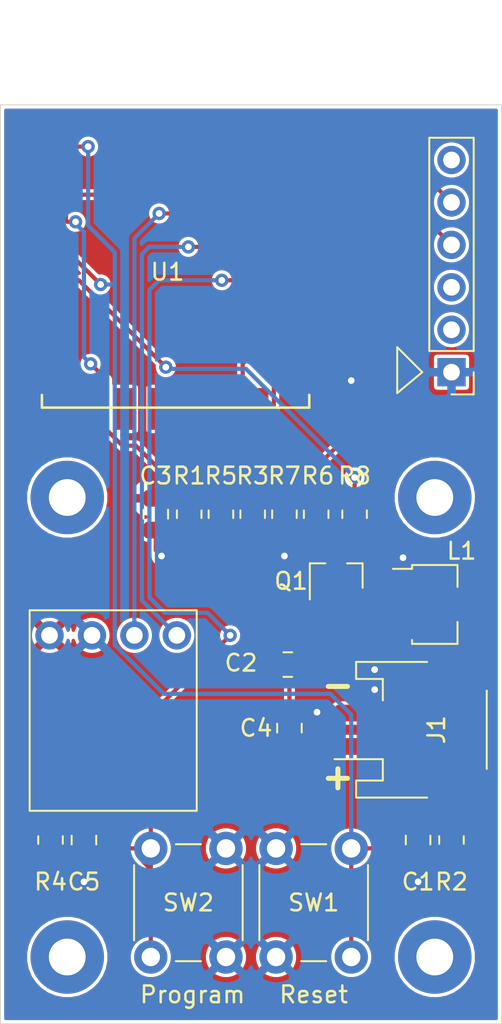
<source format=kicad_pcb>
(kicad_pcb (version 20171130) (host pcbnew 5.99.0+really5.1.10+dfsg1-1)

  (general
    (thickness 1.6)
    (drawings 9)
    (tracks 148)
    (zones 0)
    (modules 25)
    (nets 27)
  )

  (page A4)
  (layers
    (0 F.Cu signal)
    (31 B.Cu signal)
    (32 B.Adhes user)
    (33 F.Adhes user)
    (34 B.Paste user)
    (35 F.Paste user)
    (36 B.SilkS user)
    (37 F.SilkS user)
    (38 B.Mask user)
    (39 F.Mask user)
    (40 Dwgs.User user)
    (41 Cmts.User user)
    (42 Eco1.User user)
    (43 Eco2.User user)
    (44 Edge.Cuts user)
    (45 Margin user)
    (46 B.CrtYd user)
    (47 F.CrtYd user)
    (48 B.Fab user)
    (49 F.Fab user)
  )

  (setup
    (last_trace_width 0.25)
    (user_trace_width 1)
    (trace_clearance 0.2)
    (zone_clearance 0.2)
    (zone_45_only no)
    (trace_min 0.2)
    (via_size 0.8)
    (via_drill 0.4)
    (via_min_size 0.4)
    (via_min_drill 0.3)
    (uvia_size 0.3)
    (uvia_drill 0.1)
    (uvias_allowed no)
    (uvia_min_size 0.2)
    (uvia_min_drill 0.1)
    (edge_width 0.05)
    (segment_width 0.2)
    (pcb_text_width 0.3)
    (pcb_text_size 1.5 1.5)
    (mod_edge_width 0.12)
    (mod_text_size 1 1)
    (mod_text_width 0.15)
    (pad_size 4.4 4.4)
    (pad_drill 2.2)
    (pad_to_mask_clearance 0)
    (aux_axis_origin 0 0)
    (visible_elements FFFFFF7F)
    (pcbplotparams
      (layerselection 0x010fc_ffffffff)
      (usegerberextensions true)
      (usegerberattributes false)
      (usegerberadvancedattributes false)
      (creategerberjobfile false)
      (excludeedgelayer true)
      (linewidth 0.100000)
      (plotframeref false)
      (viasonmask false)
      (mode 1)
      (useauxorigin false)
      (hpglpennumber 1)
      (hpglpenspeed 20)
      (hpglpendiameter 15.000000)
      (psnegative false)
      (psa4output false)
      (plotreference true)
      (plotvalue false)
      (plotinvisibletext false)
      (padsonsilk false)
      (subtractmaskfromsilk true)
      (outputformat 1)
      (mirror false)
      (drillshape 0)
      (scaleselection 1)
      (outputdirectory "gerber/"))
  )

  (net 0 "")
  (net 1 "Net-(C1-Pad2)")
  (net 2 GND)
  (net 3 +3V3)
  (net 4 "Net-(J2-Pad5)")
  (net 5 "Net-(J2-Pad4)")
  (net 6 "Net-(J2-Pad3)")
  (net 7 "Net-(J2-Pad2)")
  (net 8 "Net-(R1-Pad1)")
  (net 9 "Net-(R3-Pad2)")
  (net 10 "Net-(R5-Pad2)")
  (net 11 "Net-(U1-Pad22)")
  (net 12 "Net-(U1-Pad21)")
  (net 13 "Net-(U1-Pad20)")
  (net 14 "Net-(U1-Pad19)")
  (net 15 "Net-(U1-Pad18)")
  (net 16 "Net-(U1-Pad17)")
  (net 17 "Net-(U1-Pad7)")
  (net 18 "Net-(U1-Pad6)")
  (net 19 "Net-(J2-Pad6)")
  (net 20 SCL)
  (net 21 SDA)
  (net 22 "Net-(C5-Pad2)")
  (net 23 +BATT)
  (net 24 "Net-(Q1-Pad3)")
  (net 25 ENABLE_BAT_SENS)
  (net 26 BAT_SENS)

  (net_class Default "This is the default net class."
    (clearance 0.2)
    (trace_width 0.25)
    (via_dia 0.8)
    (via_drill 0.4)
    (uvia_dia 0.3)
    (uvia_drill 0.1)
    (add_net +3V3)
    (add_net +BATT)
    (add_net BAT_SENS)
    (add_net ENABLE_BAT_SENS)
    (add_net GND)
    (add_net "Net-(C1-Pad2)")
    (add_net "Net-(C5-Pad2)")
    (add_net "Net-(J2-Pad2)")
    (add_net "Net-(J2-Pad3)")
    (add_net "Net-(J2-Pad4)")
    (add_net "Net-(J2-Pad5)")
    (add_net "Net-(J2-Pad6)")
    (add_net "Net-(Q1-Pad3)")
    (add_net "Net-(R1-Pad1)")
    (add_net "Net-(R3-Pad2)")
    (add_net "Net-(R5-Pad2)")
    (add_net "Net-(U1-Pad17)")
    (add_net "Net-(U1-Pad18)")
    (add_net "Net-(U1-Pad19)")
    (add_net "Net-(U1-Pad20)")
    (add_net "Net-(U1-Pad21)")
    (add_net "Net-(U1-Pad22)")
    (add_net "Net-(U1-Pad6)")
    (add_net "Net-(U1-Pad7)")
    (add_net SCL)
    (add_net SDA)
  )

  (module jst-conectors:JST_PH_S2B-PH-SM4-TB_1x02-1MP_P2.00mm_Horizontal (layer F.Cu) (tedit 5B78AD87) (tstamp 62BE8260)
    (at 24.6 37.4 90)
    (descr "JST PH series connector, S2B-PH-SM4-TB (http://www.jst-mfg.com/product/pdf/eng/ePH.pdf), generated with kicad-footprint-generator")
    (tags "connector JST PH top entry")
    (path /62BC16F6)
    (attr smd)
    (fp_text reference J1 (at 0 1.5 90) (layer F.SilkS)
      (effects (font (size 1 1) (thickness 0.15)))
    )
    (fp_text value Conn_01x02 (at 0 5.8 90) (layer F.Fab) hide
      (effects (font (size 1 1) (thickness 0.15)))
    )
    (fp_text user %R (at 0 1.5 90) (layer F.Fab)
      (effects (font (size 1 1) (thickness 0.15)))
    )
    (fp_line (start -3.95 -3.2) (end -3.15 -3.2) (layer F.Fab) (width 0.1))
    (fp_line (start -3.15 -3.2) (end -3.15 -1.6) (layer F.Fab) (width 0.1))
    (fp_line (start -3.15 -1.6) (end 3.15 -1.6) (layer F.Fab) (width 0.1))
    (fp_line (start 3.15 -1.6) (end 3.15 -3.2) (layer F.Fab) (width 0.1))
    (fp_line (start 3.15 -3.2) (end 3.95 -3.2) (layer F.Fab) (width 0.1))
    (fp_line (start -4.06 0.94) (end -4.06 -3.31) (layer F.SilkS) (width 0.12))
    (fp_line (start -4.06 -3.31) (end -3.04 -3.31) (layer F.SilkS) (width 0.12))
    (fp_line (start -3.04 -3.31) (end -3.04 -1.71) (layer F.SilkS) (width 0.12))
    (fp_line (start -3.04 -1.71) (end -1.76 -1.71) (layer F.SilkS) (width 0.12))
    (fp_line (start -1.76 -1.71) (end -1.76 -4.6) (layer F.SilkS) (width 0.12))
    (fp_line (start 4.06 0.94) (end 4.06 -3.31) (layer F.SilkS) (width 0.12))
    (fp_line (start 4.06 -3.31) (end 3.04 -3.31) (layer F.SilkS) (width 0.12))
    (fp_line (start 3.04 -3.31) (end 3.04 -1.71) (layer F.SilkS) (width 0.12))
    (fp_line (start 3.04 -1.71) (end 1.76 -1.71) (layer F.SilkS) (width 0.12))
    (fp_line (start -2.34 4.51) (end 2.34 4.51) (layer F.SilkS) (width 0.12))
    (fp_line (start -3.95 4.4) (end 3.95 4.4) (layer F.Fab) (width 0.1))
    (fp_line (start -3.95 -3.2) (end -3.95 4.4) (layer F.Fab) (width 0.1))
    (fp_line (start 3.95 -3.2) (end 3.95 4.4) (layer F.Fab) (width 0.1))
    (fp_line (start -4.6 -5.1) (end -4.6 5.1) (layer F.CrtYd) (width 0.05))
    (fp_line (start -4.6 5.1) (end 4.6 5.1) (layer F.CrtYd) (width 0.05))
    (fp_line (start 4.6 5.1) (end 4.6 -5.1) (layer F.CrtYd) (width 0.05))
    (fp_line (start 4.6 -5.1) (end -4.6 -5.1) (layer F.CrtYd) (width 0.05))
    (fp_line (start -1.5 -1.6) (end -1 -0.892893) (layer F.Fab) (width 0.1))
    (fp_line (start -1 -0.892893) (end -0.5 -1.6) (layer F.Fab) (width 0.1))
    (pad MP smd roundrect (at 3.35 2.9 90) (size 1.5 3.4) (layers F.Cu F.Paste F.Mask) (roundrect_rratio 0.166667))
    (pad MP smd roundrect (at -3.35 2.9 90) (size 1.5 3.4) (layers F.Cu F.Paste F.Mask) (roundrect_rratio 0.166667))
    (pad 2 smd roundrect (at 1 -2.85 90) (size 1 3.5) (layers F.Cu F.Paste F.Mask) (roundrect_rratio 0.25)
      (net 2 GND))
    (pad 1 smd roundrect (at -1 -2.85 90) (size 1 3.5) (layers F.Cu F.Paste F.Mask) (roundrect_rratio 0.25)
      (net 23 +BATT))
    (model ${KISYS3DMOD}/Connector_JST.3dshapes/JST_PH_S2B-PH-SM4-TB_1x02-1MP_P2.00mm_Horizontal.wrl
      (at (xyz 0 0 0))
      (scale (xyz 1 1 1))
      (rotate (xyz 0 0 0))
    )
  )

  (module Resistor_SMD:R_0805_2012Metric (layer F.Cu) (tedit 5F68FEEE) (tstamp 62C73CE2)
    (at 21.2 24.5 90)
    (descr "Resistor SMD 0805 (2012 Metric), square (rectangular) end terminal, IPC_7351 nominal, (Body size source: IPC-SM-782 page 72, https://www.pcb-3d.com/wordpress/wp-content/uploads/ipc-sm-782a_amendment_1_and_2.pdf), generated with kicad-footprint-generator")
    (tags resistor)
    (path /62D1FAB7)
    (attr smd)
    (fp_text reference R8 (at 2.3 0 180) (layer F.SilkS)
      (effects (font (size 1 1) (thickness 0.15)))
    )
    (fp_text value 10k (at 0 1.65 90) (layer F.Fab) hide
      (effects (font (size 1 1) (thickness 0.15)))
    )
    (fp_text user %R (at 0 0 90) (layer F.Fab)
      (effects (font (size 0.5 0.5) (thickness 0.08)))
    )
    (fp_line (start -1 0.625) (end -1 -0.625) (layer F.Fab) (width 0.1))
    (fp_line (start -1 -0.625) (end 1 -0.625) (layer F.Fab) (width 0.1))
    (fp_line (start 1 -0.625) (end 1 0.625) (layer F.Fab) (width 0.1))
    (fp_line (start 1 0.625) (end -1 0.625) (layer F.Fab) (width 0.1))
    (fp_line (start -0.227064 -0.735) (end 0.227064 -0.735) (layer F.SilkS) (width 0.12))
    (fp_line (start -0.227064 0.735) (end 0.227064 0.735) (layer F.SilkS) (width 0.12))
    (fp_line (start -1.68 0.95) (end -1.68 -0.95) (layer F.CrtYd) (width 0.05))
    (fp_line (start -1.68 -0.95) (end 1.68 -0.95) (layer F.CrtYd) (width 0.05))
    (fp_line (start 1.68 -0.95) (end 1.68 0.95) (layer F.CrtYd) (width 0.05))
    (fp_line (start 1.68 0.95) (end -1.68 0.95) (layer F.CrtYd) (width 0.05))
    (pad 2 smd roundrect (at 0.9125 0 90) (size 1.025 1.4) (layers F.Cu F.Paste F.Mask) (roundrect_rratio 0.2439014634146341)
      (net 25 ENABLE_BAT_SENS))
    (pad 1 smd roundrect (at -0.9125 0 90) (size 1.025 1.4) (layers F.Cu F.Paste F.Mask) (roundrect_rratio 0.2439014634146341)
      (net 23 +BATT))
    (model ${KISYS3DMOD}/Resistor_SMD.3dshapes/R_0805_2012Metric.wrl
      (at (xyz 0 0 0))
      (scale (xyz 1 1 1))
      (rotate (xyz 0 0 0))
    )
  )

  (module Package_TO_SOT_SMD:SOT-23 (layer F.Cu) (tedit 5A02FF57) (tstamp 62C73C11)
    (at 20.1 28.2 90)
    (descr "SOT-23, Standard")
    (tags SOT-23)
    (path /62D1CBFE)
    (attr smd)
    (fp_text reference Q1 (at -0.3 -2.7 180) (layer F.SilkS)
      (effects (font (size 1 1) (thickness 0.15)))
    )
    (fp_text value AO3401A (at 0 2.5 90) (layer F.Fab) hide
      (effects (font (size 1 1) (thickness 0.15)))
    )
    (fp_text user %R (at 0 0) (layer F.Fab)
      (effects (font (size 0.5 0.5) (thickness 0.075)))
    )
    (fp_line (start -0.7 -0.95) (end -0.7 1.5) (layer F.Fab) (width 0.1))
    (fp_line (start -0.15 -1.52) (end 0.7 -1.52) (layer F.Fab) (width 0.1))
    (fp_line (start -0.7 -0.95) (end -0.15 -1.52) (layer F.Fab) (width 0.1))
    (fp_line (start 0.7 -1.52) (end 0.7 1.52) (layer F.Fab) (width 0.1))
    (fp_line (start -0.7 1.52) (end 0.7 1.52) (layer F.Fab) (width 0.1))
    (fp_line (start 0.76 1.58) (end 0.76 0.65) (layer F.SilkS) (width 0.12))
    (fp_line (start 0.76 -1.58) (end 0.76 -0.65) (layer F.SilkS) (width 0.12))
    (fp_line (start -1.7 -1.75) (end 1.7 -1.75) (layer F.CrtYd) (width 0.05))
    (fp_line (start 1.7 -1.75) (end 1.7 1.75) (layer F.CrtYd) (width 0.05))
    (fp_line (start 1.7 1.75) (end -1.7 1.75) (layer F.CrtYd) (width 0.05))
    (fp_line (start -1.7 1.75) (end -1.7 -1.75) (layer F.CrtYd) (width 0.05))
    (fp_line (start 0.76 -1.58) (end -1.4 -1.58) (layer F.SilkS) (width 0.12))
    (fp_line (start 0.76 1.58) (end -0.7 1.58) (layer F.SilkS) (width 0.12))
    (pad 3 smd rect (at 1 0 90) (size 0.9 0.8) (layers F.Cu F.Paste F.Mask)
      (net 24 "Net-(Q1-Pad3)"))
    (pad 2 smd rect (at -1 0.95 90) (size 0.9 0.8) (layers F.Cu F.Paste F.Mask)
      (net 23 +BATT))
    (pad 1 smd rect (at -1 -0.95 90) (size 0.9 0.8) (layers F.Cu F.Paste F.Mask)
      (net 25 ENABLE_BAT_SENS))
    (model ${KISYS3DMOD}/Package_TO_SOT_SMD.3dshapes/SOT-23.wrl
      (at (xyz 0 0 0))
      (scale (xyz 1 1 1))
      (rotate (xyz 0 0 0))
    )
  )

  (module Resistor_SMD:R_0805_2012Metric (layer F.Cu) (tedit 5F68FEEE) (tstamp 62C30207)
    (at 17 24.5 270)
    (descr "Resistor SMD 0805 (2012 Metric), square (rectangular) end terminal, IPC_7351 nominal, (Body size source: IPC-SM-782 page 72, https://www.pcb-3d.com/wordpress/wp-content/uploads/ipc-sm-782a_amendment_1_and_2.pdf), generated with kicad-footprint-generator")
    (tags resistor)
    (path /62CAB98D)
    (attr smd)
    (fp_text reference R7 (at -2.3 0 180) (layer F.SilkS)
      (effects (font (size 1 1) (thickness 0.15)))
    )
    (fp_text value 10k (at 2.5 0.25 180) (layer F.Fab) hide
      (effects (font (size 1 1) (thickness 0.15)))
    )
    (fp_text user %R (at 0 0 90) (layer F.Fab)
      (effects (font (size 0.5 0.5) (thickness 0.08)))
    )
    (fp_line (start -1 0.625) (end -1 -0.625) (layer F.Fab) (width 0.1))
    (fp_line (start -1 -0.625) (end 1 -0.625) (layer F.Fab) (width 0.1))
    (fp_line (start 1 -0.625) (end 1 0.625) (layer F.Fab) (width 0.1))
    (fp_line (start 1 0.625) (end -1 0.625) (layer F.Fab) (width 0.1))
    (fp_line (start -0.227064 -0.735) (end 0.227064 -0.735) (layer F.SilkS) (width 0.12))
    (fp_line (start -0.227064 0.735) (end 0.227064 0.735) (layer F.SilkS) (width 0.12))
    (fp_line (start -1.68 0.95) (end -1.68 -0.95) (layer F.CrtYd) (width 0.05))
    (fp_line (start -1.68 -0.95) (end 1.68 -0.95) (layer F.CrtYd) (width 0.05))
    (fp_line (start 1.68 -0.95) (end 1.68 0.95) (layer F.CrtYd) (width 0.05))
    (fp_line (start 1.68 0.95) (end -1.68 0.95) (layer F.CrtYd) (width 0.05))
    (pad 2 smd roundrect (at 0.9125 0 270) (size 1.025 1.4) (layers F.Cu F.Paste F.Mask) (roundrect_rratio 0.2439014634146341)
      (net 2 GND))
    (pad 1 smd roundrect (at -0.9125 0 270) (size 1.025 1.4) (layers F.Cu F.Paste F.Mask) (roundrect_rratio 0.2439014634146341)
      (net 26 BAT_SENS))
    (model ${KISYS3DMOD}/Resistor_SMD.3dshapes/R_0805_2012Metric.wrl
      (at (xyz 0 0 0))
      (scale (xyz 1 1 1))
      (rotate (xyz 0 0 0))
    )
  )

  (module Resistor_SMD:R_0805_2012Metric (layer F.Cu) (tedit 5F68FEEE) (tstamp 62C30F95)
    (at 18.9 24.5 90)
    (descr "Resistor SMD 0805 (2012 Metric), square (rectangular) end terminal, IPC_7351 nominal, (Body size source: IPC-SM-782 page 72, https://www.pcb-3d.com/wordpress/wp-content/uploads/ipc-sm-782a_amendment_1_and_2.pdf), generated with kicad-footprint-generator")
    (tags resistor)
    (path /62CAB314)
    (attr smd)
    (fp_text reference R6 (at 2.3 0.1 180) (layer F.SilkS)
      (effects (font (size 1 1) (thickness 0.15)))
    )
    (fp_text value 33k (at 0 1.65 90) (layer F.Fab) hide
      (effects (font (size 1 1) (thickness 0.15)))
    )
    (fp_text user %R (at 0 0 90) (layer F.Fab)
      (effects (font (size 0.5 0.5) (thickness 0.08)))
    )
    (fp_line (start -1 0.625) (end -1 -0.625) (layer F.Fab) (width 0.1))
    (fp_line (start -1 -0.625) (end 1 -0.625) (layer F.Fab) (width 0.1))
    (fp_line (start 1 -0.625) (end 1 0.625) (layer F.Fab) (width 0.1))
    (fp_line (start 1 0.625) (end -1 0.625) (layer F.Fab) (width 0.1))
    (fp_line (start -0.227064 -0.735) (end 0.227064 -0.735) (layer F.SilkS) (width 0.12))
    (fp_line (start -0.227064 0.735) (end 0.227064 0.735) (layer F.SilkS) (width 0.12))
    (fp_line (start -1.68 0.95) (end -1.68 -0.95) (layer F.CrtYd) (width 0.05))
    (fp_line (start -1.68 -0.95) (end 1.68 -0.95) (layer F.CrtYd) (width 0.05))
    (fp_line (start 1.68 -0.95) (end 1.68 0.95) (layer F.CrtYd) (width 0.05))
    (fp_line (start 1.68 0.95) (end -1.68 0.95) (layer F.CrtYd) (width 0.05))
    (pad 2 smd roundrect (at 0.9125 0 90) (size 1.025 1.4) (layers F.Cu F.Paste F.Mask) (roundrect_rratio 0.2439014634146341)
      (net 26 BAT_SENS))
    (pad 1 smd roundrect (at -0.9125 0 90) (size 1.025 1.4) (layers F.Cu F.Paste F.Mask) (roundrect_rratio 0.2439014634146341)
      (net 24 "Net-(Q1-Pad3)"))
    (model ${KISYS3DMOD}/Resistor_SMD.3dshapes/R_0805_2012Metric.wrl
      (at (xyz 0 0 0))
      (scale (xyz 1 1 1))
      (rotate (xyz 0 0 0))
    )
  )

  (module ESP8266:ESP-12E_SMD (layer F.Cu) (tedit 62C2DC92) (tstamp 62BE840C)
    (at 3.5 2.5)
    (descr "Module, ESP-8266, ESP-12, 16 pad, SMD")
    (tags "Module ESP-8266 ESP8266")
    (path /62B7796D)
    (fp_text reference U1 (at 6.5 7.5 180) (layer F.SilkS)
      (effects (font (size 1 1) (thickness 0.15)))
    )
    (fp_text value ESP-12F (at 5.08 6.35 90) (layer F.Fab) hide
      (effects (font (size 1 1) (thickness 0.15)))
    )
    (fp_line (start -2.25 -0.5) (end -2.25 -8.75) (layer F.CrtYd) (width 0.05))
    (fp_line (start -2.25 -8.75) (end 15.25 -8.75) (layer F.CrtYd) (width 0.05))
    (fp_line (start 15.25 -8.75) (end 16.25 -8.75) (layer F.CrtYd) (width 0.05))
    (fp_line (start 16.25 -8.75) (end 16.25 16) (layer F.CrtYd) (width 0.05))
    (fp_line (start 16.25 16) (end -2.25 16) (layer F.CrtYd) (width 0.05))
    (fp_line (start -2.25 16) (end -2.25 -0.5) (layer F.CrtYd) (width 0.05))
    (fp_line (start -1.016 14.859) (end -1.016 15.621) (layer F.SilkS) (width 0.1524))
    (fp_line (start -1.016 15.621) (end 14.986 15.621) (layer F.SilkS) (width 0.1524))
    (fp_line (start 14.986 15.621) (end 14.986 14.859) (layer F.SilkS) (width 0.1524))
    (fp_line (start 15 -8.4) (end 15 15.6) (layer F.Fab) (width 0.05))
    (fp_line (start 14.992 15.6) (end -1.008 15.6) (layer F.Fab) (width 0.05))
    (fp_line (start -1.008 15.6) (end -1.008 -8.4) (layer F.Fab) (width 0.05))
    (fp_line (start -1.008 -8.4) (end 14.992 -8.4) (layer F.Fab) (width 0.05))
    (pad 22 smd rect (at 11.99 15 90) (size 2.5 1.1) (drill (offset -0.7 0)) (layers F.Cu F.Paste F.Mask)
      (net 11 "Net-(U1-Pad22)"))
    (pad 21 smd rect (at 9.99 15 90) (size 2.5 1.1) (drill (offset -0.7 0)) (layers F.Cu F.Paste F.Mask)
      (net 12 "Net-(U1-Pad21)"))
    (pad 20 smd rect (at 7.99 15 90) (size 2.5 1.1) (drill (offset -0.7 0)) (layers F.Cu F.Paste F.Mask)
      (net 13 "Net-(U1-Pad20)"))
    (pad 19 smd rect (at 5.99 15 90) (size 2.5 1.1) (drill (offset -0.7 0)) (layers F.Cu F.Paste F.Mask)
      (net 14 "Net-(U1-Pad19)"))
    (pad 18 smd rect (at 3.99 15 90) (size 2.5 1.1) (drill (offset -0.7 0)) (layers F.Cu F.Paste F.Mask)
      (net 15 "Net-(U1-Pad18)"))
    (pad 17 smd rect (at 1.99 15 90) (size 2.5 1.1) (drill (offset -0.7 0)) (layers F.Cu F.Paste F.Mask)
      (net 16 "Net-(U1-Pad17)"))
    (pad 16 smd rect (at 14 0) (size 2.5 1.1) (drill (offset 0.7 0)) (layers F.Cu F.Paste F.Mask)
      (net 4 "Net-(J2-Pad5)"))
    (pad 15 smd rect (at 14 2) (size 2.5 1.1) (drill (offset 0.7 0)) (layers F.Cu F.Paste F.Mask)
      (net 5 "Net-(J2-Pad4)"))
    (pad 14 smd rect (at 14 4) (size 2.5 1.1) (drill (offset 0.7 0)) (layers F.Cu F.Paste F.Mask)
      (net 20 SCL))
    (pad 13 smd rect (at 14 6) (size 2.5 1.1) (drill (offset 0.7 0)) (layers F.Cu F.Paste F.Mask)
      (net 21 SDA))
    (pad 12 smd rect (at 14 8) (size 2.5 1.1) (drill (offset 0.7 0)) (layers F.Cu F.Paste F.Mask)
      (net 22 "Net-(C5-Pad2)"))
    (pad 11 smd rect (at 14 10) (size 2.5 1.1) (drill (offset 0.7 0)) (layers F.Cu F.Paste F.Mask)
      (net 10 "Net-(R5-Pad2)"))
    (pad 10 smd rect (at 14 12) (size 2.5 1.1) (drill (offset 0.7 0)) (layers F.Cu F.Paste F.Mask)
      (net 9 "Net-(R3-Pad2)"))
    (pad 9 smd rect (at 14 14) (size 2.5 1.1) (drill (offset 0.7 0)) (layers F.Cu F.Paste F.Mask)
      (net 2 GND))
    (pad 8 smd rect (at 0 14) (size 2.5 1.1) (drill (offset -0.7 0)) (layers F.Cu F.Paste F.Mask)
      (net 3 +3V3))
    (pad 7 smd rect (at 0 12) (size 2.5 1.1) (drill (offset -0.7 0)) (layers F.Cu F.Paste F.Mask)
      (net 17 "Net-(U1-Pad7)"))
    (pad 6 smd rect (at 0 10) (size 2.5 1.1) (drill (offset -0.7 0)) (layers F.Cu F.Paste F.Mask)
      (net 18 "Net-(U1-Pad6)"))
    (pad 5 smd rect (at 0 8) (size 2.5 1.1) (drill (offset -0.7 0)) (layers F.Cu F.Paste F.Mask)
      (net 25 ENABLE_BAT_SENS))
    (pad 4 smd rect (at 0 6) (size 2.5 1.1) (drill (offset -0.7 0)) (layers F.Cu F.Paste F.Mask)
      (net 1 "Net-(C1-Pad2)"))
    (pad 3 smd rect (at 0 4) (size 2.5 1.1) (drill (offset -0.7 0)) (layers F.Cu F.Paste F.Mask)
      (net 8 "Net-(R1-Pad1)"))
    (pad 2 smd rect (at 0 2) (size 2.5 1.1) (drill (offset -0.7 0)) (layers F.Cu F.Paste F.Mask)
      (net 26 BAT_SENS))
    (pad 1 smd rect (at 0 0) (size 2.5 1.1) (drill (offset -0.7 0)) (layers F.Cu F.Paste F.Mask)
      (net 1 "Net-(C1-Pad2)"))
    (model ${ESPLIB}/ESP8266.3dshapes/ESP-12.wrl
      (at (xyz 0 0 0))
      (scale (xyz 0.3937 0.3937 0.3937))
      (rotate (xyz 0 0 0))
    )
  )

  (module Button_Switch_THT:SW_PUSH_6mm (layer F.Cu) (tedit 5A02FE31) (tstamp 62BE8503)
    (at 9 51 90)
    (descr https://www.omron.com/ecb/products/pdf/en-b3f.pdf)
    (tags "tact sw push 6mm")
    (path /62BC69E7)
    (fp_text reference SW2 (at 3.25 2.25 180) (layer F.SilkS)
      (effects (font (size 1 1) (thickness 0.15)))
    )
    (fp_text value Program (at -2.25 2.5 180) (layer F.SilkS)
      (effects (font (size 1 1) (thickness 0.15)))
    )
    (fp_text user %R (at 3.25 2.25 180) (layer F.Fab)
      (effects (font (size 1 1) (thickness 0.15)))
    )
    (fp_line (start 3.25 -0.75) (end 6.25 -0.75) (layer F.Fab) (width 0.1))
    (fp_line (start 6.25 -0.75) (end 6.25 5.25) (layer F.Fab) (width 0.1))
    (fp_line (start 6.25 5.25) (end 0.25 5.25) (layer F.Fab) (width 0.1))
    (fp_line (start 0.25 5.25) (end 0.25 -0.75) (layer F.Fab) (width 0.1))
    (fp_line (start 0.25 -0.75) (end 3.25 -0.75) (layer F.Fab) (width 0.1))
    (fp_line (start 7.75 6) (end 8 6) (layer F.CrtYd) (width 0.05))
    (fp_line (start 8 6) (end 8 5.75) (layer F.CrtYd) (width 0.05))
    (fp_line (start 7.75 -1.5) (end 8 -1.5) (layer F.CrtYd) (width 0.05))
    (fp_line (start 8 -1.5) (end 8 -1.25) (layer F.CrtYd) (width 0.05))
    (fp_line (start -1.5 -1.25) (end -1.5 -1.5) (layer F.CrtYd) (width 0.05))
    (fp_line (start -1.5 -1.5) (end -1.25 -1.5) (layer F.CrtYd) (width 0.05))
    (fp_line (start -1.5 5.75) (end -1.5 6) (layer F.CrtYd) (width 0.05))
    (fp_line (start -1.5 6) (end -1.25 6) (layer F.CrtYd) (width 0.05))
    (fp_line (start -1.25 -1.5) (end 7.75 -1.5) (layer F.CrtYd) (width 0.05))
    (fp_line (start -1.5 5.75) (end -1.5 -1.25) (layer F.CrtYd) (width 0.05))
    (fp_line (start 7.75 6) (end -1.25 6) (layer F.CrtYd) (width 0.05))
    (fp_line (start 8 -1.25) (end 8 5.75) (layer F.CrtYd) (width 0.05))
    (fp_line (start 1 5.5) (end 5.5 5.5) (layer F.SilkS) (width 0.12))
    (fp_line (start -0.25 1.5) (end -0.25 3) (layer F.SilkS) (width 0.12))
    (fp_line (start 5.5 -1) (end 1 -1) (layer F.SilkS) (width 0.12))
    (fp_line (start 6.75 3) (end 6.75 1.5) (layer F.SilkS) (width 0.12))
    (fp_circle (center 3.25 2.25) (end 1.25 2.5) (layer F.Fab) (width 0.1))
    (pad 1 thru_hole circle (at 6.5 0 180) (size 2 2) (drill 1.1) (layers *.Cu *.Mask)
      (net 22 "Net-(C5-Pad2)"))
    (pad 2 thru_hole circle (at 6.5 4.5 180) (size 2 2) (drill 1.1) (layers *.Cu *.Mask)
      (net 2 GND))
    (pad 1 thru_hole circle (at 0 0 180) (size 2 2) (drill 1.1) (layers *.Cu *.Mask)
      (net 22 "Net-(C5-Pad2)"))
    (pad 2 thru_hole circle (at 0 4.5 180) (size 2 2) (drill 1.1) (layers *.Cu *.Mask)
      (net 2 GND))
    (model ${KISYS3DMOD}/Button_Switch_THT.3dshapes/SW_PUSH_6mm.wrl
      (at (xyz 0 0 0))
      (scale (xyz 1 1 1))
      (rotate (xyz 0 0 0))
    )
  )

  (module Button_Switch_THT:SW_PUSH_6mm (layer F.Cu) (tedit 5A02FE31) (tstamp 62BE84B8)
    (at 16.5 51 90)
    (descr https://www.omron.com/ecb/products/pdf/en-b3f.pdf)
    (tags "tact sw push 6mm")
    (path /62B7F47C)
    (fp_text reference SW1 (at 3.25 2.25 180) (layer F.SilkS)
      (effects (font (size 1 1) (thickness 0.15)))
    )
    (fp_text value Reset (at -2.25 2.25 180) (layer F.SilkS)
      (effects (font (size 1 1) (thickness 0.15)))
    )
    (fp_text user %R (at 3.25 2.25 180) (layer F.Fab)
      (effects (font (size 1 1) (thickness 0.15)))
    )
    (fp_line (start 3.25 -0.75) (end 6.25 -0.75) (layer F.Fab) (width 0.1))
    (fp_line (start 6.25 -0.75) (end 6.25 5.25) (layer F.Fab) (width 0.1))
    (fp_line (start 6.25 5.25) (end 0.25 5.25) (layer F.Fab) (width 0.1))
    (fp_line (start 0.25 5.25) (end 0.25 -0.75) (layer F.Fab) (width 0.1))
    (fp_line (start 0.25 -0.75) (end 3.25 -0.75) (layer F.Fab) (width 0.1))
    (fp_line (start 7.75 6) (end 8 6) (layer F.CrtYd) (width 0.05))
    (fp_line (start 8 6) (end 8 5.75) (layer F.CrtYd) (width 0.05))
    (fp_line (start 7.75 -1.5) (end 8 -1.5) (layer F.CrtYd) (width 0.05))
    (fp_line (start 8 -1.5) (end 8 -1.25) (layer F.CrtYd) (width 0.05))
    (fp_line (start -1.5 -1.25) (end -1.5 -1.5) (layer F.CrtYd) (width 0.05))
    (fp_line (start -1.5 -1.5) (end -1.25 -1.5) (layer F.CrtYd) (width 0.05))
    (fp_line (start -1.5 5.75) (end -1.5 6) (layer F.CrtYd) (width 0.05))
    (fp_line (start -1.5 6) (end -1.25 6) (layer F.CrtYd) (width 0.05))
    (fp_line (start -1.25 -1.5) (end 7.75 -1.5) (layer F.CrtYd) (width 0.05))
    (fp_line (start -1.5 5.75) (end -1.5 -1.25) (layer F.CrtYd) (width 0.05))
    (fp_line (start 7.75 6) (end -1.25 6) (layer F.CrtYd) (width 0.05))
    (fp_line (start 8 -1.25) (end 8 5.75) (layer F.CrtYd) (width 0.05))
    (fp_line (start 1 5.5) (end 5.5 5.5) (layer F.SilkS) (width 0.12))
    (fp_line (start -0.25 1.5) (end -0.25 3) (layer F.SilkS) (width 0.12))
    (fp_line (start 5.5 -1) (end 1 -1) (layer F.SilkS) (width 0.12))
    (fp_line (start 6.75 3) (end 6.75 1.5) (layer F.SilkS) (width 0.12))
    (fp_circle (center 3.25 2.25) (end 1.25 2.5) (layer F.Fab) (width 0.1))
    (pad 1 thru_hole circle (at 6.5 0 180) (size 2 2) (drill 1.1) (layers *.Cu *.Mask)
      (net 2 GND))
    (pad 2 thru_hole circle (at 6.5 4.5 180) (size 2 2) (drill 1.1) (layers *.Cu *.Mask)
      (net 1 "Net-(C1-Pad2)"))
    (pad 1 thru_hole circle (at 0 0 180) (size 2 2) (drill 1.1) (layers *.Cu *.Mask)
      (net 2 GND))
    (pad 2 thru_hole circle (at 0 4.5 180) (size 2 2) (drill 1.1) (layers *.Cu *.Mask)
      (net 1 "Net-(C1-Pad2)"))
    (model ${KISYS3DMOD}/Button_Switch_THT.3dshapes/SW_PUSH_6mm.wrl
      (at (xyz 0 0 0))
      (scale (xyz 1 1 1))
      (rotate (xyz 0 0 0))
    )
  )

  (module Capacitor_SMD:C_0805_2012Metric (layer F.Cu) (tedit 5F68FEEE) (tstamp 62C18DC5)
    (at 5 44 90)
    (descr "Capacitor SMD 0805 (2012 Metric), square (rectangular) end terminal, IPC_7351 nominal, (Body size source: IPC-SM-782 page 76, https://www.pcb-3d.com/wordpress/wp-content/uploads/ipc-sm-782a_amendment_1_and_2.pdf, https://docs.google.com/spreadsheets/d/1BsfQQcO9C6DZCsRaXUlFlo91Tg2WpOkGARC1WS5S8t0/edit?usp=sharing), generated with kicad-footprint-generator")
    (tags capacitor)
    (path /62C50456)
    (attr smd)
    (fp_text reference C5 (at -2.5 0 180) (layer F.SilkS)
      (effects (font (size 1 1) (thickness 0.15)))
    )
    (fp_text value 100nF (at 0 1.68 90) (layer F.Fab) hide
      (effects (font (size 1 1) (thickness 0.15)))
    )
    (fp_text user %R (at 0 0 90) (layer F.Fab)
      (effects (font (size 0.5 0.5) (thickness 0.08)))
    )
    (fp_line (start -1 0.625) (end -1 -0.625) (layer F.Fab) (width 0.1))
    (fp_line (start -1 -0.625) (end 1 -0.625) (layer F.Fab) (width 0.1))
    (fp_line (start 1 -0.625) (end 1 0.625) (layer F.Fab) (width 0.1))
    (fp_line (start 1 0.625) (end -1 0.625) (layer F.Fab) (width 0.1))
    (fp_line (start -0.261252 -0.735) (end 0.261252 -0.735) (layer F.SilkS) (width 0.12))
    (fp_line (start -0.261252 0.735) (end 0.261252 0.735) (layer F.SilkS) (width 0.12))
    (fp_line (start -1.7 0.98) (end -1.7 -0.98) (layer F.CrtYd) (width 0.05))
    (fp_line (start -1.7 -0.98) (end 1.7 -0.98) (layer F.CrtYd) (width 0.05))
    (fp_line (start 1.7 -0.98) (end 1.7 0.98) (layer F.CrtYd) (width 0.05))
    (fp_line (start 1.7 0.98) (end -1.7 0.98) (layer F.CrtYd) (width 0.05))
    (pad 2 smd roundrect (at 0.95 0 90) (size 1 1.45) (layers F.Cu F.Paste F.Mask) (roundrect_rratio 0.25)
      (net 22 "Net-(C5-Pad2)"))
    (pad 1 smd roundrect (at -0.95 0 90) (size 1 1.45) (layers F.Cu F.Paste F.Mask) (roundrect_rratio 0.25)
      (net 2 GND))
    (model ${KISYS3DMOD}/Capacitor_SMD.3dshapes/C_0805_2012Metric.wrl
      (at (xyz 0 0 0))
      (scale (xyz 1 1 1))
      (rotate (xyz 0 0 0))
    )
  )

  (module MountingHole:MountingHole_2.2mm_M2_Pad (layer F.Cu) (tedit 62C2966A) (tstamp 62C1E9A6)
    (at 4 51)
    (descr "Mounting Hole 2.2mm, M2")
    (tags "mounting hole 2.2mm m2")
    (attr virtual)
    (fp_text reference REF** (at 0 -3.2) (layer F.SilkS) hide
      (effects (font (size 1 1) (thickness 0.15)))
    )
    (fp_text value MountingHole_2.2mm_M2_Pad (at 0 3.2) (layer F.Fab) hide
      (effects (font (size 1 1) (thickness 0.15)))
    )
    (fp_circle (center 0 0) (end 2.2 0) (layer Cmts.User) (width 0.15))
    (fp_circle (center 0 0) (end 2.45 0) (layer F.CrtYd) (width 0.05))
    (fp_text user %R (at 0.3 0) (layer F.Fab)
      (effects (font (size 1 1) (thickness 0.15)))
    )
    (pad "" thru_hole circle (at 0 0) (size 4.4 4.4) (drill 2.2) (layers *.Cu *.Mask))
  )

  (module MountingHole:MountingHole_2.2mm_M2_Pad (layer F.Cu) (tedit 62C29684) (tstamp 62BE8F46)
    (at 4 23.5)
    (descr "Mounting Hole 2.2mm, M2")
    (tags "mounting hole 2.2mm m2")
    (attr virtual)
    (fp_text reference REF** (at 0 -3.2) (layer F.SilkS) hide
      (effects (font (size 1 1) (thickness 0.15)))
    )
    (fp_text value MountingHole_2.2mm_M2_Pad (at 0 3.2) (layer F.Fab) hide
      (effects (font (size 1 1) (thickness 0.15)))
    )
    (fp_circle (center 0 0) (end 2.45 0) (layer F.CrtYd) (width 0.05))
    (fp_circle (center 0 0) (end 2.2 0) (layer Cmts.User) (width 0.15))
    (fp_text user %R (at 0.3 0) (layer F.Fab)
      (effects (font (size 1 1) (thickness 0.15)))
    )
    (pad "" thru_hole circle (at 0 0) (size 4.4 4.4) (drill 2.2) (layers *.Cu *.Mask))
  )

  (module Connector_PinHeader_2.54mm:PinHeader_1x06_P2.54mm_Vertical (layer F.Cu) (tedit 59FED5CC) (tstamp 62BE81D0)
    (at 27 16 180)
    (descr "Through hole straight pin header, 1x06, 2.54mm pitch, single row")
    (tags "Through hole pin header THT 1x06 2.54mm single row")
    (path /62B78EEC)
    (fp_text reference J2 (at 0 -2.33) (layer F.SilkS) hide
      (effects (font (size 1 1) (thickness 0.15)))
    )
    (fp_text value Conn_01x06_Male (at 0 15.03) (layer F.Fab) hide
      (effects (font (size 1 1) (thickness 0.15)))
    )
    (fp_line (start -0.635 -1.27) (end 1.27 -1.27) (layer F.Fab) (width 0.1))
    (fp_line (start 1.27 -1.27) (end 1.27 13.97) (layer F.Fab) (width 0.1))
    (fp_line (start 1.27 13.97) (end -1.27 13.97) (layer F.Fab) (width 0.1))
    (fp_line (start -1.27 13.97) (end -1.27 -0.635) (layer F.Fab) (width 0.1))
    (fp_line (start -1.27 -0.635) (end -0.635 -1.27) (layer F.Fab) (width 0.1))
    (fp_line (start -1.33 14.03) (end 1.33 14.03) (layer F.SilkS) (width 0.12))
    (fp_line (start -1.33 1.27) (end -1.33 14.03) (layer F.SilkS) (width 0.12))
    (fp_line (start 1.33 1.27) (end 1.33 14.03) (layer F.SilkS) (width 0.12))
    (fp_line (start -1.33 1.27) (end 1.33 1.27) (layer F.SilkS) (width 0.12))
    (fp_line (start -1.33 0) (end -1.33 -1.33) (layer F.SilkS) (width 0.12))
    (fp_line (start -1.33 -1.33) (end 0 -1.33) (layer F.SilkS) (width 0.12))
    (fp_line (start -1.8 -1.8) (end -1.8 14.5) (layer F.CrtYd) (width 0.05))
    (fp_line (start -1.8 14.5) (end 1.8 14.5) (layer F.CrtYd) (width 0.05))
    (fp_line (start 1.8 14.5) (end 1.8 -1.8) (layer F.CrtYd) (width 0.05))
    (fp_line (start 1.8 -1.8) (end -1.8 -1.8) (layer F.CrtYd) (width 0.05))
    (fp_text user %R (at 0 6.35 90) (layer F.Fab) hide
      (effects (font (size 1 1) (thickness 0.15)))
    )
    (pad 6 thru_hole oval (at 0 12.7 180) (size 1.7 1.7) (drill 1) (layers *.Cu *.Mask)
      (net 19 "Net-(J2-Pad6)"))
    (pad 5 thru_hole oval (at 0 10.16 180) (size 1.7 1.7) (drill 1) (layers *.Cu *.Mask)
      (net 4 "Net-(J2-Pad5)"))
    (pad 4 thru_hole oval (at 0 7.62 180) (size 1.7 1.7) (drill 1) (layers *.Cu *.Mask)
      (net 5 "Net-(J2-Pad4)"))
    (pad 3 thru_hole oval (at 0 5.08 180) (size 1.7 1.7) (drill 1) (layers *.Cu *.Mask)
      (net 6 "Net-(J2-Pad3)"))
    (pad 2 thru_hole oval (at 0 2.54 180) (size 1.7 1.7) (drill 1) (layers *.Cu *.Mask)
      (net 7 "Net-(J2-Pad2)"))
    (pad 1 thru_hole rect (at 0 0 180) (size 1.7 1.7) (drill 1) (layers *.Cu *.Mask)
      (net 2 GND))
    (model ${KISYS3DMOD}/Connector_PinHeader_2.54mm.3dshapes/PinHeader_1x06_P2.54mm_Vertical.wrl
      (at (xyz 0 0 0))
      (scale (xyz 1 1 1))
      (rotate (xyz 0 0 0))
    )
  )

  (module Resistor_SMD:R_0805_2012Metric (layer F.Cu) (tedit 5F68FEEE) (tstamp 62BE82FC)
    (at 3 44 90)
    (descr "Resistor SMD 0805 (2012 Metric), square (rectangular) end terminal, IPC_7351 nominal, (Body size source: IPC-SM-782 page 72, https://www.pcb-3d.com/wordpress/wp-content/uploads/ipc-sm-782a_amendment_1_and_2.pdf), generated with kicad-footprint-generator")
    (tags resistor)
    (path /62B8C4E0)
    (attr smd)
    (fp_text reference R4 (at -2.5 0 180) (layer F.SilkS)
      (effects (font (size 1 1) (thickness 0.15)))
    )
    (fp_text value 10k (at 0 1.65 90) (layer F.Fab) hide
      (effects (font (size 1 1) (thickness 0.15)))
    )
    (fp_line (start -1 0.625) (end -1 -0.625) (layer F.Fab) (width 0.1))
    (fp_line (start -1 -0.625) (end 1 -0.625) (layer F.Fab) (width 0.1))
    (fp_line (start 1 -0.625) (end 1 0.625) (layer F.Fab) (width 0.1))
    (fp_line (start 1 0.625) (end -1 0.625) (layer F.Fab) (width 0.1))
    (fp_line (start -0.227064 -0.735) (end 0.227064 -0.735) (layer F.SilkS) (width 0.12))
    (fp_line (start -0.227064 0.735) (end 0.227064 0.735) (layer F.SilkS) (width 0.12))
    (fp_line (start -1.68 0.95) (end -1.68 -0.95) (layer F.CrtYd) (width 0.05))
    (fp_line (start -1.68 -0.95) (end 1.68 -0.95) (layer F.CrtYd) (width 0.05))
    (fp_line (start 1.68 -0.95) (end 1.68 0.95) (layer F.CrtYd) (width 0.05))
    (fp_line (start 1.68 0.95) (end -1.68 0.95) (layer F.CrtYd) (width 0.05))
    (fp_text user %R (at 0 0 90) (layer F.Fab)
      (effects (font (size 0.5 0.5) (thickness 0.08)))
    )
    (pad 2 smd roundrect (at 0.9125 0 90) (size 1.025 1.4) (layers F.Cu F.Paste F.Mask) (roundrect_rratio 0.2439014634146341)
      (net 22 "Net-(C5-Pad2)"))
    (pad 1 smd roundrect (at -0.9125 0 90) (size 1.025 1.4) (layers F.Cu F.Paste F.Mask) (roundrect_rratio 0.2439014634146341)
      (net 3 +3V3))
    (model ${KISYS3DMOD}/Resistor_SMD.3dshapes/R_0805_2012Metric.wrl
      (at (xyz 0 0 0))
      (scale (xyz 1 1 1))
      (rotate (xyz 0 0 0))
    )
  )

  (module Capacitor_SMD:C_0805_2012Metric (layer F.Cu) (tedit 5F68FEEE) (tstamp 62BE832C)
    (at 25 44 90)
    (descr "Capacitor SMD 0805 (2012 Metric), square (rectangular) end terminal, IPC_7351 nominal, (Body size source: IPC-SM-782 page 76, https://www.pcb-3d.com/wordpress/wp-content/uploads/ipc-sm-782a_amendment_1_and_2.pdf, https://docs.google.com/spreadsheets/d/1BsfQQcO9C6DZCsRaXUlFlo91Tg2WpOkGARC1WS5S8t0/edit?usp=sharing), generated with kicad-footprint-generator")
    (tags capacitor)
    (path /62B92B65)
    (attr smd)
    (fp_text reference C1 (at -2.5 0 180) (layer F.SilkS)
      (effects (font (size 1 1) (thickness 0.15)))
    )
    (fp_text value 100nF (at 0 1.68 90) (layer F.Fab) hide
      (effects (font (size 1 1) (thickness 0.15)))
    )
    (fp_line (start -1 0.625) (end -1 -0.625) (layer F.Fab) (width 0.1))
    (fp_line (start -1 -0.625) (end 1 -0.625) (layer F.Fab) (width 0.1))
    (fp_line (start 1 -0.625) (end 1 0.625) (layer F.Fab) (width 0.1))
    (fp_line (start 1 0.625) (end -1 0.625) (layer F.Fab) (width 0.1))
    (fp_line (start -0.261252 -0.735) (end 0.261252 -0.735) (layer F.SilkS) (width 0.12))
    (fp_line (start -0.261252 0.735) (end 0.261252 0.735) (layer F.SilkS) (width 0.12))
    (fp_line (start -1.7 0.98) (end -1.7 -0.98) (layer F.CrtYd) (width 0.05))
    (fp_line (start -1.7 -0.98) (end 1.7 -0.98) (layer F.CrtYd) (width 0.05))
    (fp_line (start 1.7 -0.98) (end 1.7 0.98) (layer F.CrtYd) (width 0.05))
    (fp_line (start 1.7 0.98) (end -1.7 0.98) (layer F.CrtYd) (width 0.05))
    (fp_text user %R (at 0 0 90) (layer F.Fab)
      (effects (font (size 0.5 0.5) (thickness 0.08)))
    )
    (pad 2 smd roundrect (at 0.95 0 90) (size 1 1.45) (layers F.Cu F.Paste F.Mask) (roundrect_rratio 0.25)
      (net 1 "Net-(C1-Pad2)"))
    (pad 1 smd roundrect (at -0.95 0 90) (size 1 1.45) (layers F.Cu F.Paste F.Mask) (roundrect_rratio 0.25)
      (net 2 GND))
    (model ${KISYS3DMOD}/Capacitor_SMD.3dshapes/C_0805_2012Metric.wrl
      (at (xyz 0 0 0))
      (scale (xyz 1 1 1))
      (rotate (xyz 0 0 0))
    )
  )

  (module Package_TO_SOT_SMD:SOT-89-3 (layer F.Cu) (tedit 5C33D6E8) (tstamp 62BE8189)
    (at 25.7 29.9)
    (descr "SOT-89-3, http://ww1.microchip.com/downloads/en/DeviceDoc/3L_SOT-89_MB_C04-029C.pdf")
    (tags SOT-89-3)
    (path /62BB3C55)
    (attr smd)
    (fp_text reference L1 (at 1.9 -3.2) (layer F.SilkS)
      (effects (font (size 1 1) (thickness 0.15)))
    )
    (fp_text value HT7333-A (at 0.3 3.5) (layer F.Fab) hide
      (effects (font (size 1 1) (thickness 0.15)))
    )
    (fp_line (start -1.06 2.36) (end -1.06 2.13) (layer F.SilkS) (width 0.12))
    (fp_line (start -1.06 -2.36) (end -1.06 -2.13) (layer F.SilkS) (width 0.12))
    (fp_line (start -1.06 -2.36) (end 1.66 -2.36) (layer F.SilkS) (width 0.12))
    (fp_line (start -2.55 2.5) (end -2.55 -2.5) (layer F.CrtYd) (width 0.05))
    (fp_line (start -2.55 2.5) (end 2.55 2.5) (layer F.CrtYd) (width 0.05))
    (fp_line (start 2.55 -2.5) (end -2.55 -2.5) (layer F.CrtYd) (width 0.05))
    (fp_line (start 2.55 -2.5) (end 2.55 2.5) (layer F.CrtYd) (width 0.05))
    (fp_line (start 0.05 -2.25) (end 1.55 -2.25) (layer F.Fab) (width 0.1))
    (fp_line (start -0.95 2.25) (end -0.95 -1.25) (layer F.Fab) (width 0.1))
    (fp_line (start 1.55 2.25) (end -0.95 2.25) (layer F.Fab) (width 0.1))
    (fp_line (start 1.55 -2.25) (end 1.55 2.25) (layer F.Fab) (width 0.1))
    (fp_line (start -0.95 -1.25) (end 0.05 -2.25) (layer F.Fab) (width 0.1))
    (fp_line (start 1.66 -2.36) (end 1.66 -1.05) (layer F.SilkS) (width 0.12))
    (fp_line (start -2.2 -2.13) (end -1.06 -2.13) (layer F.SilkS) (width 0.12))
    (fp_line (start 1.66 2.36) (end -1.06 2.36) (layer F.SilkS) (width 0.12))
    (fp_line (start 1.66 1.05) (end 1.66 2.36) (layer F.SilkS) (width 0.12))
    (fp_text user %R (at 0.5 0 90) (layer F.Fab)
      (effects (font (size 1 1) (thickness 0.15)))
    )
    (pad 2 smd custom (at -1.5625 0) (size 1.475 0.9) (layers F.Cu F.Paste F.Mask)
      (net 23 +BATT) (zone_connect 2)
      (options (clearance outline) (anchor rect))
      (primitives
        (gr_poly (pts
           (xy 0.7375 -0.8665) (xy 3.8625 -0.8665) (xy 3.8625 0.8665) (xy 0.7375 0.8665)) (width 0))
      ))
    (pad 3 smd rect (at -1.65 1.5) (size 1.3 0.9) (layers F.Cu F.Paste F.Mask)
      (net 3 +3V3))
    (pad 1 smd rect (at -1.65 -1.5) (size 1.3 0.9) (layers F.Cu F.Paste F.Mask)
      (net 2 GND))
    (model ${KISYS3DMOD}/Package_TO_SOT_SMD.3dshapes/SOT-89-3.wrl
      (at (xyz 0 0 0))
      (scale (xyz 1 1 1))
      (rotate (xyz 0 0 0))
    )
  )

  (module MountingHole:MountingHole_2.2mm_M2_Pad (layer F.Cu) (tedit 62C296A0) (tstamp 62BE8FE8)
    (at 26 23.5)
    (descr "Mounting Hole 2.2mm, M2")
    (tags "mounting hole 2.2mm m2")
    (attr virtual)
    (fp_text reference REF** (at 0 -3.2) (layer F.SilkS) hide
      (effects (font (size 1 1) (thickness 0.15)))
    )
    (fp_text value MountingHole_2.2mm_M2_Pad (at 0 3.2) (layer F.Fab) hide
      (effects (font (size 1 1) (thickness 0.15)))
    )
    (fp_circle (center 0 0) (end 2.2 0) (layer Cmts.User) (width 0.15))
    (fp_circle (center 0 0) (end 2.45 0) (layer F.CrtYd) (width 0.05))
    (fp_text user %R (at 0.3 0) (layer F.Fab)
      (effects (font (size 1 1) (thickness 0.15)))
    )
    (pad "" thru_hole circle (at 0 0) (size 4.4 4.4) (drill 2.2) (layers *.Cu *.Mask))
  )

  (module Capacitor_SMD:C_0805_2012Metric (layer F.Cu) (tedit 5F68FEEE) (tstamp 62BE82CC)
    (at 17.3 37.3 90)
    (descr "Capacitor SMD 0805 (2012 Metric), square (rectangular) end terminal, IPC_7351 nominal, (Body size source: IPC-SM-782 page 76, https://www.pcb-3d.com/wordpress/wp-content/uploads/ipc-sm-782a_amendment_1_and_2.pdf, https://docs.google.com/spreadsheets/d/1BsfQQcO9C6DZCsRaXUlFlo91Tg2WpOkGARC1WS5S8t0/edit?usp=sharing), generated with kicad-footprint-generator")
    (tags capacitor)
    (path /62BBB7C4)
    (attr smd)
    (fp_text reference C4 (at 0 -2 180) (layer F.SilkS)
      (effects (font (size 1 1) (thickness 0.15)))
    )
    (fp_text value 10uF (at 0 1.68 90) (layer F.Fab) hide
      (effects (font (size 1 1) (thickness 0.15)))
    )
    (fp_line (start -1 0.625) (end -1 -0.625) (layer F.Fab) (width 0.1))
    (fp_line (start -1 -0.625) (end 1 -0.625) (layer F.Fab) (width 0.1))
    (fp_line (start 1 -0.625) (end 1 0.625) (layer F.Fab) (width 0.1))
    (fp_line (start 1 0.625) (end -1 0.625) (layer F.Fab) (width 0.1))
    (fp_line (start -0.261252 -0.735) (end 0.261252 -0.735) (layer F.SilkS) (width 0.12))
    (fp_line (start -0.261252 0.735) (end 0.261252 0.735) (layer F.SilkS) (width 0.12))
    (fp_line (start -1.7 0.98) (end -1.7 -0.98) (layer F.CrtYd) (width 0.05))
    (fp_line (start -1.7 -0.98) (end 1.7 -0.98) (layer F.CrtYd) (width 0.05))
    (fp_line (start 1.7 -0.98) (end 1.7 0.98) (layer F.CrtYd) (width 0.05))
    (fp_line (start 1.7 0.98) (end -1.7 0.98) (layer F.CrtYd) (width 0.05))
    (fp_text user %R (at 0 0 90) (layer F.Fab)
      (effects (font (size 0.5 0.5) (thickness 0.08)))
    )
    (pad 2 smd roundrect (at 0.95 0 90) (size 1 1.45) (layers F.Cu F.Paste F.Mask) (roundrect_rratio 0.25)
      (net 2 GND))
    (pad 1 smd roundrect (at -0.95 0 90) (size 1 1.45) (layers F.Cu F.Paste F.Mask) (roundrect_rratio 0.25)
      (net 23 +BATT))
    (model ${KISYS3DMOD}/Capacitor_SMD.3dshapes/C_0805_2012Metric.wrl
      (at (xyz 0 0 0))
      (scale (xyz 1 1 1))
      (rotate (xyz 0 0 0))
    )
  )

  (module Capacitor_SMD:C_0805_2012Metric (layer F.Cu) (tedit 5F68FEEE) (tstamp 62C74C01)
    (at 17.2 33.5 180)
    (descr "Capacitor SMD 0805 (2012 Metric), square (rectangular) end terminal, IPC_7351 nominal, (Body size source: IPC-SM-782 page 76, https://www.pcb-3d.com/wordpress/wp-content/uploads/ipc-sm-782a_amendment_1_and_2.pdf, https://docs.google.com/spreadsheets/d/1BsfQQcO9C6DZCsRaXUlFlo91Tg2WpOkGARC1WS5S8t0/edit?usp=sharing), generated with kicad-footprint-generator")
    (tags capacitor)
    (path /62B9E567)
    (attr smd)
    (fp_text reference C2 (at 2.8 0.1) (layer F.SilkS)
      (effects (font (size 1 1) (thickness 0.15)))
    )
    (fp_text value 10uF (at 3.5 0.5) (layer F.Fab) hide
      (effects (font (size 1 1) (thickness 0.15)))
    )
    (fp_line (start -1 0.625) (end -1 -0.625) (layer F.Fab) (width 0.1))
    (fp_line (start -1 -0.625) (end 1 -0.625) (layer F.Fab) (width 0.1))
    (fp_line (start 1 -0.625) (end 1 0.625) (layer F.Fab) (width 0.1))
    (fp_line (start 1 0.625) (end -1 0.625) (layer F.Fab) (width 0.1))
    (fp_line (start -0.261252 -0.735) (end 0.261252 -0.735) (layer F.SilkS) (width 0.12))
    (fp_line (start -0.261252 0.735) (end 0.261252 0.735) (layer F.SilkS) (width 0.12))
    (fp_line (start -1.7 0.98) (end -1.7 -0.98) (layer F.CrtYd) (width 0.05))
    (fp_line (start -1.7 -0.98) (end 1.7 -0.98) (layer F.CrtYd) (width 0.05))
    (fp_line (start 1.7 -0.98) (end 1.7 0.98) (layer F.CrtYd) (width 0.05))
    (fp_line (start 1.7 0.98) (end -1.7 0.98) (layer F.CrtYd) (width 0.05))
    (fp_text user %R (at 0 0) (layer F.Fab)
      (effects (font (size 0.5 0.5) (thickness 0.08)))
    )
    (pad 2 smd roundrect (at 0.95 0 180) (size 1 1.45) (layers F.Cu F.Paste F.Mask) (roundrect_rratio 0.25)
      (net 2 GND))
    (pad 1 smd roundrect (at -0.95 0 180) (size 1 1.45) (layers F.Cu F.Paste F.Mask) (roundrect_rratio 0.25)
      (net 3 +3V3))
    (model ${KISYS3DMOD}/Capacitor_SMD.3dshapes/C_0805_2012Metric.wrl
      (at (xyz 0 0 0))
      (scale (xyz 1 1 1))
      (rotate (xyz 0 0 0))
    )
  )

  (module Resistor_SMD:R_0805_2012Metric (layer F.Cu) (tedit 5F68FEEE) (tstamp 62BE847F)
    (at 13.2 24.5 90)
    (descr "Resistor SMD 0805 (2012 Metric), square (rectangular) end terminal, IPC_7351 nominal, (Body size source: IPC-SM-782 page 72, https://www.pcb-3d.com/wordpress/wp-content/uploads/ipc-sm-782a_amendment_1_and_2.pdf), generated with kicad-footprint-generator")
    (tags resistor)
    (path /62BA15DD)
    (attr smd)
    (fp_text reference R5 (at 2.3 0 180) (layer F.SilkS)
      (effects (font (size 1 1) (thickness 0.15)))
    )
    (fp_text value 10k (at 0 1.65 90) (layer F.Fab) hide
      (effects (font (size 1 1) (thickness 0.15)))
    )
    (fp_line (start -1 0.625) (end -1 -0.625) (layer F.Fab) (width 0.1))
    (fp_line (start -1 -0.625) (end 1 -0.625) (layer F.Fab) (width 0.1))
    (fp_line (start 1 -0.625) (end 1 0.625) (layer F.Fab) (width 0.1))
    (fp_line (start 1 0.625) (end -1 0.625) (layer F.Fab) (width 0.1))
    (fp_line (start -0.227064 -0.735) (end 0.227064 -0.735) (layer F.SilkS) (width 0.12))
    (fp_line (start -0.227064 0.735) (end 0.227064 0.735) (layer F.SilkS) (width 0.12))
    (fp_line (start -1.68 0.95) (end -1.68 -0.95) (layer F.CrtYd) (width 0.05))
    (fp_line (start -1.68 -0.95) (end 1.68 -0.95) (layer F.CrtYd) (width 0.05))
    (fp_line (start 1.68 -0.95) (end 1.68 0.95) (layer F.CrtYd) (width 0.05))
    (fp_line (start 1.68 0.95) (end -1.68 0.95) (layer F.CrtYd) (width 0.05))
    (fp_text user %R (at 0 0 90) (layer F.Fab)
      (effects (font (size 0.5 0.5) (thickness 0.08)))
    )
    (pad 2 smd roundrect (at 0.9125 0 90) (size 1.025 1.4) (layers F.Cu F.Paste F.Mask) (roundrect_rratio 0.2439014634146341)
      (net 10 "Net-(R5-Pad2)"))
    (pad 1 smd roundrect (at -0.9125 0 90) (size 1.025 1.4) (layers F.Cu F.Paste F.Mask) (roundrect_rratio 0.2439014634146341)
      (net 3 +3V3))
    (model ${KISYS3DMOD}/Resistor_SMD.3dshapes/R_0805_2012Metric.wrl
      (at (xyz 0 0 0))
      (scale (xyz 1 1 1))
      (rotate (xyz 0 0 0))
    )
  )

  (module Capacitor_SMD:C_0805_2012Metric (layer F.Cu) (tedit 5F68FEEE) (tstamp 62BE838F)
    (at 9.3 24.5 270)
    (descr "Capacitor SMD 0805 (2012 Metric), square (rectangular) end terminal, IPC_7351 nominal, (Body size source: IPC-SM-782 page 76, https://www.pcb-3d.com/wordpress/wp-content/uploads/ipc-sm-782a_amendment_1_and_2.pdf, https://docs.google.com/spreadsheets/d/1BsfQQcO9C6DZCsRaXUlFlo91Tg2WpOkGARC1WS5S8t0/edit?usp=sharing), generated with kicad-footprint-generator")
    (tags capacitor)
    (path /62B9F4BC)
    (attr smd)
    (fp_text reference C3 (at -2.3 0 180) (layer F.SilkS)
      (effects (font (size 1 1) (thickness 0.15)))
    )
    (fp_text value 100nF (at 4 0.5 90) (layer F.Fab) hide
      (effects (font (size 1 1) (thickness 0.15)))
    )
    (fp_line (start -1 0.625) (end -1 -0.625) (layer F.Fab) (width 0.1))
    (fp_line (start -1 -0.625) (end 1 -0.625) (layer F.Fab) (width 0.1))
    (fp_line (start 1 -0.625) (end 1 0.625) (layer F.Fab) (width 0.1))
    (fp_line (start 1 0.625) (end -1 0.625) (layer F.Fab) (width 0.1))
    (fp_line (start -0.261252 -0.735) (end 0.261252 -0.735) (layer F.SilkS) (width 0.12))
    (fp_line (start -0.261252 0.735) (end 0.261252 0.735) (layer F.SilkS) (width 0.12))
    (fp_line (start -1.7 0.98) (end -1.7 -0.98) (layer F.CrtYd) (width 0.05))
    (fp_line (start -1.7 -0.98) (end 1.7 -0.98) (layer F.CrtYd) (width 0.05))
    (fp_line (start 1.7 -0.98) (end 1.7 0.98) (layer F.CrtYd) (width 0.05))
    (fp_line (start 1.7 0.98) (end -1.7 0.98) (layer F.CrtYd) (width 0.05))
    (fp_text user %R (at 0 0 90) (layer F.Fab)
      (effects (font (size 0.5 0.5) (thickness 0.08)))
    )
    (pad 2 smd roundrect (at 0.95 0 270) (size 1 1.45) (layers F.Cu F.Paste F.Mask) (roundrect_rratio 0.25)
      (net 2 GND))
    (pad 1 smd roundrect (at -0.95 0 270) (size 1 1.45) (layers F.Cu F.Paste F.Mask) (roundrect_rratio 0.25)
      (net 3 +3V3))
    (model ${KISYS3DMOD}/Capacitor_SMD.3dshapes/C_0805_2012Metric.wrl
      (at (xyz 0 0 0))
      (scale (xyz 1 1 1))
      (rotate (xyz 0 0 0))
    )
  )

  (module Resistor_SMD:R_0805_2012Metric (layer F.Cu) (tedit 5F68FEEE) (tstamp 62BE8212)
    (at 15.1 24.5 90)
    (descr "Resistor SMD 0805 (2012 Metric), square (rectangular) end terminal, IPC_7351 nominal, (Body size source: IPC-SM-782 page 72, https://www.pcb-3d.com/wordpress/wp-content/uploads/ipc-sm-782a_amendment_1_and_2.pdf), generated with kicad-footprint-generator")
    (tags resistor)
    (path /62B86F73)
    (attr smd)
    (fp_text reference R3 (at 2.3 0 180) (layer F.SilkS)
      (effects (font (size 1 1) (thickness 0.15)))
    )
    (fp_text value 10k (at 0 1.65 90) (layer F.Fab) hide
      (effects (font (size 1 1) (thickness 0.15)))
    )
    (fp_line (start -1 0.625) (end -1 -0.625) (layer F.Fab) (width 0.1))
    (fp_line (start -1 -0.625) (end 1 -0.625) (layer F.Fab) (width 0.1))
    (fp_line (start 1 -0.625) (end 1 0.625) (layer F.Fab) (width 0.1))
    (fp_line (start 1 0.625) (end -1 0.625) (layer F.Fab) (width 0.1))
    (fp_line (start -0.227064 -0.735) (end 0.227064 -0.735) (layer F.SilkS) (width 0.12))
    (fp_line (start -0.227064 0.735) (end 0.227064 0.735) (layer F.SilkS) (width 0.12))
    (fp_line (start -1.68 0.95) (end -1.68 -0.95) (layer F.CrtYd) (width 0.05))
    (fp_line (start -1.68 -0.95) (end 1.68 -0.95) (layer F.CrtYd) (width 0.05))
    (fp_line (start 1.68 -0.95) (end 1.68 0.95) (layer F.CrtYd) (width 0.05))
    (fp_line (start 1.68 0.95) (end -1.68 0.95) (layer F.CrtYd) (width 0.05))
    (fp_text user %R (at 0 0 90) (layer F.Fab)
      (effects (font (size 0.5 0.5) (thickness 0.08)))
    )
    (pad 2 smd roundrect (at 0.9125 0 90) (size 1.025 1.4) (layers F.Cu F.Paste F.Mask) (roundrect_rratio 0.2439014634146341)
      (net 9 "Net-(R3-Pad2)"))
    (pad 1 smd roundrect (at -0.9125 0 90) (size 1.025 1.4) (layers F.Cu F.Paste F.Mask) (roundrect_rratio 0.2439014634146341)
      (net 2 GND))
    (model ${KISYS3DMOD}/Resistor_SMD.3dshapes/R_0805_2012Metric.wrl
      (at (xyz 0 0 0))
      (scale (xyz 1 1 1))
      (rotate (xyz 0 0 0))
    )
  )

  (module Resistor_SMD:R_0805_2012Metric (layer F.Cu) (tedit 5F68FEEE) (tstamp 62BE835F)
    (at 11.3 24.5 270)
    (descr "Resistor SMD 0805 (2012 Metric), square (rectangular) end terminal, IPC_7351 nominal, (Body size source: IPC-SM-782 page 72, https://www.pcb-3d.com/wordpress/wp-content/uploads/ipc-sm-782a_amendment_1_and_2.pdf), generated with kicad-footprint-generator")
    (tags resistor)
    (path /62B7E433)
    (attr smd)
    (fp_text reference R1 (at -2.3 0 180) (layer F.SilkS)
      (effects (font (size 1 1) (thickness 0.15)))
    )
    (fp_text value 10k (at 0 1.65 90) (layer F.Fab) hide
      (effects (font (size 1 1) (thickness 0.15)))
    )
    (fp_line (start -1 0.625) (end -1 -0.625) (layer F.Fab) (width 0.1))
    (fp_line (start -1 -0.625) (end 1 -0.625) (layer F.Fab) (width 0.1))
    (fp_line (start 1 -0.625) (end 1 0.625) (layer F.Fab) (width 0.1))
    (fp_line (start 1 0.625) (end -1 0.625) (layer F.Fab) (width 0.1))
    (fp_line (start -0.227064 -0.735) (end 0.227064 -0.735) (layer F.SilkS) (width 0.12))
    (fp_line (start -0.227064 0.735) (end 0.227064 0.735) (layer F.SilkS) (width 0.12))
    (fp_line (start -1.68 0.95) (end -1.68 -0.95) (layer F.CrtYd) (width 0.05))
    (fp_line (start -1.68 -0.95) (end 1.68 -0.95) (layer F.CrtYd) (width 0.05))
    (fp_line (start 1.68 -0.95) (end 1.68 0.95) (layer F.CrtYd) (width 0.05))
    (fp_line (start 1.68 0.95) (end -1.68 0.95) (layer F.CrtYd) (width 0.05))
    (fp_text user %R (at 0 0 90) (layer F.Fab)
      (effects (font (size 0.5 0.5) (thickness 0.08)))
    )
    (pad 2 smd roundrect (at 0.9125 0 270) (size 1.025 1.4) (layers F.Cu F.Paste F.Mask) (roundrect_rratio 0.2439014634146341)
      (net 3 +3V3))
    (pad 1 smd roundrect (at -0.9125 0 270) (size 1.025 1.4) (layers F.Cu F.Paste F.Mask) (roundrect_rratio 0.2439014634146341)
      (net 8 "Net-(R1-Pad1)"))
    (model ${KISYS3DMOD}/Resistor_SMD.3dshapes/R_0805_2012Metric.wrl
      (at (xyz 0 0 0))
      (scale (xyz 1 1 1))
      (rotate (xyz 0 0 0))
    )
  )

  (module MountingHole:MountingHole_2.2mm_M2_Pad (layer F.Cu) (tedit 62C2967C) (tstamp 62BE8F6E)
    (at 26 51)
    (descr "Mounting Hole 2.2mm, M2")
    (tags "mounting hole 2.2mm m2")
    (attr virtual)
    (fp_text reference REF** (at 0 -3.2) (layer F.SilkS) hide
      (effects (font (size 1 1) (thickness 0.15)))
    )
    (fp_text value MountingHole_2.2mm_M2_Pad (at 0 3.2) (layer F.Fab) hide
      (effects (font (size 1 1) (thickness 0.15)))
    )
    (fp_circle (center 0 0) (end 2.45 0) (layer F.CrtYd) (width 0.05))
    (fp_circle (center 0 0) (end 2.2 0) (layer Cmts.User) (width 0.15))
    (fp_text user %R (at 0.3 0) (layer F.Fab)
      (effects (font (size 1 1) (thickness 0.15)))
    )
    (pad "" thru_hole circle (at 0 0) (size 4.4 4.4) (drill 2.2) (layers *.Cu *.Mask))
  )

  (module Resistor_SMD:R_0805_2012Metric (layer F.Cu) (tedit 5F68FEEE) (tstamp 62BE8152)
    (at 27 44 270)
    (descr "Resistor SMD 0805 (2012 Metric), square (rectangular) end terminal, IPC_7351 nominal, (Body size source: IPC-SM-782 page 72, https://www.pcb-3d.com/wordpress/wp-content/uploads/ipc-sm-782a_amendment_1_and_2.pdf), generated with kicad-footprint-generator")
    (tags resistor)
    (path /62B847CE)
    (attr smd)
    (fp_text reference R2 (at 2.5 0 180) (layer F.SilkS)
      (effects (font (size 1 1) (thickness 0.15)))
    )
    (fp_text value 10k (at 0 1.65 90) (layer F.Fab) hide
      (effects (font (size 1 1) (thickness 0.15)))
    )
    (fp_line (start -1 0.625) (end -1 -0.625) (layer F.Fab) (width 0.1))
    (fp_line (start -1 -0.625) (end 1 -0.625) (layer F.Fab) (width 0.1))
    (fp_line (start 1 -0.625) (end 1 0.625) (layer F.Fab) (width 0.1))
    (fp_line (start 1 0.625) (end -1 0.625) (layer F.Fab) (width 0.1))
    (fp_line (start -0.227064 -0.735) (end 0.227064 -0.735) (layer F.SilkS) (width 0.12))
    (fp_line (start -0.227064 0.735) (end 0.227064 0.735) (layer F.SilkS) (width 0.12))
    (fp_line (start -1.68 0.95) (end -1.68 -0.95) (layer F.CrtYd) (width 0.05))
    (fp_line (start -1.68 -0.95) (end 1.68 -0.95) (layer F.CrtYd) (width 0.05))
    (fp_line (start 1.68 -0.95) (end 1.68 0.95) (layer F.CrtYd) (width 0.05))
    (fp_line (start 1.68 0.95) (end -1.68 0.95) (layer F.CrtYd) (width 0.05))
    (fp_text user %R (at 0 0 90) (layer F.Fab)
      (effects (font (size 0.5 0.5) (thickness 0.08)))
    )
    (pad 2 smd roundrect (at 0.9125 0 270) (size 1.025 1.4) (layers F.Cu F.Paste F.Mask) (roundrect_rratio 0.2439014634146341)
      (net 3 +3V3))
    (pad 1 smd roundrect (at -0.9125 0 270) (size 1.025 1.4) (layers F.Cu F.Paste F.Mask) (roundrect_rratio 0.2439014634146341)
      (net 1 "Net-(C1-Pad2)"))
    (model ${KISYS3DMOD}/Resistor_SMD.3dshapes/R_0805_2012Metric.wrl
      (at (xyz 0 0 0))
      (scale (xyz 1 1 1))
      (rotate (xyz 0 0 0))
    )
  )

  (module sensorbox:BME280 (layer F.Cu) (tedit 5FC13F4D) (tstamp 62C04096)
    (at 6.75 36.25)
    (path /62C0516A)
    (fp_text reference U2 (at 0 1) (layer F.SilkS) hide
      (effects (font (size 1 1) (thickness 0.15)))
    )
    (fp_text value BME280 (at 0 -1) (layer F.Fab) hide
      (effects (font (size 1 1) (thickness 0.15)))
    )
    (fp_line (start -5 6) (end -5 -6) (layer F.SilkS) (width 0.12))
    (fp_line (start 5 6) (end -5 6) (layer F.SilkS) (width 0.12))
    (fp_line (start 5 -6) (end 5 6) (layer F.SilkS) (width 0.12))
    (fp_line (start -5 -6) (end 5 -6) (layer F.SilkS) (width 0.12))
    (fp_line (start -5 6) (end -5 -6) (layer F.Fab) (width 0.12))
    (fp_line (start 5 6) (end -5 6) (layer F.Fab) (width 0.12))
    (fp_line (start 5 -6) (end 5 6) (layer F.Fab) (width 0.12))
    (fp_line (start -5 -6) (end 5 -6) (layer F.Fab) (width 0.12))
    (pad 4 thru_hole circle (at 3.81 -4.5) (size 1.7 1.7) (drill 1) (layers *.Cu *.Mask)
      (net 21 SDA))
    (pad 3 thru_hole circle (at 1.27 -4.5) (size 1.7 1.7) (drill 1) (layers *.Cu *.Mask)
      (net 20 SCL))
    (pad 2 thru_hole circle (at -1.27 -4.5) (size 1.7 1.7) (drill 1) (layers *.Cu *.Mask)
      (net 2 GND))
    (pad 1 thru_hole circle (at -3.81 -4.5) (size 1.7 1.7) (drill 1) (layers *.Cu *.Mask)
      (net 3 +3V3))
  )

  (gr_text - (at 20.2 34.7) (layer F.SilkS)
    (effects (font (size 1.5 1.5) (thickness 0.3)))
  )
  (gr_text + (at 20.2 40.2) (layer F.SilkS)
    (effects (font (size 1.5 1.5) (thickness 0.3)))
  )
  (gr_line (start 23.75 17.25) (end 25.25 16) (layer F.SilkS) (width 0.12) (tstamp 62C1B98B))
  (gr_line (start 23.75 14.5) (end 23.75 17.25) (layer F.SilkS) (width 0.12))
  (gr_line (start 25.25 16) (end 23.75 14.5) (layer F.SilkS) (width 0.12))
  (gr_line (start 0 55) (end 0 0) (layer Edge.Cuts) (width 0.05) (tstamp 62BE8467))
  (gr_line (start 30 55) (end 0 55) (layer Edge.Cuts) (width 0.05) (tstamp 62BE846D))
  (gr_line (start 30 0) (end 30 55) (layer Edge.Cuts) (width 0.05) (tstamp 62BE846A))
  (gr_line (start 0 0) (end 30 0) (layer Edge.Cuts) (width 0.05) (tstamp 62BE834D))

  (segment (start 2.414998 8.5) (end 3.5 8.5) (width 0.25) (layer F.Cu) (net 1))
  (segment (start 3.5 2.5) (end 2.414998 2.5) (width 0.25) (layer F.Cu) (net 1))
  (segment (start 3.75 8.5) (end 6 10.75) (width 0.25) (layer F.Cu) (net 1))
  (via (at 6 10.75) (size 0.8) (drill 0.4) (layers F.Cu B.Cu) (net 1))
  (segment (start 3.5 8.5) (end 3.75 8.5) (width 0.25) (layer F.Cu) (net 1))
  (segment (start 6 10.75) (end 6.75 10.75) (width 0.25) (layer B.Cu) (net 1))
  (segment (start 6.75 10.75) (end 6.844999 10.844999) (width 0.25) (layer B.Cu) (net 1))
  (segment (start 21 51) (end 21 44.5) (width 0.25) (layer F.Cu) (net 1))
  (segment (start 26.9625 43.05) (end 27 43.0875) (width 0.25) (layer F.Cu) (net 1))
  (segment (start 25 43.05) (end 26.9625 43.05) (width 0.25) (layer F.Cu) (net 1))
  (segment (start 23.55 44.5) (end 25 43.05) (width 0.25) (layer F.Cu) (net 1))
  (segment (start 21 44.5) (end 23.55 44.5) (width 0.25) (layer F.Cu) (net 1))
  (segment (start 6.844999 32.314001) (end 9.780998 35.25) (width 0.25) (layer B.Cu) (net 1))
  (segment (start 6.844999 10.844999) (end 6.844999 32.314001) (width 0.25) (layer B.Cu) (net 1))
  (segment (start 9.780998 35.25) (end 19.75 35.25) (width 0.25) (layer B.Cu) (net 1))
  (segment (start 21 36.5) (end 21 44.5) (width 0.25) (layer B.Cu) (net 1))
  (segment (start 19.75 35.25) (end 21 36.5) (width 0.25) (layer B.Cu) (net 1))
  (via (at 5.25 2.5) (size 0.8) (drill 0.4) (layers F.Cu B.Cu) (net 1))
  (segment (start 3.5 2.5) (end 5.25 2.5) (width 0.25) (layer F.Cu) (net 1))
  (segment (start 6.844999 8.819693) (end 6.844999 10.844999) (width 0.25) (layer B.Cu) (net 1))
  (segment (start 5.25 7.224694) (end 6.844999 8.819693) (width 0.25) (layer B.Cu) (net 1))
  (segment (start 5.25 2.5) (end 5.25 7.224694) (width 0.25) (layer B.Cu) (net 1))
  (via (at 21 16.5) (size 0.8) (drill 0.4) (layers F.Cu B.Cu) (net 2))
  (segment (start 17.5 16.5) (end 21 16.5) (width 0.25) (layer F.Cu) (net 2))
  (via (at 5 46.5) (size 0.8) (drill 0.4) (layers F.Cu B.Cu) (net 2))
  (segment (start 5 44.95) (end 5 46.5) (width 0.25) (layer F.Cu) (net 2))
  (via (at 25 46.5) (size 0.8) (drill 0.4) (layers F.Cu B.Cu) (net 2))
  (segment (start 25 44.95) (end 25 46.5) (width 0.25) (layer F.Cu) (net 2))
  (segment (start 14.9625 25.4125) (end 15 25.45) (width 0.25) (layer F.Cu) (net 2))
  (segment (start 16.9625 25.45) (end 17 25.4125) (width 0.25) (layer F.Cu) (net 2))
  (via (at 17 27) (size 0.8) (drill 0.4) (layers F.Cu B.Cu) (net 2))
  (segment (start 17 25.4125) (end 17 27) (width 0.25) (layer F.Cu) (net 2))
  (via (at 9.64502 27) (size 0.8) (drill 0.4) (layers F.Cu B.Cu) (net 2))
  (segment (start 9.3 26.65498) (end 9.64502 27) (width 0.25) (layer F.Cu) (net 2))
  (segment (start 9.3 25.45) (end 9.3 26.65498) (width 0.25) (layer F.Cu) (net 2))
  (segment (start 15.1 25.4125) (end 17 25.4125) (width 0.25) (layer F.Cu) (net 2))
  (segment (start 21.7 36.35) (end 21.75 36.4) (width 0.25) (layer F.Cu) (net 2))
  (segment (start 17.3 36.35) (end 18.95 36.35) (width 0.25) (layer F.Cu) (net 2))
  (segment (start 18.95 36.35) (end 21.7 36.35) (width 0.25) (layer F.Cu) (net 2) (tstamp 62C7EE0F))
  (via (at 18.95 36.35) (size 0.8) (drill 0.4) (layers F.Cu B.Cu) (net 2))
  (via (at 24.1 27.1) (size 0.8) (drill 0.4) (layers F.Cu B.Cu) (net 2))
  (segment (start 24.05 27.15) (end 24.1 27.1) (width 0.25) (layer F.Cu) (net 2))
  (segment (start 24.05 28.4) (end 24.05 27.15) (width 0.25) (layer F.Cu) (net 2))
  (via (at 22.4 35) (size 0.8) (drill 0.4) (layers F.Cu B.Cu) (net 2))
  (segment (start 21.75 35.65) (end 22.4 35) (width 1) (layer F.Cu) (net 2))
  (segment (start 21.75 36.4) (end 21.75 35.65) (width 1) (layer F.Cu) (net 2))
  (via (at 22.4 33.8) (size 0.8) (drill 0.4) (layers F.Cu B.Cu) (net 2))
  (segment (start 22.4 35) (end 22.4 33.8) (width 1) (layer F.Cu) (net 2))
  (segment (start 17.3 34.55) (end 16.25 33.5) (width 0.25) (layer F.Cu) (net 2))
  (segment (start 17.3 36.35) (end 17.3 34.55) (width 0.25) (layer F.Cu) (net 2))
  (segment (start 2.5875 32.1025) (end 2.94 31.75) (width 0.25) (layer F.Cu) (net 3))
  (segment (start 10.775 42.3125) (end 10.75 42.3375) (width 0.25) (layer F.Cu) (net 3))
  (segment (start 23.66 2.5) (end 17.5 2.5) (width 0.25) (layer F.Cu) (net 4))
  (segment (start 27 5.84) (end 23.66 2.5) (width 0.25) (layer F.Cu) (net 4))
  (segment (start 23.12 4.5) (end 17.5 4.5) (width 0.25) (layer F.Cu) (net 5))
  (segment (start 27 8.38) (end 23.12 4.5) (width 0.25) (layer F.Cu) (net 5))
  (segment (start 9 23.5875) (end 9.115001 23.472499) (width 0.25) (layer F.Cu) (net 3))
  (via (at 5.4 15.5) (size 0.8) (drill 0.4) (layers F.Cu B.Cu) (net 8))
  (segment (start 6.365001 16.465001) (end 5.4 15.5) (width 0.25) (layer F.Cu) (net 8))
  (segment (start 5.000001 7.611105) (end 4.5 7.111104) (width 0.25) (layer B.Cu) (net 8))
  (segment (start 5.000001 15.100001) (end 5.000001 7.611105) (width 0.25) (layer B.Cu) (net 8))
  (segment (start 5.4 15.5) (end 5.000001 15.100001) (width 0.25) (layer B.Cu) (net 8))
  (via (at 4.5 7) (size 0.8) (drill 0.4) (layers F.Cu B.Cu) (net 8))
  (segment (start 4.5 7.111104) (end 4.5 7) (width 0.25) (layer B.Cu) (net 8))
  (segment (start 4 7) (end 3.5 6.5) (width 0.25) (layer F.Cu) (net 8))
  (segment (start 4.5 7) (end 4 7) (width 0.25) (layer F.Cu) (net 8))
  (segment (start 6.365001 19.460003) (end 7.304998 20.4) (width 0.25) (layer F.Cu) (net 8))
  (segment (start 6.365001 16.465001) (end 6.365001 19.460003) (width 0.25) (layer F.Cu) (net 8))
  (segment (start 13 23.5875) (end 13.115001 23.472499) (width 0.25) (layer F.Cu) (net 10))
  (segment (start 16.365001 15.634999) (end 17.5 14.5) (width 0.25) (layer F.Cu) (net 9))
  (segment (start 16.365001 20.222499) (end 16.365001 15.634999) (width 0.25) (layer F.Cu) (net 9))
  (segment (start 17.75 12.75) (end 17.5 12.5) (width 0.25) (layer F.Cu) (net 10))
  (segment (start 11 23.5875) (end 11.115001 23.472499) (width 0.25) (layer F.Cu) (net 8))
  (segment (start 8.2 20.4875) (end 11.3 23.5875) (width 0.25) (layer F.Cu) (net 8))
  (segment (start 8.1125 20.4) (end 8.2 20.4875) (width 0.25) (layer F.Cu) (net 8))
  (segment (start 7.304998 20.4) (end 8.1125 20.4) (width 0.25) (layer F.Cu) (net 8))
  (segment (start 15.1 21.4875) (end 16.365001 20.222499) (width 0.25) (layer F.Cu) (net 9))
  (segment (start 15.1 23.5875) (end 15.1 21.4875) (width 0.25) (layer F.Cu) (net 9))
  (segment (start 14.5 15.5) (end 17.5 12.5) (width 0.25) (layer F.Cu) (net 10))
  (segment (start 14.5 20.0875) (end 14.5 15.5) (width 0.25) (layer F.Cu) (net 10))
  (segment (start 13.2 21.3875) (end 14.5 20.0875) (width 0.25) (layer F.Cu) (net 10))
  (segment (start 13.2 23.5875) (end 13.2 21.3875) (width 0.25) (layer F.Cu) (net 10))
  (segment (start 8.02 31.75) (end 8.02 7.98) (width 0.25) (layer B.Cu) (net 20))
  (via (at 9.5 6.5) (size 0.8) (drill 0.4) (layers F.Cu B.Cu) (net 20))
  (segment (start 8.02 7.98) (end 9.5 6.5) (width 0.25) (layer B.Cu) (net 20))
  (segment (start 9.5 6.5) (end 17.5 6.5) (width 0.25) (layer F.Cu) (net 20))
  (via (at 11.25 8.5) (size 0.8) (drill 0.4) (layers F.Cu B.Cu) (net 21))
  (segment (start 11.25 8.5) (end 17.5 8.5) (width 0.25) (layer F.Cu) (net 21))
  (segment (start 10.56 31.75) (end 8.47001 29.66001) (width 0.25) (layer B.Cu) (net 21))
  (segment (start 8.47001 29.66001) (end 8.47001 8.92999) (width 0.25) (layer B.Cu) (net 21))
  (segment (start 8.9 8.5) (end 11.25 8.5) (width 0.25) (layer B.Cu) (net 21))
  (segment (start 8.47001 8.92999) (end 8.9 8.5) (width 0.25) (layer B.Cu) (net 21))
  (segment (start 8.5 45.25) (end 9 45.75) (width 0.25) (layer F.Cu) (net 22))
  (segment (start 18.585002 10.5) (end 17.5 10.5) (width 0.25) (layer F.Cu) (net 22))
  (via (at 13.75 31.75) (size 0.8) (drill 0.4) (layers F.Cu B.Cu) (net 22))
  (segment (start 9 36.5) (end 13.75 31.75) (width 0.25) (layer F.Cu) (net 22))
  (segment (start 9 45.75) (end 9 36.5) (width 0.25) (layer F.Cu) (net 22))
  (via (at 13.25 10.5) (size 0.8) (drill 0.4) (layers F.Cu B.Cu) (net 22))
  (segment (start 13.25 10.5) (end 17.5 10.5) (width 0.25) (layer F.Cu) (net 22))
  (segment (start 9 44.5) (end 9 51) (width 0.25) (layer F.Cu) (net 22))
  (segment (start 6.45 44.5) (end 5 43.05) (width 0.25) (layer F.Cu) (net 22))
  (segment (start 9 44.5) (end 6.45 44.5) (width 0.25) (layer F.Cu) (net 22))
  (segment (start 3.0375 43.05) (end 3 43.0875) (width 0.25) (layer F.Cu) (net 22))
  (segment (start 5 43.05) (end 3.0375 43.05) (width 0.25) (layer F.Cu) (net 22))
  (segment (start 13.75 31.75) (end 12.4 30.4) (width 0.25) (layer B.Cu) (net 22))
  (segment (start 12.4 30.4) (end 9.84641 30.4) (width 0.25) (layer B.Cu) (net 22))
  (segment (start 9.84641 30.4) (end 8.92002 29.47361) (width 0.25) (layer B.Cu) (net 22))
  (segment (start 8.92002 29.47361) (end 8.92002 11.07998) (width 0.25) (layer B.Cu) (net 22))
  (segment (start 9.5 10.5) (end 13.25 10.5) (width 0.25) (layer B.Cu) (net 22))
  (segment (start 8.92002 11.07998) (end 9.5 10.5) (width 0.25) (layer B.Cu) (net 22))
  (segment (start 21.05 25.5625) (end 20.9 25.4125) (width 0.25) (layer F.Cu) (net 23))
  (segment (start 21.275011 25.487511) (end 21.2 25.4125) (width 0.25) (layer F.Cu) (net 23))
  (segment (start 21.275011 28.974989) (end 21.275011 25.487511) (width 0.25) (layer F.Cu) (net 23))
  (segment (start 21.05 29.2) (end 21.275011 28.974989) (width 0.25) (layer F.Cu) (net 23))
  (segment (start 24.135002 29.2) (end 25.525001 30.589999) (width 0.25) (layer F.Cu) (net 23))
  (segment (start 21.05 29.2) (end 24.135002 29.2) (width 0.25) (layer F.Cu) (net 23))
  (segment (start 21.6 38.25) (end 21.75 38.4) (width 0.25) (layer F.Cu) (net 23))
  (segment (start 17.3 38.25) (end 21.6 38.25) (width 0.25) (layer F.Cu) (net 23))
  (segment (start 24.910002 29.9) (end 24.1375 29.9) (width 1) (layer F.Cu) (net 23))
  (segment (start 25.400001 30.389999) (end 24.910002 29.9) (width 1) (layer F.Cu) (net 23))
  (segment (start 25.400001 32.410001) (end 25.400001 30.389999) (width 1) (layer F.Cu) (net 23))
  (segment (start 25.1 32.710002) (end 25.400001 32.410001) (width 1) (layer F.Cu) (net 23))
  (segment (start 25.1 36.8) (end 25.1 32.710002) (width 1) (layer F.Cu) (net 23))
  (segment (start 23.5 38.4) (end 25.1 36.8) (width 1) (layer F.Cu) (net 23))
  (segment (start 21.75 38.4) (end 23.5 38.4) (width 1) (layer F.Cu) (net 23))
  (segment (start 20.1 26.5125) (end 19 25.4125) (width 0.25) (layer F.Cu) (net 24))
  (segment (start 20.1 27.2) (end 20.1 26.5125) (width 0.25) (layer F.Cu) (net 24))
  (segment (start 19.535002 29.2) (end 19.15 29.2) (width 0.25) (layer F.Cu) (net 25))
  (segment (start 20.825001 27.910001) (end 19.535002 29.2) (width 0.25) (layer F.Cu) (net 25))
  (segment (start 20.825001 26.601091) (end 20.825001 27.910001) (width 0.25) (layer F.Cu) (net 25))
  (segment (start 20.17499 25.95108) (end 20.825001 26.601091) (width 0.25) (layer F.Cu) (net 25))
  (segment (start 20.17499 23.91251) (end 20.17499 25.95108) (width 0.25) (layer F.Cu) (net 25))
  (segment (start 20.5 23.5875) (end 20.17499 23.91251) (width 0.25) (layer F.Cu) (net 25))
  (segment (start 21.2 23.5875) (end 20.5 23.5875) (width 0.25) (layer F.Cu) (net 25))
  (via (at 21.2 22.3) (size 0.8) (drill 0.4) (layers F.Cu B.Cu) (net 25))
  (segment (start 21.2 23.5875) (end 21.2 22.3) (width 0.25) (layer F.Cu) (net 25))
  (segment (start 21.2 22.3) (end 14.7 15.8) (width 0.25) (layer B.Cu) (net 25))
  (via (at 9.9 15.7) (size 0.8) (drill 0.4) (layers F.Cu B.Cu) (net 25))
  (segment (start 10 15.8) (end 9.9 15.7) (width 0.25) (layer B.Cu) (net 25))
  (segment (start 14.7 15.8) (end 10 15.8) (width 0.25) (layer B.Cu) (net 25))
  (segment (start 4.7 10.5) (end 3.5 10.5) (width 0.25) (layer F.Cu) (net 25))
  (segment (start 9.9 15.7) (end 4.7 10.5) (width 0.25) (layer F.Cu) (net 25))
  (segment (start 19 23.5875) (end 17 23.5875) (width 0.25) (layer F.Cu) (net 26))
  (segment (start 17 23.5875) (end 22.5 18.0875) (width 0.25) (layer F.Cu) (net 26))
  (segment (start 4.375001 5.375001) (end 3.5 4.5) (width 0.25) (layer F.Cu) (net 26))
  (segment (start 22.125001 5.375001) (end 4.375001 5.375001) (width 0.25) (layer F.Cu) (net 26))
  (segment (start 22.5 5.75) (end 22.125001 5.375001) (width 0.25) (layer F.Cu) (net 26))
  (segment (start 22.5 18.0875) (end 22.5 5.75) (width 0.25) (layer F.Cu) (net 26))

  (zone (net 2) (net_name GND) (layer B.Cu) (tstamp 62C75DCF) (hatch edge 0.508)
    (connect_pads (clearance 0.2))
    (min_thickness 0.2)
    (fill yes (arc_segments 32) (thermal_gap 0.508) (thermal_bridge_width 0.508))
    (polygon
      (pts
        (xy 30 55) (xy 0 55) (xy 0 0) (xy 30 0)
      )
    )
    (filled_polygon
      (pts
        (xy 29.675001 54.675) (xy 0.325 54.675) (xy 0.325 50.753772) (xy 1.5 50.753772) (xy 1.5 51.246228)
        (xy 1.596074 51.729223) (xy 1.784529 52.184194) (xy 2.058124 52.593657) (xy 2.406343 52.941876) (xy 2.815806 53.215471)
        (xy 3.270777 53.403926) (xy 3.753772 53.5) (xy 4.246228 53.5) (xy 4.729223 53.403926) (xy 5.184194 53.215471)
        (xy 5.593657 52.941876) (xy 5.941876 52.593657) (xy 6.215471 52.184194) (xy 6.403926 51.729223) (xy 6.5 51.246228)
        (xy 6.5 50.871961) (xy 7.7 50.871961) (xy 7.7 51.128039) (xy 7.749958 51.379196) (xy 7.847955 51.615781)
        (xy 7.990224 51.828702) (xy 8.171298 52.009776) (xy 8.384219 52.152045) (xy 8.620804 52.250042) (xy 8.871961 52.3)
        (xy 9.128039 52.3) (xy 9.379196 52.250042) (xy 9.615781 52.152045) (xy 9.636503 52.138199) (xy 12.57959 52.138199)
        (xy 12.679181 52.391762) (xy 12.966472 52.525154) (xy 13.274265 52.599934) (xy 13.590735 52.61323) (xy 13.903716 52.564531)
        (xy 14.201184 52.455708) (xy 14.320819 52.391762) (xy 14.42041 52.138199) (xy 15.57959 52.138199) (xy 15.679181 52.391762)
        (xy 15.966472 52.525154) (xy 16.274265 52.599934) (xy 16.590735 52.61323) (xy 16.903716 52.564531) (xy 17.201184 52.455708)
        (xy 17.320819 52.391762) (xy 17.42041 52.138199) (xy 16.5 51.217789) (xy 15.57959 52.138199) (xy 14.42041 52.138199)
        (xy 13.5 51.217789) (xy 12.57959 52.138199) (xy 9.636503 52.138199) (xy 9.828702 52.009776) (xy 10.009776 51.828702)
        (xy 10.152045 51.615781) (xy 10.250042 51.379196) (xy 10.3 51.128039) (xy 10.3 51.090735) (xy 11.88677 51.090735)
        (xy 11.935469 51.403716) (xy 12.044292 51.701184) (xy 12.108238 51.820819) (xy 12.361801 51.92041) (xy 13.282211 51)
        (xy 13.717789 51) (xy 14.638199 51.92041) (xy 14.891762 51.820819) (xy 15.001553 51.584358) (xy 15.044292 51.701184)
        (xy 15.108238 51.820819) (xy 15.361801 51.92041) (xy 16.282211 51) (xy 16.717789 51) (xy 17.638199 51.92041)
        (xy 17.891762 51.820819) (xy 18.025154 51.533528) (xy 18.099934 51.225735) (xy 18.11323 50.909265) (xy 18.107426 50.871961)
        (xy 19.7 50.871961) (xy 19.7 51.128039) (xy 19.749958 51.379196) (xy 19.847955 51.615781) (xy 19.990224 51.828702)
        (xy 20.171298 52.009776) (xy 20.384219 52.152045) (xy 20.620804 52.250042) (xy 20.871961 52.3) (xy 21.128039 52.3)
        (xy 21.379196 52.250042) (xy 21.615781 52.152045) (xy 21.828702 52.009776) (xy 22.009776 51.828702) (xy 22.152045 51.615781)
        (xy 22.250042 51.379196) (xy 22.3 51.128039) (xy 22.3 50.871961) (xy 22.276491 50.753772) (xy 23.5 50.753772)
        (xy 23.5 51.246228) (xy 23.596074 51.729223) (xy 23.784529 52.184194) (xy 24.058124 52.593657) (xy 24.406343 52.941876)
        (xy 24.815806 53.215471) (xy 25.270777 53.403926) (xy 25.753772 53.5) (xy 26.246228 53.5) (xy 26.729223 53.403926)
        (xy 27.184194 53.215471) (xy 27.593657 52.941876) (xy 27.941876 52.593657) (xy 28.215471 52.184194) (xy 28.403926 51.729223)
        (xy 28.5 51.246228) (xy 28.5 50.753772) (xy 28.403926 50.270777) (xy 28.215471 49.815806) (xy 27.941876 49.406343)
        (xy 27.593657 49.058124) (xy 27.184194 48.784529) (xy 26.729223 48.596074) (xy 26.246228 48.5) (xy 25.753772 48.5)
        (xy 25.270777 48.596074) (xy 24.815806 48.784529) (xy 24.406343 49.058124) (xy 24.058124 49.406343) (xy 23.784529 49.815806)
        (xy 23.596074 50.270777) (xy 23.5 50.753772) (xy 22.276491 50.753772) (xy 22.250042 50.620804) (xy 22.152045 50.384219)
        (xy 22.009776 50.171298) (xy 21.828702 49.990224) (xy 21.615781 49.847955) (xy 21.379196 49.749958) (xy 21.128039 49.7)
        (xy 20.871961 49.7) (xy 20.620804 49.749958) (xy 20.384219 49.847955) (xy 20.171298 49.990224) (xy 19.990224 50.171298)
        (xy 19.847955 50.384219) (xy 19.749958 50.620804) (xy 19.7 50.871961) (xy 18.107426 50.871961) (xy 18.064531 50.596284)
        (xy 17.955708 50.298816) (xy 17.891762 50.179181) (xy 17.638199 50.07959) (xy 16.717789 51) (xy 16.282211 51)
        (xy 15.361801 50.07959) (xy 15.108238 50.179181) (xy 14.998447 50.415642) (xy 14.955708 50.298816) (xy 14.891762 50.179181)
        (xy 14.638199 50.07959) (xy 13.717789 51) (xy 13.282211 51) (xy 12.361801 50.07959) (xy 12.108238 50.179181)
        (xy 11.974846 50.466472) (xy 11.900066 50.774265) (xy 11.88677 51.090735) (xy 10.3 51.090735) (xy 10.3 50.871961)
        (xy 10.250042 50.620804) (xy 10.152045 50.384219) (xy 10.009776 50.171298) (xy 9.828702 49.990224) (xy 9.636504 49.861801)
        (xy 12.57959 49.861801) (xy 13.5 50.782211) (xy 14.42041 49.861801) (xy 15.57959 49.861801) (xy 16.5 50.782211)
        (xy 17.42041 49.861801) (xy 17.320819 49.608238) (xy 17.033528 49.474846) (xy 16.725735 49.400066) (xy 16.409265 49.38677)
        (xy 16.096284 49.435469) (xy 15.798816 49.544292) (xy 15.679181 49.608238) (xy 15.57959 49.861801) (xy 14.42041 49.861801)
        (xy 14.320819 49.608238) (xy 14.033528 49.474846) (xy 13.725735 49.400066) (xy 13.409265 49.38677) (xy 13.096284 49.435469)
        (xy 12.798816 49.544292) (xy 12.679181 49.608238) (xy 12.57959 49.861801) (xy 9.636504 49.861801) (xy 9.615781 49.847955)
        (xy 9.379196 49.749958) (xy 9.128039 49.7) (xy 8.871961 49.7) (xy 8.620804 49.749958) (xy 8.384219 49.847955)
        (xy 8.171298 49.990224) (xy 7.990224 50.171298) (xy 7.847955 50.384219) (xy 7.749958 50.620804) (xy 7.7 50.871961)
        (xy 6.5 50.871961) (xy 6.5 50.753772) (xy 6.403926 50.270777) (xy 6.215471 49.815806) (xy 5.941876 49.406343)
        (xy 5.593657 49.058124) (xy 5.184194 48.784529) (xy 4.729223 48.596074) (xy 4.246228 48.5) (xy 3.753772 48.5)
        (xy 3.270777 48.596074) (xy 2.815806 48.784529) (xy 2.406343 49.058124) (xy 2.058124 49.406343) (xy 1.784529 49.815806)
        (xy 1.596074 50.270777) (xy 1.5 50.753772) (xy 0.325 50.753772) (xy 0.325 44.371961) (xy 7.7 44.371961)
        (xy 7.7 44.628039) (xy 7.749958 44.879196) (xy 7.847955 45.115781) (xy 7.990224 45.328702) (xy 8.171298 45.509776)
        (xy 8.384219 45.652045) (xy 8.620804 45.750042) (xy 8.871961 45.8) (xy 9.128039 45.8) (xy 9.379196 45.750042)
        (xy 9.615781 45.652045) (xy 9.636503 45.638199) (xy 12.57959 45.638199) (xy 12.679181 45.891762) (xy 12.966472 46.025154)
        (xy 13.274265 46.099934) (xy 13.590735 46.11323) (xy 13.903716 46.064531) (xy 14.201184 45.955708) (xy 14.320819 45.891762)
        (xy 14.42041 45.638199) (xy 15.57959 45.638199) (xy 15.679181 45.891762) (xy 15.966472 46.025154) (xy 16.274265 46.099934)
        (xy 16.590735 46.11323) (xy 16.903716 46.064531) (xy 17.201184 45.955708) (xy 17.320819 45.891762) (xy 17.42041 45.638199)
        (xy 16.5 44.717789) (xy 15.57959 45.638199) (xy 14.42041 45.638199) (xy 13.5 44.717789) (xy 12.57959 45.638199)
        (xy 9.636503 45.638199) (xy 9.828702 45.509776) (xy 10.009776 45.328702) (xy 10.152045 45.115781) (xy 10.250042 44.879196)
        (xy 10.3 44.628039) (xy 10.3 44.590735) (xy 11.88677 44.590735) (xy 11.935469 44.903716) (xy 12.044292 45.201184)
        (xy 12.108238 45.320819) (xy 12.361801 45.42041) (xy 13.282211 44.5) (xy 13.717789 44.5) (xy 14.638199 45.42041)
        (xy 14.891762 45.320819) (xy 15.001553 45.084358) (xy 15.044292 45.201184) (xy 15.108238 45.320819) (xy 15.361801 45.42041)
        (xy 16.282211 44.5) (xy 16.717789 44.5) (xy 17.638199 45.42041) (xy 17.891762 45.320819) (xy 18.025154 45.033528)
        (xy 18.099934 44.725735) (xy 18.11323 44.409265) (xy 18.064531 44.096284) (xy 17.955708 43.798816) (xy 17.891762 43.679181)
        (xy 17.638199 43.57959) (xy 16.717789 44.5) (xy 16.282211 44.5) (xy 15.361801 43.57959) (xy 15.108238 43.679181)
        (xy 14.998447 43.915642) (xy 14.955708 43.798816) (xy 14.891762 43.679181) (xy 14.638199 43.57959) (xy 13.717789 44.5)
        (xy 13.282211 44.5) (xy 12.361801 43.57959) (xy 12.108238 43.679181) (xy 11.974846 43.966472) (xy 11.900066 44.274265)
        (xy 11.88677 44.590735) (xy 10.3 44.590735) (xy 10.3 44.371961) (xy 10.250042 44.120804) (xy 10.152045 43.884219)
        (xy 10.009776 43.671298) (xy 9.828702 43.490224) (xy 9.636504 43.361801) (xy 12.57959 43.361801) (xy 13.5 44.282211)
        (xy 14.42041 43.361801) (xy 15.57959 43.361801) (xy 16.5 44.282211) (xy 17.42041 43.361801) (xy 17.320819 43.108238)
        (xy 17.033528 42.974846) (xy 16.725735 42.900066) (xy 16.409265 42.88677) (xy 16.096284 42.935469) (xy 15.798816 43.044292)
        (xy 15.679181 43.108238) (xy 15.57959 43.361801) (xy 14.42041 43.361801) (xy 14.320819 43.108238) (xy 14.033528 42.974846)
        (xy 13.725735 42.900066) (xy 13.409265 42.88677) (xy 13.096284 42.935469) (xy 12.798816 43.044292) (xy 12.679181 43.108238)
        (xy 12.57959 43.361801) (xy 9.636504 43.361801) (xy 9.615781 43.347955) (xy 9.379196 43.249958) (xy 9.128039 43.2)
        (xy 8.871961 43.2) (xy 8.620804 43.249958) (xy 8.384219 43.347955) (xy 8.171298 43.490224) (xy 7.990224 43.671298)
        (xy 7.847955 43.884219) (xy 7.749958 44.120804) (xy 7.7 44.371961) (xy 0.325 44.371961) (xy 0.325 31.636735)
        (xy 1.79 31.636735) (xy 1.79 31.863265) (xy 1.834194 32.085443) (xy 1.920884 32.294729) (xy 2.046737 32.483082)
        (xy 2.206918 32.643263) (xy 2.395271 32.769116) (xy 2.604557 32.855806) (xy 2.826735 32.9) (xy 3.053265 32.9)
        (xy 3.275443 32.855806) (xy 3.456142 32.780957) (xy 4.666832 32.780957) (xy 4.748221 33.019207) (xy 5.009891 33.137583)
        (xy 5.289628 33.202634) (xy 5.576681 33.211862) (xy 5.860018 33.164911) (xy 6.128752 33.063587) (xy 6.211779 33.019207)
        (xy 6.293168 32.780957) (xy 5.48 31.967789) (xy 4.666832 32.780957) (xy 3.456142 32.780957) (xy 3.484729 32.769116)
        (xy 3.673082 32.643263) (xy 3.833263 32.483082) (xy 3.959116 32.294729) (xy 4.045806 32.085443) (xy 4.052296 32.052816)
        (xy 4.065089 32.130018) (xy 4.166413 32.398752) (xy 4.210793 32.481779) (xy 4.449043 32.563168) (xy 5.262211 31.75)
        (xy 4.449043 30.936832) (xy 4.210793 31.018221) (xy 4.092417 31.279891) (xy 4.052858 31.450007) (xy 4.045806 31.414557)
        (xy 3.959116 31.205271) (xy 3.833263 31.016918) (xy 3.673082 30.856737) (xy 3.484729 30.730884) (xy 3.275443 30.644194)
        (xy 3.053265 30.6) (xy 2.826735 30.6) (xy 2.604557 30.644194) (xy 2.395271 30.730884) (xy 2.206918 30.856737)
        (xy 2.046737 31.016918) (xy 1.920884 31.205271) (xy 1.834194 31.414557) (xy 1.79 31.636735) (xy 0.325 31.636735)
        (xy 0.325 23.253772) (xy 1.5 23.253772) (xy 1.5 23.746228) (xy 1.596074 24.229223) (xy 1.784529 24.684194)
        (xy 2.058124 25.093657) (xy 2.406343 25.441876) (xy 2.815806 25.715471) (xy 3.270777 25.903926) (xy 3.753772 26)
        (xy 4.246228 26) (xy 4.729223 25.903926) (xy 5.184194 25.715471) (xy 5.593657 25.441876) (xy 5.941876 25.093657)
        (xy 6.215471 24.684194) (xy 6.403926 24.229223) (xy 6.42 24.148416) (xy 6.42 30.618784) (xy 6.406712 30.605496)
        (xy 6.293167 30.719041) (xy 6.211779 30.480793) (xy 5.950109 30.362417) (xy 5.670372 30.297366) (xy 5.383319 30.288138)
        (xy 5.099982 30.335089) (xy 4.831248 30.436413) (xy 4.748221 30.480793) (xy 4.666832 30.719043) (xy 5.48 31.532211)
        (xy 5.494142 31.518069) (xy 5.711931 31.735858) (xy 5.697789 31.75) (xy 6.479428 32.531639) (xy 6.489916 32.551261)
        (xy 6.543026 32.615975) (xy 6.559238 32.62928) (xy 9.465714 35.535756) (xy 9.479024 35.551974) (xy 9.543738 35.605084)
        (xy 9.617571 35.644548) (xy 9.697684 35.66885) (xy 9.780998 35.677056) (xy 9.801872 35.675) (xy 19.57396 35.675)
        (xy 20.575 36.676041) (xy 20.575001 43.26893) (xy 20.384219 43.347955) (xy 20.171298 43.490224) (xy 19.990224 43.671298)
        (xy 19.847955 43.884219) (xy 19.749958 44.120804) (xy 19.7 44.371961) (xy 19.7 44.628039) (xy 19.749958 44.879196)
        (xy 19.847955 45.115781) (xy 19.990224 45.328702) (xy 20.171298 45.509776) (xy 20.384219 45.652045) (xy 20.620804 45.750042)
        (xy 20.871961 45.8) (xy 21.128039 45.8) (xy 21.379196 45.750042) (xy 21.615781 45.652045) (xy 21.828702 45.509776)
        (xy 22.009776 45.328702) (xy 22.152045 45.115781) (xy 22.250042 44.879196) (xy 22.3 44.628039) (xy 22.3 44.371961)
        (xy 22.250042 44.120804) (xy 22.152045 43.884219) (xy 22.009776 43.671298) (xy 21.828702 43.490224) (xy 21.615781 43.347955)
        (xy 21.425 43.268931) (xy 21.425 36.520867) (xy 21.427055 36.5) (xy 21.425 36.479133) (xy 21.425 36.479126)
        (xy 21.41885 36.416686) (xy 21.394548 36.336573) (xy 21.355084 36.26274) (xy 21.301974 36.198026) (xy 21.285763 36.184722)
        (xy 20.065283 34.964243) (xy 20.051974 34.948026) (xy 19.98726 34.894916) (xy 19.913427 34.855452) (xy 19.833314 34.83115)
        (xy 19.770874 34.825) (xy 19.770867 34.825) (xy 19.75 34.822945) (xy 19.729133 34.825) (xy 9.957038 34.825)
        (xy 8.032038 32.9) (xy 8.133265 32.9) (xy 8.355443 32.855806) (xy 8.564729 32.769116) (xy 8.753082 32.643263)
        (xy 8.913263 32.483082) (xy 9.039116 32.294729) (xy 9.125806 32.085443) (xy 9.17 31.863265) (xy 9.17 31.636735)
        (xy 9.125806 31.414557) (xy 9.039116 31.205271) (xy 8.913263 31.016918) (xy 8.753082 30.856737) (xy 8.564729 30.730884)
        (xy 8.445 30.68129) (xy 8.445 30.23604) (xy 9.503788 31.294828) (xy 9.454194 31.414557) (xy 9.41 31.636735)
        (xy 9.41 31.863265) (xy 9.454194 32.085443) (xy 9.540884 32.294729) (xy 9.666737 32.483082) (xy 9.826918 32.643263)
        (xy 10.015271 32.769116) (xy 10.224557 32.855806) (xy 10.446735 32.9) (xy 10.673265 32.9) (xy 10.895443 32.855806)
        (xy 11.104729 32.769116) (xy 11.293082 32.643263) (xy 11.453263 32.483082) (xy 11.579116 32.294729) (xy 11.665806 32.085443)
        (xy 11.71 31.863265) (xy 11.71 31.636735) (xy 11.665806 31.414557) (xy 11.579116 31.205271) (xy 11.453263 31.016918)
        (xy 11.293082 30.856737) (xy 11.245584 30.825) (xy 12.22396 30.825) (xy 13.05498 31.656021) (xy 13.05 31.681056)
        (xy 13.05 31.818944) (xy 13.076901 31.954182) (xy 13.129668 32.081574) (xy 13.206274 32.196224) (xy 13.303776 32.293726)
        (xy 13.418426 32.370332) (xy 13.545818 32.423099) (xy 13.681056 32.45) (xy 13.818944 32.45) (xy 13.954182 32.423099)
        (xy 14.081574 32.370332) (xy 14.196224 32.293726) (xy 14.293726 32.196224) (xy 14.370332 32.081574) (xy 14.423099 31.954182)
        (xy 14.45 31.818944) (xy 14.45 31.681056) (xy 14.423099 31.545818) (xy 14.370332 31.418426) (xy 14.293726 31.303776)
        (xy 14.196224 31.206274) (xy 14.081574 31.129668) (xy 13.954182 31.076901) (xy 13.818944 31.05) (xy 13.681056 31.05)
        (xy 13.656021 31.05498) (xy 12.715283 30.114243) (xy 12.701974 30.098026) (xy 12.63726 30.044916) (xy 12.563427 30.005452)
        (xy 12.483314 29.98115) (xy 12.420874 29.975) (xy 12.420867 29.975) (xy 12.4 29.972945) (xy 12.379133 29.975)
        (xy 10.022451 29.975) (xy 9.34502 29.29757) (xy 9.34502 23.253772) (xy 23.5 23.253772) (xy 23.5 23.746228)
        (xy 23.596074 24.229223) (xy 23.784529 24.684194) (xy 24.058124 25.093657) (xy 24.406343 25.441876) (xy 24.815806 25.715471)
        (xy 25.270777 25.903926) (xy 25.753772 26) (xy 26.246228 26) (xy 26.729223 25.903926) (xy 27.184194 25.715471)
        (xy 27.593657 25.441876) (xy 27.941876 25.093657) (xy 28.215471 24.684194) (xy 28.403926 24.229223) (xy 28.5 23.746228)
        (xy 28.5 23.253772) (xy 28.403926 22.770777) (xy 28.215471 22.315806) (xy 27.941876 21.906343) (xy 27.593657 21.558124)
        (xy 27.184194 21.284529) (xy 26.729223 21.096074) (xy 26.246228 21) (xy 25.753772 21) (xy 25.270777 21.096074)
        (xy 24.815806 21.284529) (xy 24.406343 21.558124) (xy 24.058124 21.906343) (xy 23.784529 22.315806) (xy 23.596074 22.770777)
        (xy 23.5 23.253772) (xy 9.34502 23.253772) (xy 9.34502 16.129381) (xy 9.356274 16.146224) (xy 9.453776 16.243726)
        (xy 9.568426 16.320332) (xy 9.695818 16.373099) (xy 9.831056 16.4) (xy 9.968944 16.4) (xy 10.104182 16.373099)
        (xy 10.231574 16.320332) (xy 10.346224 16.243726) (xy 10.36495 16.225) (xy 14.52396 16.225) (xy 20.50498 22.206021)
        (xy 20.5 22.231056) (xy 20.5 22.368944) (xy 20.526901 22.504182) (xy 20.579668 22.631574) (xy 20.656274 22.746224)
        (xy 20.753776 22.843726) (xy 20.868426 22.920332) (xy 20.995818 22.973099) (xy 21.131056 23) (xy 21.268944 23)
        (xy 21.404182 22.973099) (xy 21.531574 22.920332) (xy 21.646224 22.843726) (xy 21.743726 22.746224) (xy 21.820332 22.631574)
        (xy 21.873099 22.504182) (xy 21.9 22.368944) (xy 21.9 22.231056) (xy 21.873099 22.095818) (xy 21.820332 21.968426)
        (xy 21.743726 21.853776) (xy 21.646224 21.756274) (xy 21.531574 21.679668) (xy 21.404182 21.626901) (xy 21.268944 21.6)
        (xy 21.131056 21.6) (xy 21.106021 21.60498) (xy 16.351041 16.85) (xy 25.539058 16.85) (xy 25.550797 16.969189)
        (xy 25.585563 17.083797) (xy 25.64202 17.189421) (xy 25.717999 17.282001) (xy 25.810579 17.35798) (xy 25.916203 17.414437)
        (xy 26.030811 17.449203) (xy 26.15 17.460942) (xy 26.694 17.458) (xy 26.846 17.306) (xy 26.846 16.154)
        (xy 27.154 16.154) (xy 27.154 17.306) (xy 27.306 17.458) (xy 27.85 17.460942) (xy 27.969189 17.449203)
        (xy 28.083797 17.414437) (xy 28.189421 17.35798) (xy 28.282001 17.282001) (xy 28.35798 17.189421) (xy 28.414437 17.083797)
        (xy 28.449203 16.969189) (xy 28.460942 16.85) (xy 28.458 16.306) (xy 28.306 16.154) (xy 27.154 16.154)
        (xy 26.846 16.154) (xy 25.694 16.154) (xy 25.542 16.306) (xy 25.539058 16.85) (xy 16.351041 16.85)
        (xy 15.015284 15.514244) (xy 15.001974 15.498026) (xy 14.93726 15.444916) (xy 14.863427 15.405452) (xy 14.783314 15.38115)
        (xy 14.720874 15.375) (xy 14.720867 15.375) (xy 14.7 15.372945) (xy 14.679133 15.375) (xy 10.523055 15.375)
        (xy 10.520332 15.368426) (xy 10.443726 15.253776) (xy 10.346224 15.156274) (xy 10.336835 15.15) (xy 25.539058 15.15)
        (xy 25.542 15.694) (xy 25.694 15.846) (xy 26.846 15.846) (xy 26.846 15.826) (xy 27.154 15.826)
        (xy 27.154 15.846) (xy 28.306 15.846) (xy 28.458 15.694) (xy 28.460942 15.15) (xy 28.449203 15.030811)
        (xy 28.414437 14.916203) (xy 28.35798 14.810579) (xy 28.282001 14.717999) (xy 28.189421 14.64202) (xy 28.083797 14.585563)
        (xy 27.969189 14.550797) (xy 27.85 14.539058) (xy 27.394065 14.541524) (xy 27.544729 14.479116) (xy 27.733082 14.353263)
        (xy 27.893263 14.193082) (xy 28.019116 14.004729) (xy 28.105806 13.795443) (xy 28.15 13.573265) (xy 28.15 13.346735)
        (xy 28.105806 13.124557) (xy 28.019116 12.915271) (xy 27.893263 12.726918) (xy 27.733082 12.566737) (xy 27.544729 12.440884)
        (xy 27.335443 12.354194) (xy 27.113265 12.31) (xy 26.886735 12.31) (xy 26.664557 12.354194) (xy 26.455271 12.440884)
        (xy 26.266918 12.566737) (xy 26.106737 12.726918) (xy 25.980884 12.915271) (xy 25.894194 13.124557) (xy 25.85 13.346735)
        (xy 25.85 13.573265) (xy 25.894194 13.795443) (xy 25.980884 14.004729) (xy 26.106737 14.193082) (xy 26.266918 14.353263)
        (xy 26.455271 14.479116) (xy 26.605935 14.541524) (xy 26.15 14.539058) (xy 26.030811 14.550797) (xy 25.916203 14.585563)
        (xy 25.810579 14.64202) (xy 25.717999 14.717999) (xy 25.64202 14.810579) (xy 25.585563 14.916203) (xy 25.550797 15.030811)
        (xy 25.539058 15.15) (xy 10.336835 15.15) (xy 10.231574 15.079668) (xy 10.104182 15.026901) (xy 9.968944 15)
        (xy 9.831056 15) (xy 9.695818 15.026901) (xy 9.568426 15.079668) (xy 9.453776 15.156274) (xy 9.356274 15.253776)
        (xy 9.34502 15.270619) (xy 9.34502 11.25602) (xy 9.67604 10.925) (xy 12.692093 10.925) (xy 12.706274 10.946224)
        (xy 12.803776 11.043726) (xy 12.918426 11.120332) (xy 13.045818 11.173099) (xy 13.181056 11.2) (xy 13.318944 11.2)
        (xy 13.454182 11.173099) (xy 13.581574 11.120332) (xy 13.696224 11.043726) (xy 13.793726 10.946224) (xy 13.870332 10.831574)
        (xy 13.88062 10.806735) (xy 25.85 10.806735) (xy 25.85 11.033265) (xy 25.894194 11.255443) (xy 25.980884 11.464729)
        (xy 26.106737 11.653082) (xy 26.266918 11.813263) (xy 26.455271 11.939116) (xy 26.664557 12.025806) (xy 26.886735 12.07)
        (xy 27.113265 12.07) (xy 27.335443 12.025806) (xy 27.544729 11.939116) (xy 27.733082 11.813263) (xy 27.893263 11.653082)
        (xy 28.019116 11.464729) (xy 28.105806 11.255443) (xy 28.15 11.033265) (xy 28.15 10.806735) (xy 28.105806 10.584557)
        (xy 28.019116 10.375271) (xy 27.893263 10.186918) (xy 27.733082 10.026737) (xy 27.544729 9.900884) (xy 27.335443 9.814194)
        (xy 27.113265 9.77) (xy 26.886735 9.77) (xy 26.664557 9.814194) (xy 26.455271 9.900884) (xy 26.266918 10.026737)
        (xy 26.106737 10.186918) (xy 25.980884 10.375271) (xy 25.894194 10.584557) (xy 25.85 10.806735) (xy 13.88062 10.806735)
        (xy 13.923099 10.704182) (xy 13.95 10.568944) (xy 13.95 10.431056) (xy 13.923099 10.295818) (xy 13.870332 10.168426)
        (xy 13.793726 10.053776) (xy 13.696224 9.956274) (xy 13.581574 9.879668) (xy 13.454182 9.826901) (xy 13.318944 9.8)
        (xy 13.181056 9.8) (xy 13.045818 9.826901) (xy 12.918426 9.879668) (xy 12.803776 9.956274) (xy 12.706274 10.053776)
        (xy 12.692093 10.075) (xy 9.520874 10.075) (xy 9.5 10.072944) (xy 9.479126 10.075) (xy 9.416686 10.08115)
        (xy 9.336573 10.105452) (xy 9.26274 10.144916) (xy 9.198026 10.198026) (xy 9.184716 10.214244) (xy 8.89501 10.50395)
        (xy 8.89501 9.10603) (xy 9.076041 8.925) (xy 10.692093 8.925) (xy 10.706274 8.946224) (xy 10.803776 9.043726)
        (xy 10.918426 9.120332) (xy 11.045818 9.173099) (xy 11.181056 9.2) (xy 11.318944 9.2) (xy 11.454182 9.173099)
        (xy 11.581574 9.120332) (xy 11.696224 9.043726) (xy 11.793726 8.946224) (xy 11.870332 8.831574) (xy 11.923099 8.704182)
        (xy 11.95 8.568944) (xy 11.95 8.431056) (xy 11.923099 8.295818) (xy 11.911053 8.266735) (xy 25.85 8.266735)
        (xy 25.85 8.493265) (xy 25.894194 8.715443) (xy 25.980884 8.924729) (xy 26.106737 9.113082) (xy 26.266918 9.273263)
        (xy 26.455271 9.399116) (xy 26.664557 9.485806) (xy 26.886735 9.53) (xy 27.113265 9.53) (xy 27.335443 9.485806)
        (xy 27.544729 9.399116) (xy 27.733082 9.273263) (xy 27.893263 9.113082) (xy 28.019116 8.924729) (xy 28.105806 8.715443)
        (xy 28.15 8.493265) (xy 28.15 8.266735) (xy 28.105806 8.044557) (xy 28.019116 7.835271) (xy 27.893263 7.646918)
        (xy 27.733082 7.486737) (xy 27.544729 7.360884) (xy 27.335443 7.274194) (xy 27.113265 7.23) (xy 26.886735 7.23)
        (xy 26.664557 7.274194) (xy 26.455271 7.360884) (xy 26.266918 7.486737) (xy 26.106737 7.646918) (xy 25.980884 7.835271)
        (xy 25.894194 8.044557) (xy 25.85 8.266735) (xy 11.911053 8.266735) (xy 11.870332 8.168426) (xy 11.793726 8.053776)
        (xy 11.696224 7.956274) (xy 11.581574 7.879668) (xy 11.454182 7.826901) (xy 11.318944 7.8) (xy 11.181056 7.8)
        (xy 11.045818 7.826901) (xy 10.918426 7.879668) (xy 10.803776 7.956274) (xy 10.706274 8.053776) (xy 10.692093 8.075)
        (xy 8.920867 8.075) (xy 8.9 8.072945) (xy 8.879133 8.075) (xy 8.879126 8.075) (xy 8.816686 8.08115)
        (xy 8.736572 8.105452) (xy 8.710855 8.119199) (xy 8.66274 8.144916) (xy 8.598026 8.198026) (xy 8.584721 8.214238)
        (xy 8.445 8.353959) (xy 8.445 8.15604) (xy 9.406021 7.19502) (xy 9.431056 7.2) (xy 9.568944 7.2)
        (xy 9.704182 7.173099) (xy 9.831574 7.120332) (xy 9.946224 7.043726) (xy 10.043726 6.946224) (xy 10.120332 6.831574)
        (xy 10.173099 6.704182) (xy 10.2 6.568944) (xy 10.2 6.431056) (xy 10.173099 6.295818) (xy 10.120332 6.168426)
        (xy 10.043726 6.053776) (xy 9.946224 5.956274) (xy 9.831574 5.879668) (xy 9.704182 5.826901) (xy 9.568944 5.8)
        (xy 9.431056 5.8) (xy 9.295818 5.826901) (xy 9.168426 5.879668) (xy 9.053776 5.956274) (xy 8.956274 6.053776)
        (xy 8.879668 6.168426) (xy 8.826901 6.295818) (xy 8.8 6.431056) (xy 8.8 6.568944) (xy 8.80498 6.593979)
        (xy 7.734239 7.664721) (xy 7.718027 7.678026) (xy 7.664917 7.74274) (xy 7.647924 7.774532) (xy 7.625453 7.816573)
        (xy 7.60115 7.896686) (xy 7.592945 7.98) (xy 7.595001 8.000877) (xy 7.595 30.68129) (xy 7.475271 30.730884)
        (xy 7.286918 30.856737) (xy 7.269999 30.873656) (xy 7.269999 10.865866) (xy 7.272054 10.844999) (xy 7.269999 10.824132)
        (xy 7.269999 8.840559) (xy 7.272054 8.819692) (xy 7.269999 8.798825) (xy 7.269999 8.798819) (xy 7.263849 8.736379)
        (xy 7.239547 8.656266) (xy 7.200083 8.582433) (xy 7.146973 8.517719) (xy 7.130762 8.504415) (xy 5.675 7.048654)
        (xy 5.675 5.726735) (xy 25.85 5.726735) (xy 25.85 5.953265) (xy 25.894194 6.175443) (xy 25.980884 6.384729)
        (xy 26.106737 6.573082) (xy 26.266918 6.733263) (xy 26.455271 6.859116) (xy 26.664557 6.945806) (xy 26.886735 6.99)
        (xy 27.113265 6.99) (xy 27.335443 6.945806) (xy 27.544729 6.859116) (xy 27.733082 6.733263) (xy 27.893263 6.573082)
        (xy 28.019116 6.384729) (xy 28.105806 6.175443) (xy 28.15 5.953265) (xy 28.15 5.726735) (xy 28.105806 5.504557)
        (xy 28.019116 5.295271) (xy 27.893263 5.106918) (xy 27.733082 4.946737) (xy 27.544729 4.820884) (xy 27.335443 4.734194)
        (xy 27.113265 4.69) (xy 26.886735 4.69) (xy 26.664557 4.734194) (xy 26.455271 4.820884) (xy 26.266918 4.946737)
        (xy 26.106737 5.106918) (xy 25.980884 5.295271) (xy 25.894194 5.504557) (xy 25.85 5.726735) (xy 5.675 5.726735)
        (xy 5.675 3.186735) (xy 25.85 3.186735) (xy 25.85 3.413265) (xy 25.894194 3.635443) (xy 25.980884 3.844729)
        (xy 26.106737 4.033082) (xy 26.266918 4.193263) (xy 26.455271 4.319116) (xy 26.664557 4.405806) (xy 26.886735 4.45)
        (xy 27.113265 4.45) (xy 27.335443 4.405806) (xy 27.544729 4.319116) (xy 27.733082 4.193263) (xy 27.893263 4.033082)
        (xy 28.019116 3.844729) (xy 28.105806 3.635443) (xy 28.15 3.413265) (xy 28.15 3.186735) (xy 28.105806 2.964557)
        (xy 28.019116 2.755271) (xy 27.893263 2.566918) (xy 27.733082 2.406737) (xy 27.544729 2.280884) (xy 27.335443 2.194194)
        (xy 27.113265 2.15) (xy 26.886735 2.15) (xy 26.664557 2.194194) (xy 26.455271 2.280884) (xy 26.266918 2.406737)
        (xy 26.106737 2.566918) (xy 25.980884 2.755271) (xy 25.894194 2.964557) (xy 25.85 3.186735) (xy 5.675 3.186735)
        (xy 5.675 3.057907) (xy 5.696224 3.043726) (xy 5.793726 2.946224) (xy 5.870332 2.831574) (xy 5.923099 2.704182)
        (xy 5.95 2.568944) (xy 5.95 2.431056) (xy 5.923099 2.295818) (xy 5.870332 2.168426) (xy 5.793726 2.053776)
        (xy 5.696224 1.956274) (xy 5.581574 1.879668) (xy 5.454182 1.826901) (xy 5.318944 1.8) (xy 5.181056 1.8)
        (xy 5.045818 1.826901) (xy 4.918426 1.879668) (xy 4.803776 1.956274) (xy 4.706274 2.053776) (xy 4.629668 2.168426)
        (xy 4.576901 2.295818) (xy 4.55 2.431056) (xy 4.55 2.568944) (xy 4.576901 2.704182) (xy 4.629668 2.831574)
        (xy 4.706274 2.946224) (xy 4.803776 3.043726) (xy 4.825 3.057907) (xy 4.825001 6.376945) (xy 4.704182 6.326901)
        (xy 4.568944 6.3) (xy 4.431056 6.3) (xy 4.295818 6.326901) (xy 4.168426 6.379668) (xy 4.053776 6.456274)
        (xy 3.956274 6.553776) (xy 3.879668 6.668426) (xy 3.826901 6.795818) (xy 3.8 6.931056) (xy 3.8 7.068944)
        (xy 3.826901 7.204182) (xy 3.879668 7.331574) (xy 3.956274 7.446224) (xy 4.053776 7.543726) (xy 4.168426 7.620332)
        (xy 4.295818 7.673099) (xy 4.431056 7.7) (xy 4.487855 7.7) (xy 4.575002 7.787147) (xy 4.575001 15.079134)
        (xy 4.572946 15.100001) (xy 4.575001 15.120868) (xy 4.575001 15.120874) (xy 4.581151 15.183314) (xy 4.605453 15.263427)
        (xy 4.644917 15.33726) (xy 4.698027 15.401975) (xy 4.704696 15.407448) (xy 4.7 15.431056) (xy 4.7 15.568944)
        (xy 4.726901 15.704182) (xy 4.779668 15.831574) (xy 4.856274 15.946224) (xy 4.953776 16.043726) (xy 5.068426 16.120332)
        (xy 5.195818 16.173099) (xy 5.331056 16.2) (xy 5.468944 16.2) (xy 5.604182 16.173099) (xy 5.731574 16.120332)
        (xy 5.846224 16.043726) (xy 5.943726 15.946224) (xy 6.020332 15.831574) (xy 6.073099 15.704182) (xy 6.1 15.568944)
        (xy 6.1 15.431056) (xy 6.073099 15.295818) (xy 6.020332 15.168426) (xy 5.943726 15.053776) (xy 5.846224 14.956274)
        (xy 5.731574 14.879668) (xy 5.604182 14.826901) (xy 5.468944 14.8) (xy 5.425001 14.8) (xy 5.425001 11.14942)
        (xy 5.456274 11.196224) (xy 5.553776 11.293726) (xy 5.668426 11.370332) (xy 5.795818 11.423099) (xy 5.931056 11.45)
        (xy 6.068944 11.45) (xy 6.204182 11.423099) (xy 6.331574 11.370332) (xy 6.419999 11.311249) (xy 6.42 22.851584)
        (xy 6.403926 22.770777) (xy 6.215471 22.315806) (xy 5.941876 21.906343) (xy 5.593657 21.558124) (xy 5.184194 21.284529)
        (xy 4.729223 21.096074) (xy 4.246228 21) (xy 3.753772 21) (xy 3.270777 21.096074) (xy 2.815806 21.284529)
        (xy 2.406343 21.558124) (xy 2.058124 21.906343) (xy 1.784529 22.315806) (xy 1.596074 22.770777) (xy 1.5 23.253772)
        (xy 0.325 23.253772) (xy 0.325 0.325) (xy 29.675 0.325)
      )
    )
  )
  (zone (net 3) (net_name +3V3) (layer F.Cu) (tstamp 62C75DCC) (hatch edge 0.508)
    (connect_pads (clearance 0.2))
    (min_thickness 0.2)
    (fill yes (arc_segments 32) (thermal_gap 0.508) (thermal_bridge_width 0.508))
    (polygon
      (pts
        (xy 30 55) (xy 0 55) (xy 0 0) (xy 30 0)
      )
    )
    (filled_polygon
      (pts
        (xy 29.675001 54.675) (xy 0.325 54.675) (xy 0.325 50.753772) (xy 1.5 50.753772) (xy 1.5 51.246228)
        (xy 1.596074 51.729223) (xy 1.784529 52.184194) (xy 2.058124 52.593657) (xy 2.406343 52.941876) (xy 2.815806 53.215471)
        (xy 3.270777 53.403926) (xy 3.753772 53.5) (xy 4.246228 53.5) (xy 4.729223 53.403926) (xy 5.184194 53.215471)
        (xy 5.593657 52.941876) (xy 5.941876 52.593657) (xy 6.215471 52.184194) (xy 6.403926 51.729223) (xy 6.5 51.246228)
        (xy 6.5 50.753772) (xy 6.403926 50.270777) (xy 6.215471 49.815806) (xy 5.941876 49.406343) (xy 5.593657 49.058124)
        (xy 5.184194 48.784529) (xy 4.729223 48.596074) (xy 4.246228 48.5) (xy 3.753772 48.5) (xy 3.270777 48.596074)
        (xy 2.815806 48.784529) (xy 2.406343 49.058124) (xy 2.058124 49.406343) (xy 1.784529 49.815806) (xy 1.596074 50.270777)
        (xy 1.5 50.753772) (xy 0.325 50.753772) (xy 0.325 45.425) (xy 1.689058 45.425) (xy 1.700797 45.544189)
        (xy 1.735563 45.658797) (xy 1.79202 45.764421) (xy 1.867999 45.857001) (xy 1.960579 45.93298) (xy 2.066203 45.989437)
        (xy 2.180811 46.024203) (xy 2.3 46.035942) (xy 2.694 46.033) (xy 2.846 45.881) (xy 2.846 45.0665)
        (xy 1.844 45.0665) (xy 1.692 45.2185) (xy 1.689058 45.425) (xy 0.325 45.425) (xy 0.325 44.4)
        (xy 1.689058 44.4) (xy 1.692 44.6065) (xy 1.844 44.7585) (xy 2.846 44.7585) (xy 2.846 44.7385)
        (xy 3.154 44.7385) (xy 3.154 44.7585) (xy 3.174 44.7585) (xy 3.174 45.0665) (xy 3.154 45.0665)
        (xy 3.154 45.881) (xy 3.306 46.033) (xy 3.7 46.035942) (xy 3.819189 46.024203) (xy 3.933797 45.989437)
        (xy 4.039421 45.93298) (xy 4.132001 45.857001) (xy 4.20798 45.764421) (xy 4.254375 45.677621) (xy 4.313969 45.709474)
        (xy 4.417417 45.740855) (xy 4.525 45.751451) (xy 4.575001 45.751451) (xy 4.575001 45.942092) (xy 4.553776 45.956274)
        (xy 4.456274 46.053776) (xy 4.379668 46.168426) (xy 4.326901 46.295818) (xy 4.3 46.431056) (xy 4.3 46.568944)
        (xy 4.326901 46.704182) (xy 4.379668 46.831574) (xy 4.456274 46.946224) (xy 4.553776 47.043726) (xy 4.668426 47.120332)
        (xy 4.795818 47.173099) (xy 4.931056 47.2) (xy 5.068944 47.2) (xy 5.204182 47.173099) (xy 5.331574 47.120332)
        (xy 5.446224 47.043726) (xy 5.543726 46.946224) (xy 5.620332 46.831574) (xy 5.673099 46.704182) (xy 5.7 46.568944)
        (xy 5.7 46.431056) (xy 5.673099 46.295818) (xy 5.620332 46.168426) (xy 5.543726 46.053776) (xy 5.446224 45.956274)
        (xy 5.425 45.942093) (xy 5.425 45.751451) (xy 5.475 45.751451) (xy 5.582583 45.740855) (xy 5.686031 45.709474)
        (xy 5.78137 45.658515) (xy 5.864935 45.589935) (xy 5.933515 45.50637) (xy 5.984474 45.411031) (xy 6.015855 45.307583)
        (xy 6.026451 45.2) (xy 6.026451 44.7) (xy 6.023992 44.675032) (xy 6.134716 44.785756) (xy 6.148026 44.801974)
        (xy 6.21274 44.855084) (xy 6.286573 44.894548) (xy 6.366686 44.91885) (xy 6.429126 44.925) (xy 6.429133 44.925)
        (xy 6.45 44.927055) (xy 6.470867 44.925) (xy 7.768931 44.925) (xy 7.847955 45.115781) (xy 7.990224 45.328702)
        (xy 8.14048 45.478958) (xy 8.144917 45.487259) (xy 8.18472 45.53576) (xy 8.575 45.926041) (xy 8.575001 49.76893)
        (xy 8.384219 49.847955) (xy 8.171298 49.990224) (xy 7.990224 50.171298) (xy 7.847955 50.384219) (xy 7.749958 50.620804)
        (xy 7.7 50.871961) (xy 7.7 51.128039) (xy 7.749958 51.379196) (xy 7.847955 51.615781) (xy 7.990224 51.828702)
        (xy 8.171298 52.009776) (xy 8.384219 52.152045) (xy 8.620804 52.250042) (xy 8.871961 52.3) (xy 9.128039 52.3)
        (xy 9.379196 52.250042) (xy 9.615781 52.152045) (xy 9.828702 52.009776) (xy 10.009776 51.828702) (xy 10.152045 51.615781)
        (xy 10.250042 51.379196) (xy 10.3 51.128039) (xy 10.3 50.871961) (xy 12.2 50.871961) (xy 12.2 51.128039)
        (xy 12.249958 51.379196) (xy 12.347955 51.615781) (xy 12.490224 51.828702) (xy 12.671298 52.009776) (xy 12.884219 52.152045)
        (xy 13.120804 52.250042) (xy 13.371961 52.3) (xy 13.628039 52.3) (xy 13.879196 52.250042) (xy 14.115781 52.152045)
        (xy 14.328702 52.009776) (xy 14.509776 51.828702) (xy 14.652045 51.615781) (xy 14.750042 51.379196) (xy 14.8 51.128039)
        (xy 14.8 50.871961) (xy 15.2 50.871961) (xy 15.2 51.128039) (xy 15.249958 51.379196) (xy 15.347955 51.615781)
        (xy 15.490224 51.828702) (xy 15.671298 52.009776) (xy 15.884219 52.152045) (xy 16.120804 52.250042) (xy 16.371961 52.3)
        (xy 16.628039 52.3) (xy 16.879196 52.250042) (xy 17.115781 52.152045) (xy 17.328702 52.009776) (xy 17.509776 51.828702)
        (xy 17.652045 51.615781) (xy 17.750042 51.379196) (xy 17.8 51.128039) (xy 17.8 50.871961) (xy 17.750042 50.620804)
        (xy 17.652045 50.384219) (xy 17.509776 50.171298) (xy 17.328702 49.990224) (xy 17.115781 49.847955) (xy 16.879196 49.749958)
        (xy 16.628039 49.7) (xy 16.371961 49.7) (xy 16.120804 49.749958) (xy 15.884219 49.847955) (xy 15.671298 49.990224)
        (xy 15.490224 50.171298) (xy 15.347955 50.384219) (xy 15.249958 50.620804) (xy 15.2 50.871961) (xy 14.8 50.871961)
        (xy 14.750042 50.620804) (xy 14.652045 50.384219) (xy 14.509776 50.171298) (xy 14.328702 49.990224) (xy 14.115781 49.847955)
        (xy 13.879196 49.749958) (xy 13.628039 49.7) (xy 13.371961 49.7) (xy 13.120804 49.749958) (xy 12.884219 49.847955)
        (xy 12.671298 49.990224) (xy 12.490224 50.171298) (xy 12.347955 50.384219) (xy 12.249958 50.620804) (xy 12.2 50.871961)
        (xy 10.3 50.871961) (xy 10.250042 50.620804) (xy 10.152045 50.384219) (xy 10.009776 50.171298) (xy 9.828702 49.990224)
        (xy 9.615781 49.847955) (xy 9.425 49.768931) (xy 9.425 45.770867) (xy 9.427055 45.75) (xy 9.425183 45.730993)
        (xy 9.615781 45.652045) (xy 9.828702 45.509776) (xy 10.009776 45.328702) (xy 10.152045 45.115781) (xy 10.250042 44.879196)
        (xy 10.3 44.628039) (xy 10.3 44.371961) (xy 12.2 44.371961) (xy 12.2 44.628039) (xy 12.249958 44.879196)
        (xy 12.347955 45.115781) (xy 12.490224 45.328702) (xy 12.671298 45.509776) (xy 12.884219 45.652045) (xy 13.120804 45.750042)
        (xy 13.371961 45.8) (xy 13.628039 45.8) (xy 13.879196 45.750042) (xy 14.115781 45.652045) (xy 14.328702 45.509776)
        (xy 14.509776 45.328702) (xy 14.652045 45.115781) (xy 14.750042 44.879196) (xy 14.8 44.628039) (xy 14.8 44.371961)
        (xy 15.2 44.371961) (xy 15.2 44.628039) (xy 15.249958 44.879196) (xy 15.347955 45.115781) (xy 15.490224 45.328702)
        (xy 15.671298 45.509776) (xy 15.884219 45.652045) (xy 16.120804 45.750042) (xy 16.371961 45.8) (xy 16.628039 45.8)
        (xy 16.879196 45.750042) (xy 17.115781 45.652045) (xy 17.328702 45.509776) (xy 17.509776 45.328702) (xy 17.652045 45.115781)
        (xy 17.750042 44.879196) (xy 17.8 44.628039) (xy 17.8 44.371961) (xy 19.7 44.371961) (xy 19.7 44.628039)
        (xy 19.749958 44.879196) (xy 19.847955 45.115781) (xy 19.990224 45.328702) (xy 20.171298 45.509776) (xy 20.384219 45.652045)
        (xy 20.575001 45.73107) (xy 20.575 49.768931) (xy 20.384219 49.847955) (xy 20.171298 49.990224) (xy 19.990224 50.171298)
        (xy 19.847955 50.384219) (xy 19.749958 50.620804) (xy 19.7 50.871961) (xy 19.7 51.128039) (xy 19.749958 51.379196)
        (xy 19.847955 51.615781) (xy 19.990224 51.828702) (xy 20.171298 52.009776) (xy 20.384219 52.152045) (xy 20.620804 52.250042)
        (xy 20.871961 52.3) (xy 21.128039 52.3) (xy 21.379196 52.250042) (xy 21.615781 52.152045) (xy 21.828702 52.009776)
        (xy 22.009776 51.828702) (xy 22.152045 51.615781) (xy 22.250042 51.379196) (xy 22.3 51.128039) (xy 22.3 50.871961)
        (xy 22.276491 50.753772) (xy 23.5 50.753772) (xy 23.5 51.246228) (xy 23.596074 51.729223) (xy 23.784529 52.184194)
        (xy 24.058124 52.593657) (xy 24.406343 52.941876) (xy 24.815806 53.215471) (xy 25.270777 53.403926) (xy 25.753772 53.5)
        (xy 26.246228 53.5) (xy 26.729223 53.403926) (xy 27.184194 53.215471) (xy 27.593657 52.941876) (xy 27.941876 52.593657)
        (xy 28.215471 52.184194) (xy 28.403926 51.729223) (xy 28.5 51.246228) (xy 28.5 50.753772) (xy 28.403926 50.270777)
        (xy 28.215471 49.815806) (xy 27.941876 49.406343) (xy 27.593657 49.058124) (xy 27.184194 48.784529) (xy 26.729223 48.596074)
        (xy 26.246228 48.5) (xy 25.753772 48.5) (xy 25.270777 48.596074) (xy 24.815806 48.784529) (xy 24.406343 49.058124)
        (xy 24.058124 49.406343) (xy 23.784529 49.815806) (xy 23.596074 50.270777) (xy 23.5 50.753772) (xy 22.276491 50.753772)
        (xy 22.250042 50.620804) (xy 22.152045 50.384219) (xy 22.009776 50.171298) (xy 21.828702 49.990224) (xy 21.615781 49.847955)
        (xy 21.425 49.768931) (xy 21.425 45.731069) (xy 21.615781 45.652045) (xy 21.828702 45.509776) (xy 22.009776 45.328702)
        (xy 22.152045 45.115781) (xy 22.231069 44.925) (xy 23.529133 44.925) (xy 23.55 44.927055) (xy 23.570867 44.925)
        (xy 23.570874 44.925) (xy 23.633314 44.91885) (xy 23.713427 44.894548) (xy 23.78726 44.855084) (xy 23.851974 44.801974)
        (xy 23.865284 44.785756) (xy 23.976008 44.675032) (xy 23.973549 44.7) (xy 23.973549 45.2) (xy 23.984145 45.307583)
        (xy 24.015526 45.411031) (xy 24.066485 45.50637) (xy 24.135065 45.589935) (xy 24.21863 45.658515) (xy 24.313969 45.709474)
        (xy 24.417417 45.740855) (xy 24.525 45.751451) (xy 24.575001 45.751451) (xy 24.575001 45.942092) (xy 24.553776 45.956274)
        (xy 24.456274 46.053776) (xy 24.379668 46.168426) (xy 24.326901 46.295818) (xy 24.3 46.431056) (xy 24.3 46.568944)
        (xy 24.326901 46.704182) (xy 24.379668 46.831574) (xy 24.456274 46.946224) (xy 24.553776 47.043726) (xy 24.668426 47.120332)
        (xy 24.795818 47.173099) (xy 24.931056 47.2) (xy 25.068944 47.2) (xy 25.204182 47.173099) (xy 25.331574 47.120332)
        (xy 25.446224 47.043726) (xy 25.543726 46.946224) (xy 25.620332 46.831574) (xy 25.673099 46.704182) (xy 25.7 46.568944)
        (xy 25.7 46.431056) (xy 25.673099 46.295818) (xy 25.620332 46.168426) (xy 25.543726 46.053776) (xy 25.446224 45.956274)
        (xy 25.425 45.942093) (xy 25.425 45.751451) (xy 25.475 45.751451) (xy 25.582583 45.740855) (xy 25.686031 45.709474)
        (xy 25.745625 45.677621) (xy 25.79202 45.764421) (xy 25.867999 45.857001) (xy 25.960579 45.93298) (xy 26.066203 45.989437)
        (xy 26.180811 46.024203) (xy 26.3 46.035942) (xy 26.694 46.033) (xy 26.846 45.881) (xy 26.846 45.0665)
        (xy 27.154 45.0665) (xy 27.154 45.881) (xy 27.306 46.033) (xy 27.7 46.035942) (xy 27.819189 46.024203)
        (xy 27.933797 45.989437) (xy 28.039421 45.93298) (xy 28.132001 45.857001) (xy 28.20798 45.764421) (xy 28.264437 45.658797)
        (xy 28.299203 45.544189) (xy 28.310942 45.425) (xy 28.308 45.2185) (xy 28.156 45.0665) (xy 27.154 45.0665)
        (xy 26.846 45.0665) (xy 26.826 45.0665) (xy 26.826 44.7585) (xy 26.846 44.7585) (xy 26.846 44.7385)
        (xy 27.154 44.7385) (xy 27.154 44.7585) (xy 28.156 44.7585) (xy 28.308 44.6065) (xy 28.310942 44.4)
        (xy 28.299203 44.280811) (xy 28.264437 44.166203) (xy 28.20798 44.060579) (xy 28.132001 43.967999) (xy 28.039421 43.89202)
        (xy 27.933797 43.835563) (xy 27.819189 43.800797) (xy 27.771498 43.7961) (xy 27.839935 43.739935) (xy 27.908515 43.65637)
        (xy 27.959474 43.561032) (xy 27.990855 43.457584) (xy 28.001451 43.350001) (xy 28.001451 42.824999) (xy 27.990855 42.717416)
        (xy 27.959474 42.613968) (xy 27.908515 42.51863) (xy 27.839935 42.435065) (xy 27.75637 42.366485) (xy 27.661032 42.315526)
        (xy 27.557584 42.284145) (xy 27.450001 42.273549) (xy 26.549999 42.273549) (xy 26.442416 42.284145) (xy 26.338968 42.315526)
        (xy 26.24363 42.366485) (xy 26.160065 42.435065) (xy 26.091485 42.51863) (xy 26.040526 42.613968) (xy 26.037179 42.625)
        (xy 25.995404 42.625) (xy 25.984474 42.588969) (xy 25.933515 42.49363) (xy 25.864935 42.410065) (xy 25.78137 42.341485)
        (xy 25.686031 42.290526) (xy 25.582583 42.259145) (xy 25.475 42.248549) (xy 24.525 42.248549) (xy 24.417417 42.259145)
        (xy 24.313969 42.290526) (xy 24.21863 42.341485) (xy 24.135065 42.410065) (xy 24.066485 42.49363) (xy 24.015526 42.588969)
        (xy 23.984145 42.692417) (xy 23.973549 42.8) (xy 23.973549 43.3) (xy 23.984145 43.407583) (xy 23.997466 43.451494)
        (xy 23.37396 44.075) (xy 22.231069 44.075) (xy 22.152045 43.884219) (xy 22.009776 43.671298) (xy 21.828702 43.490224)
        (xy 21.615781 43.347955) (xy 21.379196 43.249958) (xy 21.128039 43.2) (xy 20.871961 43.2) (xy 20.620804 43.249958)
        (xy 20.384219 43.347955) (xy 20.171298 43.490224) (xy 19.990224 43.671298) (xy 19.847955 43.884219) (xy 19.749958 44.120804)
        (xy 19.7 44.371961) (xy 17.8 44.371961) (xy 17.750042 44.120804) (xy 17.652045 43.884219) (xy 17.509776 43.671298)
        (xy 17.328702 43.490224) (xy 17.115781 43.347955) (xy 16.879196 43.249958) (xy 16.628039 43.2) (xy 16.371961 43.2)
        (xy 16.120804 43.249958) (xy 15.884219 43.347955) (xy 15.671298 43.490224) (xy 15.490224 43.671298) (xy 15.347955 43.884219)
        (xy 15.249958 44.120804) (xy 15.2 44.371961) (xy 14.8 44.371961) (xy 14.750042 44.120804) (xy 14.652045 43.884219)
        (xy 14.509776 43.671298) (xy 14.328702 43.490224) (xy 14.115781 43.347955) (xy 13.879196 43.249958) (xy 13.628039 43.2)
        (xy 13.371961 43.2) (xy 13.120804 43.249958) (xy 12.884219 43.347955) (xy 12.671298 43.490224) (xy 12.490224 43.671298)
        (xy 12.347955 43.884219) (xy 12.249958 44.120804) (xy 12.2 44.371961) (xy 10.3 44.371961) (xy 10.250042 44.120804)
        (xy 10.152045 43.884219) (xy 10.009776 43.671298) (xy 9.828702 43.490224) (xy 9.615781 43.347955) (xy 9.425 43.268931)
        (xy 9.425 40.25) (xy 25.498549 40.25) (xy 25.498549 41.25) (xy 25.509145 41.357583) (xy 25.540526 41.461031)
        (xy 25.591485 41.55637) (xy 25.660065 41.639935) (xy 25.74363 41.708515) (xy 25.838969 41.759474) (xy 25.942417 41.790855)
        (xy 26.05 41.801451) (xy 28.95 41.801451) (xy 29.057583 41.790855) (xy 29.161031 41.759474) (xy 29.25637 41.708515)
        (xy 29.339935 41.639935) (xy 29.408515 41.55637) (xy 29.459474 41.461031) (xy 29.490855 41.357583) (xy 29.501451 41.25)
        (xy 29.501451 40.25) (xy 29.490855 40.142417) (xy 29.459474 40.038969) (xy 29.408515 39.94363) (xy 29.339935 39.860065)
        (xy 29.25637 39.791485) (xy 29.161031 39.740526) (xy 29.057583 39.709145) (xy 28.95 39.698549) (xy 26.05 39.698549)
        (xy 25.942417 39.709145) (xy 25.838969 39.740526) (xy 25.74363 39.791485) (xy 25.660065 39.860065) (xy 25.591485 39.94363)
        (xy 25.540526 40.038969) (xy 25.509145 40.142417) (xy 25.498549 40.25) (xy 9.425 40.25) (xy 9.425 36.67604)
        (xy 13.07604 33.025) (xy 15.448549 33.025) (xy 15.448549 33.975) (xy 15.459145 34.082583) (xy 15.490526 34.186031)
        (xy 15.541485 34.28137) (xy 15.610065 34.364935) (xy 15.69363 34.433515) (xy 15.788969 34.484474) (xy 15.892417 34.515855)
        (xy 16 34.526451) (xy 16.5 34.526451) (xy 16.607583 34.515855) (xy 16.651494 34.502535) (xy 16.875001 34.726042)
        (xy 16.875 35.548549) (xy 16.825 35.548549) (xy 16.717417 35.559145) (xy 16.613969 35.590526) (xy 16.51863 35.641485)
        (xy 16.435065 35.710065) (xy 16.366485 35.79363) (xy 16.315526 35.888969) (xy 16.284145 35.992417) (xy 16.273549 36.1)
        (xy 16.273549 36.6) (xy 16.284145 36.707583) (xy 16.315526 36.811031) (xy 16.366485 36.90637) (xy 16.435065 36.989935)
        (xy 16.51863 37.058515) (xy 16.613969 37.109474) (xy 16.717417 37.140855) (xy 16.825 37.151451) (xy 17.775 37.151451)
        (xy 17.882583 37.140855) (xy 17.986031 37.109474) (xy 18.08137 37.058515) (xy 18.164935 36.989935) (xy 18.233515 36.90637)
        (xy 18.284474 36.811031) (xy 18.295404 36.775) (xy 18.392093 36.775) (xy 18.406274 36.796224) (xy 18.503776 36.893726)
        (xy 18.618426 36.970332) (xy 18.745818 37.023099) (xy 18.881056 37.05) (xy 19.018944 37.05) (xy 19.154182 37.023099)
        (xy 19.281574 36.970332) (xy 19.396224 36.893726) (xy 19.493726 36.796224) (xy 19.507907 36.775) (xy 19.714428 36.775)
        (xy 19.740526 36.861031) (xy 19.791485 36.95637) (xy 19.860065 37.039935) (xy 19.94363 37.108515) (xy 20.038969 37.159474)
        (xy 20.142417 37.190855) (xy 20.25 37.201451) (xy 21.725439 37.201451) (xy 21.75 37.20387) (xy 21.774561 37.201451)
        (xy 23.25 37.201451) (xy 23.357583 37.190855) (xy 23.461031 37.159474) (xy 23.55637 37.108515) (xy 23.639935 37.039935)
        (xy 23.708515 36.95637) (xy 23.759474 36.861031) (xy 23.790855 36.757583) (xy 23.801451 36.65) (xy 23.801451 36.15)
        (xy 23.790855 36.042417) (xy 23.759474 35.938969) (xy 23.708515 35.84363) (xy 23.639935 35.760065) (xy 23.55637 35.691485)
        (xy 23.461031 35.640526) (xy 23.357583 35.609145) (xy 23.25 35.598549) (xy 22.932821 35.598549) (xy 22.937898 35.593472)
        (xy 22.968422 35.568422) (xy 23.030177 35.493173) (xy 23.068393 35.446607) (xy 23.142679 35.307628) (xy 23.142679 35.307627)
        (xy 23.188424 35.156827) (xy 23.2 35.039293) (xy 23.2 35.039291) (xy 23.20387 35) (xy 23.2 34.960709)
        (xy 23.2 33.760707) (xy 23.188424 33.643173) (xy 23.142679 33.492372) (xy 23.068393 33.353394) (xy 22.968422 33.231578)
        (xy 22.846606 33.131607) (xy 22.707628 33.057321) (xy 22.556827 33.011576) (xy 22.4 32.99613) (xy 22.243174 33.011576)
        (xy 22.092373 33.057321) (xy 21.953395 33.131607) (xy 21.831579 33.231578) (xy 21.731608 33.353394) (xy 21.657322 33.492372)
        (xy 21.611577 33.643173) (xy 21.600001 33.760707) (xy 21.6 34.66863) (xy 21.212099 35.056531) (xy 21.181579 35.081578)
        (xy 21.156532 35.112098) (xy 21.156531 35.112099) (xy 21.081607 35.203394) (xy 21.007321 35.342373) (xy 20.988538 35.404292)
        (xy 20.961576 35.493173) (xy 20.951197 35.598549) (xy 20.25 35.598549) (xy 20.142417 35.609145) (xy 20.038969 35.640526)
        (xy 19.94363 35.691485) (xy 19.860065 35.760065) (xy 19.791485 35.84363) (xy 19.747992 35.925) (xy 19.507907 35.925)
        (xy 19.493726 35.903776) (xy 19.396224 35.806274) (xy 19.281574 35.729668) (xy 19.154182 35.676901) (xy 19.018944 35.65)
        (xy 18.881056 35.65) (xy 18.745818 35.676901) (xy 18.618426 35.729668) (xy 18.503776 35.806274) (xy 18.406274 35.903776)
        (xy 18.392093 35.925) (xy 18.295404 35.925) (xy 18.284474 35.888969) (xy 18.233515 35.79363) (xy 18.164935 35.710065)
        (xy 18.08137 35.641485) (xy 17.986031 35.590526) (xy 17.882583 35.559145) (xy 17.775 35.548549) (xy 17.725 35.548549)
        (xy 17.725 34.834805) (xy 17.844 34.833) (xy 17.996 34.681) (xy 17.996 33.654) (xy 18.304 33.654)
        (xy 18.304 34.681) (xy 18.456 34.833) (xy 18.65 34.835942) (xy 18.769189 34.824203) (xy 18.883797 34.789437)
        (xy 18.989421 34.73298) (xy 19.082001 34.657001) (xy 19.15798 34.564421) (xy 19.214437 34.458797) (xy 19.249203 34.344189)
        (xy 19.260942 34.225) (xy 19.258 33.806) (xy 19.106 33.654) (xy 18.304 33.654) (xy 17.996 33.654)
        (xy 17.976 33.654) (xy 17.976 33.346) (xy 17.996 33.346) (xy 17.996 32.319) (xy 18.304 32.319)
        (xy 18.304 33.346) (xy 19.106 33.346) (xy 19.258 33.194) (xy 19.260942 32.775) (xy 19.249203 32.655811)
        (xy 19.214437 32.541203) (xy 19.15798 32.435579) (xy 19.082001 32.342999) (xy 18.989421 32.26702) (xy 18.883797 32.210563)
        (xy 18.769189 32.175797) (xy 18.65 32.164058) (xy 18.456 32.167) (xy 18.304 32.319) (xy 17.996 32.319)
        (xy 17.844 32.167) (xy 17.65 32.164058) (xy 17.530811 32.175797) (xy 17.416203 32.210563) (xy 17.310579 32.26702)
        (xy 17.217999 32.342999) (xy 17.14202 32.435579) (xy 17.085563 32.541203) (xy 17.050797 32.655811) (xy 17.039058 32.775)
        (xy 17.040039 32.914727) (xy 17.009474 32.813969) (xy 16.958515 32.71863) (xy 16.889935 32.635065) (xy 16.80637 32.566485)
        (xy 16.711031 32.515526) (xy 16.607583 32.484145) (xy 16.5 32.473549) (xy 16 32.473549) (xy 15.892417 32.484145)
        (xy 15.788969 32.515526) (xy 15.69363 32.566485) (xy 15.610065 32.635065) (xy 15.541485 32.71863) (xy 15.490526 32.813969)
        (xy 15.459145 32.917417) (xy 15.448549 33.025) (xy 13.07604 33.025) (xy 13.656021 32.44502) (xy 13.681056 32.45)
        (xy 13.818944 32.45) (xy 13.954182 32.423099) (xy 14.081574 32.370332) (xy 14.196224 32.293726) (xy 14.293726 32.196224)
        (xy 14.370332 32.081574) (xy 14.423099 31.954182) (xy 14.443822 31.85) (xy 22.789058 31.85) (xy 22.800797 31.969189)
        (xy 22.835563 32.083797) (xy 22.89202 32.189421) (xy 22.967999 32.282001) (xy 23.060579 32.35798) (xy 23.166203 32.414437)
        (xy 23.280811 32.449203) (xy 23.4 32.460942) (xy 23.744 32.458) (xy 23.896 32.306) (xy 23.896 31.554)
        (xy 22.944 31.554) (xy 22.792 31.706) (xy 22.789058 31.85) (xy 14.443822 31.85) (xy 14.45 31.818944)
        (xy 14.45 31.681056) (xy 14.423099 31.545818) (xy 14.370332 31.418426) (xy 14.293726 31.303776) (xy 14.196224 31.206274)
        (xy 14.081574 31.129668) (xy 13.954182 31.076901) (xy 13.818944 31.05) (xy 13.681056 31.05) (xy 13.545818 31.076901)
        (xy 13.418426 31.129668) (xy 13.303776 31.206274) (xy 13.206274 31.303776) (xy 13.129668 31.418426) (xy 13.076901 31.545818)
        (xy 13.05 31.681056) (xy 13.05 31.818944) (xy 13.05498 31.843979) (xy 8.714239 36.184721) (xy 8.698027 36.198026)
        (xy 8.644917 36.26274) (xy 8.642808 36.266686) (xy 8.605453 36.336573) (xy 8.58115 36.416686) (xy 8.572945 36.5)
        (xy 8.575001 36.520877) (xy 8.575 43.268931) (xy 8.384219 43.347955) (xy 8.171298 43.490224) (xy 7.990224 43.671298)
        (xy 7.847955 43.884219) (xy 7.768931 44.075) (xy 6.62604 44.075) (xy 6.002534 43.451494) (xy 6.015855 43.407583)
        (xy 6.026451 43.3) (xy 6.026451 42.8) (xy 6.015855 42.692417) (xy 5.984474 42.588969) (xy 5.933515 42.49363)
        (xy 5.864935 42.410065) (xy 5.78137 42.341485) (xy 5.686031 42.290526) (xy 5.582583 42.259145) (xy 5.475 42.248549)
        (xy 4.525 42.248549) (xy 4.417417 42.259145) (xy 4.313969 42.290526) (xy 4.21863 42.341485) (xy 4.135065 42.410065)
        (xy 4.066485 42.49363) (xy 4.015526 42.588969) (xy 4.004596 42.625) (xy 3.962821 42.625) (xy 3.959474 42.613968)
        (xy 3.908515 42.51863) (xy 3.839935 42.435065) (xy 3.75637 42.366485) (xy 3.661032 42.315526) (xy 3.557584 42.284145)
        (xy 3.450001 42.273549) (xy 2.549999 42.273549) (xy 2.442416 42.284145) (xy 2.338968 42.315526) (xy 2.24363 42.366485)
        (xy 2.160065 42.435065) (xy 2.091485 42.51863) (xy 2.040526 42.613968) (xy 2.009145 42.717416) (xy 1.998549 42.824999)
        (xy 1.998549 43.350001) (xy 2.009145 43.457584) (xy 2.040526 43.561032) (xy 2.091485 43.65637) (xy 2.160065 43.739935)
        (xy 2.228502 43.7961) (xy 2.180811 43.800797) (xy 2.066203 43.835563) (xy 1.960579 43.89202) (xy 1.867999 43.967999)
        (xy 1.79202 44.060579) (xy 1.735563 44.166203) (xy 1.700797 44.280811) (xy 1.689058 44.4) (xy 0.325 44.4)
        (xy 0.325 32.780957) (xy 2.126832 32.780957) (xy 2.208221 33.019207) (xy 2.469891 33.137583) (xy 2.749628 33.202634)
        (xy 3.036681 33.211862) (xy 3.320018 33.164911) (xy 3.588752 33.063587) (xy 3.671779 33.019207) (xy 3.753168 32.780957)
        (xy 2.94 31.967789) (xy 2.126832 32.780957) (xy 0.325 32.780957) (xy 0.325 31.846681) (xy 1.478138 31.846681)
        (xy 1.525089 32.130018) (xy 1.626413 32.398752) (xy 1.670793 32.481779) (xy 1.909043 32.563168) (xy 2.722211 31.75)
        (xy 3.157789 31.75) (xy 3.970957 32.563168) (xy 4.209207 32.481779) (xy 4.327583 32.220109) (xy 4.367142 32.049993)
        (xy 4.374194 32.085443) (xy 4.460884 32.294729) (xy 4.586737 32.483082) (xy 4.746918 32.643263) (xy 4.935271 32.769116)
        (xy 5.144557 32.855806) (xy 5.366735 32.9) (xy 5.593265 32.9) (xy 5.815443 32.855806) (xy 6.024729 32.769116)
        (xy 6.213082 32.643263) (xy 6.373263 32.483082) (xy 6.499116 32.294729) (xy 6.585806 32.085443) (xy 6.63 31.863265)
        (xy 6.63 31.636735) (xy 6.87 31.636735) (xy 6.87 31.863265) (xy 6.914194 32.085443) (xy 7.000884 32.294729)
        (xy 7.126737 32.483082) (xy 7.286918 32.643263) (xy 7.475271 32.769116) (xy 7.684557 32.855806) (xy 7.906735 32.9)
        (xy 8.133265 32.9) (xy 8.355443 32.855806) (xy 8.564729 32.769116) (xy 8.753082 32.643263) (xy 8.913263 32.483082)
        (xy 9.039116 32.294729) (xy 9.125806 32.085443) (xy 9.17 31.863265) (xy 9.17 31.636735) (xy 9.41 31.636735)
        (xy 9.41 31.863265) (xy 9.454194 32.085443) (xy 9.540884 32.294729) (xy 9.666737 32.483082) (xy 9.826918 32.643263)
        (xy 10.015271 32.769116) (xy 10.224557 32.855806) (xy 10.446735 32.9) (xy 10.673265 32.9) (xy 10.895443 32.855806)
        (xy 11.104729 32.769116) (xy 11.293082 32.643263) (xy 11.453263 32.483082) (xy 11.579116 32.294729) (xy 11.665806 32.085443)
        (xy 11.71 31.863265) (xy 11.71 31.636735) (xy 11.665806 31.414557) (xy 11.579116 31.205271) (xy 11.453263 31.016918)
        (xy 11.293082 30.856737) (xy 11.104729 30.730884) (xy 10.895443 30.644194) (xy 10.673265 30.6) (xy 10.446735 30.6)
        (xy 10.224557 30.644194) (xy 10.015271 30.730884) (xy 9.826918 30.856737) (xy 9.666737 31.016918) (xy 9.540884 31.205271)
        (xy 9.454194 31.414557) (xy 9.41 31.636735) (xy 9.17 31.636735) (xy 9.125806 31.414557) (xy 9.039116 31.205271)
        (xy 8.913263 31.016918) (xy 8.753082 30.856737) (xy 8.564729 30.730884) (xy 8.355443 30.644194) (xy 8.133265 30.6)
        (xy 7.906735 30.6) (xy 7.684557 30.644194) (xy 7.475271 30.730884) (xy 7.286918 30.856737) (xy 7.126737 31.016918)
        (xy 7.000884 31.205271) (xy 6.914194 31.414557) (xy 6.87 31.636735) (xy 6.63 31.636735) (xy 6.585806 31.414557)
        (xy 6.499116 31.205271) (xy 6.373263 31.016918) (xy 6.213082 30.856737) (xy 6.024729 30.730884) (xy 5.815443 30.644194)
        (xy 5.593265 30.6) (xy 5.366735 30.6) (xy 5.144557 30.644194) (xy 4.935271 30.730884) (xy 4.746918 30.856737)
        (xy 4.586737 31.016918) (xy 4.460884 31.205271) (xy 4.374194 31.414557) (xy 4.367704 31.447184) (xy 4.354911 31.369982)
        (xy 4.253587 31.101248) (xy 4.209207 31.018221) (xy 3.970957 30.936832) (xy 3.157789 31.75) (xy 2.722211 31.75)
        (xy 1.909043 30.936832) (xy 1.670793 31.018221) (xy 1.552417 31.279891) (xy 1.487366 31.559628) (xy 1.478138 31.846681)
        (xy 0.325 31.846681) (xy 0.325 30.719043) (xy 2.126832 30.719043) (xy 2.94 31.532211) (xy 3.753168 30.719043)
        (xy 3.671779 30.480793) (xy 3.410109 30.362417) (xy 3.130372 30.297366) (xy 2.843319 30.288138) (xy 2.559982 30.335089)
        (xy 2.291248 30.436413) (xy 2.208221 30.480793) (xy 2.126832 30.719043) (xy 0.325 30.719043) (xy 0.325 23.253772)
        (xy 1.5 23.253772) (xy 1.5 23.746228) (xy 1.596074 24.229223) (xy 1.784529 24.684194) (xy 2.058124 25.093657)
        (xy 2.406343 25.441876) (xy 2.815806 25.715471) (xy 3.270777 25.903926) (xy 3.753772 26) (xy 4.246228 26)
        (xy 4.729223 25.903926) (xy 5.184194 25.715471) (xy 5.593657 25.441876) (xy 5.941876 25.093657) (xy 6.215471 24.684194)
        (xy 6.403926 24.229223) (xy 6.5 23.746228) (xy 6.5 23.253772) (xy 6.459468 23.05) (xy 7.964058 23.05)
        (xy 7.967 23.244) (xy 8.119 23.396) (xy 9.146 23.396) (xy 9.146 22.594) (xy 8.994 22.442)
        (xy 8.575 22.439058) (xy 8.455811 22.450797) (xy 8.341203 22.485563) (xy 8.235579 22.54202) (xy 8.142999 22.617999)
        (xy 8.06702 22.710579) (xy 8.010563 22.816203) (xy 7.975797 22.930811) (xy 7.964058 23.05) (xy 6.459468 23.05)
        (xy 6.403926 22.770777) (xy 6.215471 22.315806) (xy 5.941876 21.906343) (xy 5.593657 21.558124) (xy 5.184194 21.284529)
        (xy 4.729223 21.096074) (xy 4.246228 21) (xy 3.753772 21) (xy 3.270777 21.096074) (xy 2.815806 21.284529)
        (xy 2.406343 21.558124) (xy 2.058124 21.906343) (xy 1.784529 22.315806) (xy 1.596074 22.770777) (xy 1.5 23.253772)
        (xy 0.325 23.253772) (xy 0.325 17.05) (xy 0.939058 17.05) (xy 0.950797 17.169189) (xy 0.985563 17.283797)
        (xy 1.04202 17.389421) (xy 1.117999 17.482001) (xy 1.210579 17.55798) (xy 1.316203 17.614437) (xy 1.430811 17.649203)
        (xy 1.55 17.660942) (xy 2.494 17.658) (xy 2.646 17.506) (xy 2.646 16.654) (xy 1.094 16.654)
        (xy 0.942 16.806) (xy 0.939058 17.05) (xy 0.325 17.05) (xy 0.325 15.95) (xy 0.939058 15.95)
        (xy 0.942 16.194) (xy 1.094 16.346) (xy 2.646 16.346) (xy 2.646 16.326) (xy 2.954 16.326)
        (xy 2.954 16.346) (xy 4.506 16.346) (xy 4.658 16.194) (xy 4.660942 15.95) (xy 4.649203 15.830811)
        (xy 4.614437 15.716203) (xy 4.55798 15.610579) (xy 4.482001 15.517999) (xy 4.389421 15.44202) (xy 4.283797 15.385563)
        (xy 4.169189 15.350797) (xy 4.110823 15.345048) (xy 4.16536 15.328504) (xy 4.217477 15.300647) (xy 4.263158 15.263158)
        (xy 4.300647 15.217477) (xy 4.328504 15.16536) (xy 4.345659 15.10881) (xy 4.351451 15.05) (xy 4.351451 13.95)
        (xy 4.345659 13.89119) (xy 4.328504 13.83464) (xy 4.300647 13.782523) (xy 4.263158 13.736842) (xy 4.217477 13.699353)
        (xy 4.16536 13.671496) (xy 4.10881 13.654341) (xy 4.05 13.648549) (xy 1.55 13.648549) (xy 1.49119 13.654341)
        (xy 1.43464 13.671496) (xy 1.382523 13.699353) (xy 1.336842 13.736842) (xy 1.299353 13.782523) (xy 1.271496 13.83464)
        (xy 1.254341 13.89119) (xy 1.248549 13.95) (xy 1.248549 15.05) (xy 1.254341 15.10881) (xy 1.271496 15.16536)
        (xy 1.299353 15.217477) (xy 1.336842 15.263158) (xy 1.382523 15.300647) (xy 1.43464 15.328504) (xy 1.489177 15.345048)
        (xy 1.430811 15.350797) (xy 1.316203 15.385563) (xy 1.210579 15.44202) (xy 1.117999 15.517999) (xy 1.04202 15.610579)
        (xy 0.985563 15.716203) (xy 0.950797 15.830811) (xy 0.939058 15.95) (xy 0.325 15.95) (xy 0.325 11.95)
        (xy 1.248549 11.95) (xy 1.248549 13.05) (xy 1.254341 13.10881) (xy 1.271496 13.16536) (xy 1.299353 13.217477)
        (xy 1.336842 13.263158) (xy 1.382523 13.300647) (xy 1.43464 13.328504) (xy 1.49119 13.345659) (xy 1.55 13.351451)
        (xy 4.05 13.351451) (xy 4.10881 13.345659) (xy 4.16536 13.328504) (xy 4.217477 13.300647) (xy 4.263158 13.263158)
        (xy 4.300647 13.217477) (xy 4.328504 13.16536) (xy 4.345659 13.10881) (xy 4.351451 13.05) (xy 4.351451 11.95)
        (xy 4.345659 11.89119) (xy 4.328504 11.83464) (xy 4.300647 11.782523) (xy 4.263158 11.736842) (xy 4.217477 11.699353)
        (xy 4.16536 11.671496) (xy 4.10881 11.654341) (xy 4.05 11.648549) (xy 1.55 11.648549) (xy 1.49119 11.654341)
        (xy 1.43464 11.671496) (xy 1.382523 11.699353) (xy 1.336842 11.736842) (xy 1.299353 11.782523) (xy 1.271496 11.83464)
        (xy 1.254341 11.89119) (xy 1.248549 11.95) (xy 0.325 11.95) (xy 0.325 7.95) (xy 1.248549 7.95)
        (xy 1.248549 9.05) (xy 1.254341 9.10881) (xy 1.271496 9.16536) (xy 1.299353 9.217477) (xy 1.336842 9.263158)
        (xy 1.382523 9.300647) (xy 1.43464 9.328504) (xy 1.49119 9.345659) (xy 1.55 9.351451) (xy 4.000411 9.351451)
        (xy 4.724297 10.075337) (xy 4.720874 10.075) (xy 4.720867 10.075) (xy 4.7 10.072945) (xy 4.679133 10.075)
        (xy 4.351451 10.075) (xy 4.351451 9.95) (xy 4.345659 9.89119) (xy 4.328504 9.83464) (xy 4.300647 9.782523)
        (xy 4.263158 9.736842) (xy 4.217477 9.699353) (xy 4.16536 9.671496) (xy 4.10881 9.654341) (xy 4.05 9.648549)
        (xy 1.55 9.648549) (xy 1.49119 9.654341) (xy 1.43464 9.671496) (xy 1.382523 9.699353) (xy 1.336842 9.736842)
        (xy 1.299353 9.782523) (xy 1.271496 9.83464) (xy 1.254341 9.89119) (xy 1.248549 9.95) (xy 1.248549 11.05)
        (xy 1.254341 11.10881) (xy 1.271496 11.16536) (xy 1.299353 11.217477) (xy 1.336842 11.263158) (xy 1.382523 11.300647)
        (xy 1.43464 11.328504) (xy 1.49119 11.345659) (xy 1.55 11.351451) (xy 4.05 11.351451) (xy 4.10881 11.345659)
        (xy 4.16536 11.328504) (xy 4.217477 11.300647) (xy 4.263158 11.263158) (xy 4.300647 11.217477) (xy 4.328504 11.16536)
        (xy 4.345659 11.10881) (xy 4.351451 11.05) (xy 4.351451 10.925) (xy 4.52396 10.925) (xy 9.20498 15.60602)
        (xy 9.2 15.631056) (xy 9.2 15.768944) (xy 9.226901 15.904182) (xy 9.279668 16.031574) (xy 9.356274 16.146224)
        (xy 9.453776 16.243726) (xy 9.568426 16.320332) (xy 9.695818 16.373099) (xy 9.831056 16.4) (xy 9.968944 16.4)
        (xy 10.104182 16.373099) (xy 10.231574 16.320332) (xy 10.346224 16.243726) (xy 10.443726 16.146224) (xy 10.520332 16.031574)
        (xy 10.573099 15.904182) (xy 10.6 15.768944) (xy 10.6 15.631056) (xy 10.573099 15.495818) (xy 10.520332 15.368426)
        (xy 10.443726 15.253776) (xy 10.346224 15.156274) (xy 10.231574 15.079668) (xy 10.104182 15.026901) (xy 9.968944 15)
        (xy 9.831056 15) (xy 9.80602 15.00498) (xy 6.218294 11.417254) (xy 6.331574 11.370332) (xy 6.446224 11.293726)
        (xy 6.543726 11.196224) (xy 6.620332 11.081574) (xy 6.673099 10.954182) (xy 6.7 10.818944) (xy 6.7 10.681056)
        (xy 6.673099 10.545818) (xy 6.625564 10.431056) (xy 12.55 10.431056) (xy 12.55 10.568944) (xy 12.576901 10.704182)
        (xy 12.629668 10.831574) (xy 12.706274 10.946224) (xy 12.803776 11.043726) (xy 12.918426 11.120332) (xy 13.045818 11.173099)
        (xy 13.181056 11.2) (xy 13.318944 11.2) (xy 13.454182 11.173099) (xy 13.581574 11.120332) (xy 13.696224 11.043726)
        (xy 13.793726 10.946224) (xy 13.807907 10.925) (xy 16.648549 10.925) (xy 16.648549 11.05) (xy 16.654341 11.10881)
        (xy 16.671496 11.16536) (xy 16.699353 11.217477) (xy 16.736842 11.263158) (xy 16.782523 11.300647) (xy 16.83464 11.328504)
        (xy 16.89119 11.345659) (xy 16.95 11.351451) (xy 19.45 11.351451) (xy 19.50881 11.345659) (xy 19.56536 11.328504)
        (xy 19.617477 11.300647) (xy 19.663158 11.263158) (xy 19.700647 11.217477) (xy 19.728504 11.16536) (xy 19.745659 11.10881)
        (xy 19.751451 11.05) (xy 19.751451 9.95) (xy 19.745659 9.89119) (xy 19.728504 9.83464) (xy 19.700647 9.782523)
        (xy 19.663158 9.736842) (xy 19.617477 9.699353) (xy 19.56536 9.671496) (xy 19.50881 9.654341) (xy 19.45 9.648549)
        (xy 16.95 9.648549) (xy 16.89119 9.654341) (xy 16.83464 9.671496) (xy 16.782523 9.699353) (xy 16.736842 9.736842)
        (xy 16.699353 9.782523) (xy 16.671496 9.83464) (xy 16.654341 9.89119) (xy 16.648549 9.95) (xy 16.648549 10.075)
        (xy 13.807907 10.075) (xy 13.793726 10.053776) (xy 13.696224 9.956274) (xy 13.581574 9.879668) (xy 13.454182 9.826901)
        (xy 13.318944 9.8) (xy 13.181056 9.8) (xy 13.045818 9.826901) (xy 12.918426 9.879668) (xy 12.803776 9.956274)
        (xy 12.706274 10.053776) (xy 12.629668 10.168426) (xy 12.576901 10.295818) (xy 12.55 10.431056) (xy 6.625564 10.431056)
        (xy 6.620332 10.418426) (xy 6.543726 10.303776) (xy 6.446224 10.206274) (xy 6.331574 10.129668) (xy 6.204182 10.076901)
        (xy 6.068944 10.05) (xy 5.931056 10.05) (xy 5.90602 10.05498) (xy 4.351451 8.500411) (xy 4.351451 8.431056)
        (xy 10.55 8.431056) (xy 10.55 8.568944) (xy 10.576901 8.704182) (xy 10.629668 8.831574) (xy 10.706274 8.946224)
        (xy 10.803776 9.043726) (xy 10.918426 9.120332) (xy 11.045818 9.173099) (xy 11.181056 9.2) (xy 11.318944 9.2)
        (xy 11.454182 9.173099) (xy 11.581574 9.120332) (xy 11.696224 9.043726) (xy 11.793726 8.946224) (xy 11.807907 8.925)
        (xy 16.648549 8.925) (xy 16.648549 9.05) (xy 16.654341 9.10881) (xy 16.671496 9.16536) (xy 16.699353 9.217477)
        (xy 16.736842 9.263158) (xy 16.782523 9.300647) (xy 16.83464 9.328504) (xy 16.89119 9.345659) (xy 16.95 9.351451)
        (xy 19.45 9.351451) (xy 19.50881 9.345659) (xy 19.56536 9.328504) (xy 19.617477 9.300647) (xy 19.663158 9.263158)
        (xy 19.700647 9.217477) (xy 19.728504 9.16536) (xy 19.745659 9.10881) (xy 19.751451 9.05) (xy 19.751451 7.95)
        (xy 19.745659 7.89119) (xy 19.728504 7.83464) (xy 19.700647 7.782523) (xy 19.663158 7.736842) (xy 19.617477 7.699353)
        (xy 19.56536 7.671496) (xy 19.50881 7.654341) (xy 19.45 7.648549) (xy 16.95 7.648549) (xy 16.89119 7.654341)
        (xy 16.83464 7.671496) (xy 16.782523 7.699353) (xy 16.736842 7.736842) (xy 16.699353 7.782523) (xy 16.671496 7.83464)
        (xy 16.654341 7.89119) (xy 16.648549 7.95) (xy 16.648549 8.075) (xy 11.807907 8.075) (xy 11.793726 8.053776)
        (xy 11.696224 7.956274) (xy 11.581574 7.879668) (xy 11.454182 7.826901) (xy 11.318944 7.8) (xy 11.181056 7.8)
        (xy 11.045818 7.826901) (xy 10.918426 7.879668) (xy 10.803776 7.956274) (xy 10.706274 8.053776) (xy 10.629668 8.168426)
        (xy 10.576901 8.295818) (xy 10.55 8.431056) (xy 4.351451 8.431056) (xy 4.351451 7.95) (xy 4.345659 7.89119)
        (xy 4.328504 7.83464) (xy 4.300647 7.782523) (xy 4.263158 7.736842) (xy 4.217477 7.699353) (xy 4.16536 7.671496)
        (xy 4.10881 7.654341) (xy 4.05 7.648549) (xy 1.55 7.648549) (xy 1.49119 7.654341) (xy 1.43464 7.671496)
        (xy 1.382523 7.699353) (xy 1.336842 7.736842) (xy 1.299353 7.782523) (xy 1.271496 7.83464) (xy 1.254341 7.89119)
        (xy 1.248549 7.95) (xy 0.325 7.95) (xy 0.325 3.95) (xy 1.248549 3.95) (xy 1.248549 5.05)
        (xy 1.254341 5.10881) (xy 1.271496 5.16536) (xy 1.299353 5.217477) (xy 1.336842 5.263158) (xy 1.382523 5.300647)
        (xy 1.43464 5.328504) (xy 1.49119 5.345659) (xy 1.55 5.351451) (xy 3.75041 5.351451) (xy 4.047508 5.648549)
        (xy 1.55 5.648549) (xy 1.49119 5.654341) (xy 1.43464 5.671496) (xy 1.382523 5.699353) (xy 1.336842 5.736842)
        (xy 1.299353 5.782523) (xy 1.271496 5.83464) (xy 1.254341 5.89119) (xy 1.248549 5.95) (xy 1.248549 7.05)
        (xy 1.254341 7.10881) (xy 1.271496 7.16536) (xy 1.299353 7.217477) (xy 1.336842 7.263158) (xy 1.382523 7.300647)
        (xy 1.43464 7.328504) (xy 1.49119 7.345659) (xy 1.55 7.351451) (xy 3.758313 7.351451) (xy 3.76274 7.355084)
        (xy 3.810855 7.380801) (xy 3.836572 7.394548) (xy 3.916686 7.41885) (xy 3.939484 7.421095) (xy 3.956274 7.446224)
        (xy 4.053776 7.543726) (xy 4.168426 7.620332) (xy 4.295818 7.673099) (xy 4.431056 7.7) (xy 4.568944 7.7)
        (xy 4.704182 7.673099) (xy 4.831574 7.620332) (xy 4.946224 7.543726) (xy 5.043726 7.446224) (xy 5.120332 7.331574)
        (xy 5.173099 7.204182) (xy 5.2 7.068944) (xy 5.2 6.931056) (xy 5.173099 6.795818) (xy 5.120332 6.668426)
        (xy 5.043726 6.553776) (xy 4.946224 6.456274) (xy 4.831574 6.379668) (xy 4.704182 6.326901) (xy 4.568944 6.3)
        (xy 4.431056 6.3) (xy 4.351451 6.315835) (xy 4.351451 5.95) (xy 4.345659 5.89119) (xy 4.328504 5.83464)
        (xy 4.307536 5.795412) (xy 4.354127 5.800001) (xy 4.354133 5.800001) (xy 4.375 5.802056) (xy 4.395867 5.800001)
        (xy 9.431051 5.800001) (xy 9.295818 5.826901) (xy 9.168426 5.879668) (xy 9.053776 5.956274) (xy 8.956274 6.053776)
        (xy 8.879668 6.168426) (xy 8.826901 6.295818) (xy 8.8 6.431056) (xy 8.8 6.568944) (xy 8.826901 6.704182)
        (xy 8.879668 6.831574) (xy 8.956274 6.946224) (xy 9.053776 7.043726) (xy 9.168426 7.120332) (xy 9.295818 7.173099)
        (xy 9.431056 7.2) (xy 9.568944 7.2) (xy 9.704182 7.173099) (xy 9.831574 7.120332) (xy 9.946224 7.043726)
        (xy 10.043726 6.946224) (xy 10.057907 6.925) (xy 16.648549 6.925) (xy 16.648549 7.05) (xy 16.654341 7.10881)
        (xy 16.671496 7.16536) (xy 16.699353 7.217477) (xy 16.736842 7.263158) (xy 16.782523 7.300647) (xy 16.83464 7.328504)
        (xy 16.89119 7.345659) (xy 16.95 7.351451) (xy 19.45 7.351451) (xy 19.50881 7.345659) (xy 19.56536 7.328504)
        (xy 19.617477 7.300647) (xy 19.663158 7.263158) (xy 19.700647 7.217477) (xy 19.728504 7.16536) (xy 19.745659 7.10881)
        (xy 19.751451 7.05) (xy 19.751451 5.95) (xy 19.745659 5.89119) (xy 19.728504 5.83464) (xy 19.709989 5.800001)
        (xy 21.948961 5.800001) (xy 22.075001 5.926042) (xy 22.075 17.91146) (xy 17.212911 22.773549) (xy 16.549999 22.773549)
        (xy 16.442416 22.784145) (xy 16.338968 22.815526) (xy 16.24363 22.866485) (xy 16.160065 22.935065) (xy 16.091485 23.01863)
        (xy 16.05 23.096243) (xy 16.008515 23.01863) (xy 15.939935 22.935065) (xy 15.85637 22.866485) (xy 15.761032 22.815526)
        (xy 15.657584 22.784145) (xy 15.550001 22.773549) (xy 15.525 22.773549) (xy 15.525 21.66354) (xy 16.650759 20.537781)
        (xy 16.666975 20.524473) (xy 16.720085 20.459759) (xy 16.759549 20.385926) (xy 16.783851 20.305813) (xy 16.790001 20.243373)
        (xy 16.790001 20.243372) (xy 16.792057 20.222499) (xy 16.790001 20.201625) (xy 16.790001 17.304644) (xy 16.83464 17.328504)
        (xy 16.89119 17.345659) (xy 16.95 17.351451) (xy 19.45 17.351451) (xy 19.50881 17.345659) (xy 19.56536 17.328504)
        (xy 19.617477 17.300647) (xy 19.663158 17.263158) (xy 19.700647 17.217477) (xy 19.728504 17.16536) (xy 19.745659 17.10881)
        (xy 19.751451 17.05) (xy 19.751451 16.925) (xy 20.442093 16.925) (xy 20.456274 16.946224) (xy 20.553776 17.043726)
        (xy 20.668426 17.120332) (xy 20.795818 17.173099) (xy 20.931056 17.2) (xy 21.068944 17.2) (xy 21.204182 17.173099)
        (xy 21.331574 17.120332) (xy 21.446224 17.043726) (xy 21.543726 16.946224) (xy 21.620332 16.831574) (xy 21.673099 16.704182)
        (xy 21.7 16.568944) (xy 21.7 16.431056) (xy 21.673099 16.295818) (xy 21.620332 16.168426) (xy 21.543726 16.053776)
        (xy 21.446224 15.956274) (xy 21.331574 15.879668) (xy 21.204182 15.826901) (xy 21.068944 15.8) (xy 20.931056 15.8)
        (xy 20.795818 15.826901) (xy 20.668426 15.879668) (xy 20.553776 15.956274) (xy 20.456274 16.053776) (xy 20.442093 16.075)
        (xy 19.751451 16.075) (xy 19.751451 15.95) (xy 19.745659 15.89119) (xy 19.728504 15.83464) (xy 19.700647 15.782523)
        (xy 19.663158 15.736842) (xy 19.617477 15.699353) (xy 19.56536 15.671496) (xy 19.50881 15.654341) (xy 19.45 15.648549)
        (xy 16.952491 15.648549) (xy 17.24959 15.351451) (xy 19.45 15.351451) (xy 19.50881 15.345659) (xy 19.56536 15.328504)
        (xy 19.617477 15.300647) (xy 19.663158 15.263158) (xy 19.700647 15.217477) (xy 19.728504 15.16536) (xy 19.745659 15.10881)
        (xy 19.751451 15.05) (xy 19.751451 13.95) (xy 19.745659 13.89119) (xy 19.728504 13.83464) (xy 19.700647 13.782523)
        (xy 19.663158 13.736842) (xy 19.617477 13.699353) (xy 19.56536 13.671496) (xy 19.50881 13.654341) (xy 19.45 13.648549)
        (xy 16.952492 13.648549) (xy 17.24959 13.351451) (xy 19.45 13.351451) (xy 19.50881 13.345659) (xy 19.56536 13.328504)
        (xy 19.617477 13.300647) (xy 19.663158 13.263158) (xy 19.700647 13.217477) (xy 19.728504 13.16536) (xy 19.745659 13.10881)
        (xy 19.751451 13.05) (xy 19.751451 11.95) (xy 19.745659 11.89119) (xy 19.728504 11.83464) (xy 19.700647 11.782523)
        (xy 19.663158 11.736842) (xy 19.617477 11.699353) (xy 19.56536 11.671496) (xy 19.50881 11.654341) (xy 19.45 11.648549)
        (xy 16.95 11.648549) (xy 16.89119 11.654341) (xy 16.83464 11.671496) (xy 16.782523 11.699353) (xy 16.736842 11.736842)
        (xy 16.699353 11.782523) (xy 16.671496 11.83464) (xy 16.654341 11.89119) (xy 16.648549 11.95) (xy 16.648549 12.75041)
        (xy 14.21424 15.18472) (xy 14.198027 15.198026) (xy 14.184722 15.214238) (xy 14.18472 15.21424) (xy 14.182064 15.217477)
        (xy 14.144917 15.26274) (xy 14.144694 15.263158) (xy 14.105453 15.336573) (xy 14.08115 15.416686) (xy 14.072945 15.5)
        (xy 14.075001 15.520877) (xy 14.075001 16.651996) (xy 14.04 16.648549) (xy 12.94 16.648549) (xy 12.88119 16.654341)
        (xy 12.82464 16.671496) (xy 12.772523 16.699353) (xy 12.726842 16.736842) (xy 12.689353 16.782523) (xy 12.661496 16.83464)
        (xy 12.644341 16.89119) (xy 12.638549 16.95) (xy 12.638549 19.45) (xy 12.644341 19.50881) (xy 12.661496 19.56536)
        (xy 12.689353 19.617477) (xy 12.726842 19.663158) (xy 12.772523 19.700647) (xy 12.82464 19.728504) (xy 12.88119 19.745659)
        (xy 12.94 19.751451) (xy 14.04 19.751451) (xy 14.075 19.748004) (xy 14.075 19.91146) (xy 12.914239 21.072221)
        (xy 12.898027 21.085526) (xy 12.844917 21.15024) (xy 12.826057 21.185526) (xy 12.805453 21.224073) (xy 12.78115 21.304186)
        (xy 12.772945 21.3875) (xy 12.775001 21.408377) (xy 12.775 22.773549) (xy 12.749999 22.773549) (xy 12.642416 22.784145)
        (xy 12.538968 22.815526) (xy 12.44363 22.866485) (xy 12.360065 22.935065) (xy 12.291485 23.01863) (xy 12.25 23.096243)
        (xy 12.208515 23.01863) (xy 12.139935 22.935065) (xy 12.05637 22.866485) (xy 11.961032 22.815526) (xy 11.857584 22.784145)
        (xy 11.750001 22.773549) (xy 11.08709 22.773549) (xy 8.48576 20.17222) (xy 8.427784 20.114244) (xy 8.414474 20.098026)
        (xy 8.34976 20.044916) (xy 8.275927 20.005452) (xy 8.195814 19.98115) (xy 8.133374 19.975) (xy 8.133367 19.975)
        (xy 8.1125 19.972945) (xy 8.091633 19.975) (xy 7.481038 19.975) (xy 7.257489 19.751451) (xy 8.04 19.751451)
        (xy 8.09881 19.745659) (xy 8.15536 19.728504) (xy 8.207477 19.700647) (xy 8.253158 19.663158) (xy 8.290647 19.617477)
        (xy 8.318504 19.56536) (xy 8.335659 19.50881) (xy 8.341451 19.45) (xy 8.341451 16.95) (xy 8.638549 16.95)
        (xy 8.638549 19.45) (xy 8.644341 19.50881) (xy 8.661496 19.56536) (xy 8.689353 19.617477) (xy 8.726842 19.663158)
        (xy 8.772523 19.700647) (xy 8.82464 19.728504) (xy 8.88119 19.745659) (xy 8.94 19.751451) (xy 10.04 19.751451)
        (xy 10.09881 19.745659) (xy 10.15536 19.728504) (xy 10.207477 19.700647) (xy 10.253158 19.663158) (xy 10.290647 19.617477)
        (xy 10.318504 19.56536) (xy 10.335659 19.50881) (xy 10.341451 19.45) (xy 10.341451 16.95) (xy 10.638549 16.95)
        (xy 10.638549 19.45) (xy 10.644341 19.50881) (xy 10.661496 19.56536) (xy 10.689353 19.617477) (xy 10.726842 19.663158)
        (xy 10.772523 19.700647) (xy 10.82464 19.728504) (xy 10.88119 19.745659) (xy 10.94 19.751451) (xy 12.04 19.751451)
        (xy 12.09881 19.745659) (xy 12.15536 19.728504) (xy 12.207477 19.700647) (xy 12.253158 19.663158) (xy 12.290647 19.617477)
        (xy 12.318504 19.56536) (xy 12.335659 19.50881) (xy 12.341451 19.45) (xy 12.341451 16.95) (xy 12.335659 16.89119)
        (xy 12.318504 16.83464) (xy 12.290647 16.782523) (xy 12.253158 16.736842) (xy 12.207477 16.699353) (xy 12.15536 16.671496)
        (xy 12.09881 16.654341) (xy 12.04 16.648549) (xy 10.94 16.648549) (xy 10.88119 16.654341) (xy 10.82464 16.671496)
        (xy 10.772523 16.699353) (xy 10.726842 16.736842) (xy 10.689353 16.782523) (xy 10.661496 16.83464) (xy 10.644341 16.89119)
        (xy 10.638549 16.95) (xy 10.341451 16.95) (xy 10.335659 16.89119) (xy 10.318504 16.83464) (xy 10.290647 16.782523)
        (xy 10.253158 16.736842) (xy 10.207477 16.699353) (xy 10.15536 16.671496) (xy 10.09881 16.654341) (xy 10.04 16.648549)
        (xy 8.94 16.648549) (xy 8.88119 16.654341) (xy 8.82464 16.671496) (xy 8.772523 16.699353) (xy 8.726842 16.736842)
        (xy 8.689353 16.782523) (xy 8.661496 16.83464) (xy 8.644341 16.89119) (xy 8.638549 16.95) (xy 8.341451 16.95)
        (xy 8.335659 16.89119) (xy 8.318504 16.83464) (xy 8.290647 16.782523) (xy 8.253158 16.736842) (xy 8.207477 16.699353)
        (xy 8.15536 16.671496) (xy 8.09881 16.654341) (xy 8.04 16.648549) (xy 6.94 16.648549) (xy 6.88119 16.654341)
        (xy 6.82464 16.671496) (xy 6.790001 16.690011) (xy 6.790001 16.485875) (xy 6.792057 16.465001) (xy 6.783851 16.381687)
        (xy 6.759549 16.301574) (xy 6.738792 16.26274) (xy 6.720085 16.227741) (xy 6.666975 16.163027) (xy 6.650759 16.149719)
        (xy 6.09502 15.59398) (xy 6.1 15.568944) (xy 6.1 15.431056) (xy 6.073099 15.295818) (xy 6.020332 15.168426)
        (xy 5.943726 15.053776) (xy 5.846224 14.956274) (xy 5.731574 14.879668) (xy 5.604182 14.826901) (xy 5.468944 14.8)
        (xy 5.331056 14.8) (xy 5.195818 14.826901) (xy 5.068426 14.879668) (xy 4.953776 14.956274) (xy 4.856274 15.053776)
        (xy 4.779668 15.168426) (xy 4.726901 15.295818) (xy 4.7 15.431056) (xy 4.7 15.568944) (xy 4.726901 15.704182)
        (xy 4.779668 15.831574) (xy 4.856274 15.946224) (xy 4.953776 16.043726) (xy 5.068426 16.120332) (xy 5.195818 16.173099)
        (xy 5.331056 16.2) (xy 5.468944 16.2) (xy 5.49398 16.19502) (xy 5.940001 16.641041) (xy 5.940001 16.648549)
        (xy 4.94 16.648549) (xy 4.88119 16.654341) (xy 4.82464 16.671496) (xy 4.772523 16.699353) (xy 4.726842 16.736842)
        (xy 4.689353 16.782523) (xy 4.661496 16.83464) (xy 4.658466 16.844629) (xy 4.658 16.806) (xy 4.506 16.654)
        (xy 2.954 16.654) (xy 2.954 17.506) (xy 3.106 17.658) (xy 4.05 17.660942) (xy 4.169189 17.649203)
        (xy 4.283797 17.614437) (xy 4.389421 17.55798) (xy 4.482001 17.482001) (xy 4.55798 17.389421) (xy 4.614437 17.283797)
        (xy 4.638549 17.20431) (xy 4.638549 19.45) (xy 4.644341 19.50881) (xy 4.661496 19.56536) (xy 4.689353 19.617477)
        (xy 4.726842 19.663158) (xy 4.772523 19.700647) (xy 4.82464 19.728504) (xy 4.88119 19.745659) (xy 4.94 19.751451)
        (xy 6.04 19.751451) (xy 6.053313 19.75014) (xy 6.063028 19.761977) (xy 6.07924 19.775282) (xy 6.989714 20.685756)
        (xy 7.003024 20.701974) (xy 7.067738 20.755084) (xy 7.132078 20.789474) (xy 7.141571 20.794548) (xy 7.221684 20.81885)
        (xy 7.304998 20.827056) (xy 7.325872 20.825) (xy 7.93646 20.825) (xy 9.57973 22.46827) (xy 9.454 22.594)
        (xy 9.454 23.396) (xy 9.474 23.396) (xy 9.474 23.704) (xy 9.454 23.704) (xy 9.454 23.724)
        (xy 9.146 23.724) (xy 9.146 23.704) (xy 8.119 23.704) (xy 7.967 23.856) (xy 7.964058 24.05)
        (xy 7.975797 24.169189) (xy 8.010563 24.283797) (xy 8.06702 24.389421) (xy 8.142999 24.482001) (xy 8.235579 24.55798)
        (xy 8.341203 24.614437) (xy 8.455811 24.649203) (xy 8.575 24.660942) (xy 8.714727 24.659961) (xy 8.613969 24.690526)
        (xy 8.51863 24.741485) (xy 8.435065 24.810065) (xy 8.366485 24.89363) (xy 8.315526 24.988969) (xy 8.284145 25.092417)
        (xy 8.273549 25.2) (xy 8.273549 25.7) (xy 8.284145 25.807583) (xy 8.315526 25.911031) (xy 8.366485 26.00637)
        (xy 8.435065 26.089935) (xy 8.51863 26.158515) (xy 8.613969 26.209474) (xy 8.717417 26.240855) (xy 8.825 26.251451)
        (xy 8.875001 26.251451) (xy 8.875001 26.634104) (xy 8.872945 26.65498) (xy 8.88115 26.738294) (xy 8.89927 26.798026)
        (xy 8.905453 26.818407) (xy 8.944917 26.89224) (xy 8.951215 26.899914) (xy 8.94502 26.931056) (xy 8.94502 27.068944)
        (xy 8.971921 27.204182) (xy 9.024688 27.331574) (xy 9.101294 27.446224) (xy 9.198796 27.543726) (xy 9.313446 27.620332)
        (xy 9.440838 27.673099) (xy 9.576076 27.7) (xy 9.713964 27.7) (xy 9.849202 27.673099) (xy 9.976594 27.620332)
        (xy 10.091244 27.543726) (xy 10.188746 27.446224) (xy 10.265352 27.331574) (xy 10.318119 27.204182) (xy 10.34502 27.068944)
        (xy 10.34502 26.931056) (xy 10.318119 26.795818) (xy 10.265352 26.668426) (xy 10.188746 26.553776) (xy 10.091244 26.456274)
        (xy 9.976594 26.379668) (xy 9.849202 26.326901) (xy 9.725 26.302195) (xy 9.725 26.251451) (xy 9.775 26.251451)
        (xy 9.882583 26.240855) (xy 9.986031 26.209474) (xy 10.045625 26.177621) (xy 10.09202 26.264421) (xy 10.167999 26.357001)
        (xy 10.260579 26.43298) (xy 10.366203 26.489437) (xy 10.480811 26.524203) (xy 10.6 26.535942) (xy 10.994 26.533)
        (xy 11.146 26.381) (xy 11.146 25.5665) (xy 11.454 25.5665) (xy 11.454 26.381) (xy 11.606 26.533)
        (xy 12 26.535942) (xy 12.119189 26.524203) (xy 12.233797 26.489437) (xy 12.25 26.480776) (xy 12.266203 26.489437)
        (xy 12.380811 26.524203) (xy 12.5 26.535942) (xy 12.894 26.533) (xy 13.046 26.381) (xy 13.046 25.5665)
        (xy 11.454 25.5665) (xy 11.146 25.5665) (xy 11.126 25.5665) (xy 11.126 25.2585) (xy 11.146 25.2585)
        (xy 11.146 25.2385) (xy 11.454 25.2385) (xy 11.454 25.2585) (xy 13.046 25.2585) (xy 13.046 25.2385)
        (xy 13.354 25.2385) (xy 13.354 25.2585) (xy 13.374 25.2585) (xy 13.374 25.5665) (xy 13.354 25.5665)
        (xy 13.354 26.381) (xy 13.506 26.533) (xy 13.9 26.535942) (xy 14.019189 26.524203) (xy 14.133797 26.489437)
        (xy 14.239421 26.43298) (xy 14.332001 26.357001) (xy 14.40798 26.264421) (xy 14.449074 26.18754) (xy 14.542416 26.215855)
        (xy 14.649999 26.226451) (xy 15.550001 26.226451) (xy 15.657584 26.215855) (xy 15.761032 26.184474) (xy 15.85637 26.133515)
        (xy 15.939935 26.064935) (xy 16.008515 25.98137) (xy 16.05 25.903757) (xy 16.091485 25.98137) (xy 16.160065 26.064935)
        (xy 16.24363 26.133515) (xy 16.338968 26.184474) (xy 16.442416 26.215855) (xy 16.549999 26.226451) (xy 16.575001 26.226451)
        (xy 16.575001 26.442092) (xy 16.553776 26.456274) (xy 16.456274 26.553776) (xy 16.379668 26.668426) (xy 16.326901 26.795818)
        (xy 16.3 26.931056) (xy 16.3 27.068944) (xy 16.326901 27.204182) (xy 16.379668 27.331574) (xy 16.456274 27.446224)
        (xy 16.553776 27.543726) (xy 16.668426 27.620332) (xy 16.795818 27.673099) (xy 16.931056 27.7) (xy 17.068944 27.7)
        (xy 17.204182 27.673099) (xy 17.331574 27.620332) (xy 17.446224 27.543726) (xy 17.543726 27.446224) (xy 17.620332 27.331574)
        (xy 17.673099 27.204182) (xy 17.7 27.068944) (xy 17.7 26.931056) (xy 17.673099 26.795818) (xy 17.620332 26.668426)
        (xy 17.543726 26.553776) (xy 17.446224 26.456274) (xy 17.425 26.442093) (xy 17.425 26.226451) (xy 17.450001 26.226451)
        (xy 17.557584 26.215855) (xy 17.661032 26.184474) (xy 17.75637 26.133515) (xy 17.839935 26.064935) (xy 17.908515 25.98137)
        (xy 17.95 25.903757) (xy 17.991485 25.98137) (xy 18.060065 26.064935) (xy 18.14363 26.133515) (xy 18.238968 26.184474)
        (xy 18.342416 26.215855) (xy 18.449999 26.226451) (xy 19.212911 26.226451) (xy 19.506867 26.520408) (xy 19.486842 26.536842)
        (xy 19.449353 26.582523) (xy 19.421496 26.63464) (xy 19.404341 26.69119) (xy 19.398549 26.75) (xy 19.398549 27.65)
        (xy 19.404341 27.70881) (xy 19.421496 27.76536) (xy 19.449353 27.817477) (xy 19.486842 27.863158) (xy 19.532523 27.900647)
        (xy 19.58464 27.928504) (xy 19.64119 27.945659) (xy 19.7 27.951451) (xy 20.18251 27.951451) (xy 19.663139 28.470822)
        (xy 19.60881 28.454341) (xy 19.55 28.448549) (xy 18.75 28.448549) (xy 18.69119 28.454341) (xy 18.63464 28.471496)
        (xy 18.582523 28.499353) (xy 18.536842 28.536842) (xy 18.499353 28.582523) (xy 18.471496 28.63464) (xy 18.454341 28.69119)
        (xy 18.448549 28.75) (xy 18.448549 29.65) (xy 18.454341 29.70881) (xy 18.471496 29.76536) (xy 18.499353 29.817477)
        (xy 18.536842 29.863158) (xy 18.582523 29.900647) (xy 18.63464 29.928504) (xy 18.69119 29.945659) (xy 18.75 29.951451)
        (xy 19.55 29.951451) (xy 19.60881 29.945659) (xy 19.66536 29.928504) (xy 19.717477 29.900647) (xy 19.763158 29.863158)
        (xy 19.800647 29.817477) (xy 19.828504 29.76536) (xy 19.845659 29.70881) (xy 19.851451 29.65) (xy 19.851451 29.484591)
        (xy 20.348549 28.987493) (xy 20.348549 29.65) (xy 20.354341 29.70881) (xy 20.371496 29.76536) (xy 20.399353 29.817477)
        (xy 20.436842 29.863158) (xy 20.482523 29.900647) (xy 20.53464 29.928504) (xy 20.59119 29.945659) (xy 20.65 29.951451)
        (xy 21.45 29.951451) (xy 21.50881 29.945659) (xy 21.56536 29.928504) (xy 21.617477 29.900647) (xy 21.663158 29.863158)
        (xy 21.700647 29.817477) (xy 21.728504 29.76536) (xy 21.745659 29.70881) (xy 21.751451 29.65) (xy 21.751451 29.625)
        (xy 23.098548 29.625) (xy 23.098548 30.35) (xy 23.10434 30.40881) (xy 23.106903 30.417259) (xy 23.060579 30.44202)
        (xy 22.967999 30.517999) (xy 22.89202 30.610579) (xy 22.835563 30.716203) (xy 22.800797 30.830811) (xy 22.789058 30.95)
        (xy 22.792 31.094) (xy 22.944 31.246) (xy 23.896 31.246) (xy 23.896 31.226) (xy 24.204 31.226)
        (xy 24.204 31.246) (xy 24.224 31.246) (xy 24.224 31.554) (xy 24.204 31.554) (xy 24.204 32.306)
        (xy 24.344067 32.446067) (xy 24.311577 32.553175) (xy 24.29613 32.710002) (xy 24.300001 32.749302) (xy 24.3 36.46863)
        (xy 23.170081 37.598549) (xy 20.25 37.598549) (xy 20.142417 37.609145) (xy 20.038969 37.640526) (xy 19.94363 37.691485)
        (xy 19.860065 37.760065) (xy 19.806774 37.825) (xy 18.295404 37.825) (xy 18.284474 37.788969) (xy 18.233515 37.69363)
        (xy 18.164935 37.610065) (xy 18.08137 37.541485) (xy 17.986031 37.490526) (xy 17.882583 37.459145) (xy 17.775 37.448549)
        (xy 16.825 37.448549) (xy 16.717417 37.459145) (xy 16.613969 37.490526) (xy 16.51863 37.541485) (xy 16.435065 37.610065)
        (xy 16.366485 37.69363) (xy 16.315526 37.788969) (xy 16.284145 37.892417) (xy 16.273549 38) (xy 16.273549 38.5)
        (xy 16.284145 38.607583) (xy 16.315526 38.711031) (xy 16.366485 38.80637) (xy 16.435065 38.889935) (xy 16.51863 38.958515)
        (xy 16.613969 39.009474) (xy 16.717417 39.040855) (xy 16.825 39.051451) (xy 17.775 39.051451) (xy 17.882583 39.040855)
        (xy 17.986031 39.009474) (xy 18.08137 38.958515) (xy 18.164935 38.889935) (xy 18.233515 38.80637) (xy 18.284474 38.711031)
        (xy 18.295404 38.675) (xy 19.701011 38.675) (xy 19.709145 38.757583) (xy 19.740526 38.861031) (xy 19.791485 38.95637)
        (xy 19.860065 39.039935) (xy 19.94363 39.108515) (xy 20.038969 39.159474) (xy 20.142417 39.190855) (xy 20.25 39.201451)
        (xy 23.25 39.201451) (xy 23.264732 39.2) (xy 23.460709 39.2) (xy 23.5 39.20387) (xy 23.539291 39.2)
        (xy 23.539293 39.2) (xy 23.656827 39.188424) (xy 23.807628 39.142679) (xy 23.946606 39.068393) (xy 24.068422 38.968422)
        (xy 24.093473 38.937897) (xy 25.637898 37.393472) (xy 25.668422 37.368422) (xy 25.728869 37.294767) (xy 25.768393 37.246607)
        (xy 25.842679 37.107628) (xy 25.863213 37.039935) (xy 25.888424 36.956827) (xy 25.9 36.839293) (xy 25.9 36.839291)
        (xy 25.90387 36.8) (xy 25.9 36.760709) (xy 25.9 35.077988) (xy 25.942417 35.090855) (xy 26.05 35.101451)
        (xy 28.95 35.101451) (xy 29.057583 35.090855) (xy 29.161031 35.059474) (xy 29.25637 35.008515) (xy 29.339935 34.939935)
        (xy 29.408515 34.85637) (xy 29.459474 34.761031) (xy 29.490855 34.657583) (xy 29.501451 34.55) (xy 29.501451 33.55)
        (xy 29.490855 33.442417) (xy 29.459474 33.338969) (xy 29.408515 33.24363) (xy 29.339935 33.160065) (xy 29.25637 33.091485)
        (xy 29.161031 33.040526) (xy 29.057583 33.009145) (xy 28.95 32.998549) (xy 26.05 32.998549) (xy 25.942417 33.009145)
        (xy 25.92779 33.013582) (xy 25.937899 33.003473) (xy 25.968423 32.978423) (xy 26.068394 32.856607) (xy 26.14268 32.717629)
        (xy 26.188425 32.566828) (xy 26.200001 32.449294) (xy 26.200001 32.449285) (xy 26.20387 32.410002) (xy 26.200001 32.370719)
        (xy 26.200001 31.067952) (xy 28 31.067952) (xy 28.05881 31.06216) (xy 28.115361 31.045005) (xy 28.167478 31.017148)
        (xy 28.213159 30.979659) (xy 28.250648 30.933978) (xy 28.278505 30.881861) (xy 28.29566 30.82531) (xy 28.301452 30.7665)
        (xy 28.301452 29.0335) (xy 28.29566 28.97469) (xy 28.278505 28.918139) (xy 28.250648 28.866022) (xy 28.213159 28.820341)
        (xy 28.167478 28.782852) (xy 28.115361 28.754995) (xy 28.05881 28.73784) (xy 28 28.732048) (xy 25.001451 28.732048)
        (xy 25.001451 27.95) (xy 24.995659 27.89119) (xy 24.978504 27.83464) (xy 24.950647 27.782523) (xy 24.913158 27.736842)
        (xy 24.867477 27.699353) (xy 24.81536 27.671496) (xy 24.75881 27.654341) (xy 24.7 27.648549) (xy 24.539006 27.648549)
        (xy 24.546224 27.643726) (xy 24.643726 27.546224) (xy 24.720332 27.431574) (xy 24.773099 27.304182) (xy 24.8 27.168944)
        (xy 24.8 27.031056) (xy 24.773099 26.895818) (xy 24.720332 26.768426) (xy 24.643726 26.653776) (xy 24.546224 26.556274)
        (xy 24.431574 26.479668) (xy 24.304182 26.426901) (xy 24.168944 26.4) (xy 24.031056 26.4) (xy 23.895818 26.426901)
        (xy 23.768426 26.479668) (xy 23.653776 26.556274) (xy 23.556274 26.653776) (xy 23.479668 26.768426) (xy 23.426901 26.895818)
        (xy 23.4 27.031056) (xy 23.4 27.168944) (xy 23.426901 27.304182) (xy 23.479668 27.431574) (xy 23.556274 27.546224)
        (xy 23.625001 27.614951) (xy 23.625001 27.648549) (xy 23.4 27.648549) (xy 23.34119 27.654341) (xy 23.28464 27.671496)
        (xy 23.232523 27.699353) (xy 23.186842 27.736842) (xy 23.149353 27.782523) (xy 23.121496 27.83464) (xy 23.104341 27.89119)
        (xy 23.098549 27.95) (xy 23.098549 28.775) (xy 21.751451 28.775) (xy 21.751451 28.75) (xy 21.745659 28.69119)
        (xy 21.728504 28.63464) (xy 21.700647 28.582523) (xy 21.700011 28.581748) (xy 21.700011 26.221525) (xy 21.757584 26.215855)
        (xy 21.861032 26.184474) (xy 21.95637 26.133515) (xy 22.039935 26.064935) (xy 22.108515 25.98137) (xy 22.159474 25.886032)
        (xy 22.190855 25.782584) (xy 22.201451 25.675001) (xy 22.201451 25.149999) (xy 22.190855 25.042416) (xy 22.159474 24.938968)
        (xy 22.108515 24.84363) (xy 22.039935 24.760065) (xy 21.95637 24.691485) (xy 21.861032 24.640526) (xy 21.757584 24.609145)
        (xy 21.650001 24.598549) (xy 20.749999 24.598549) (xy 20.642416 24.609145) (xy 20.59999 24.622015) (xy 20.59999 24.377985)
        (xy 20.642416 24.390855) (xy 20.749999 24.401451) (xy 21.650001 24.401451) (xy 21.757584 24.390855) (xy 21.861032 24.359474)
        (xy 21.95637 24.308515) (xy 22.039935 24.239935) (xy 22.108515 24.15637) (xy 22.159474 24.061032) (xy 22.190855 23.957584)
        (xy 22.201451 23.850001) (xy 22.201451 23.324999) (xy 22.194436 23.253772) (xy 23.5 23.253772) (xy 23.5 23.746228)
        (xy 23.596074 24.229223) (xy 23.784529 24.684194) (xy 24.058124 25.093657) (xy 24.406343 25.441876) (xy 24.815806 25.715471)
        (xy 25.270777 25.903926) (xy 25.753772 26) (xy 26.246228 26) (xy 26.729223 25.903926) (xy 27.184194 25.715471)
        (xy 27.593657 25.441876) (xy 27.941876 25.093657) (xy 28.215471 24.684194) (xy 28.403926 24.229223) (xy 28.5 23.746228)
        (xy 28.5 23.253772) (xy 28.403926 22.770777) (xy 28.215471 22.315806) (xy 27.941876 21.906343) (xy 27.593657 21.558124)
        (xy 27.184194 21.284529) (xy 26.729223 21.096074) (xy 26.246228 21) (xy 25.753772 21) (xy 25.270777 21.096074)
        (xy 24.815806 21.284529) (xy 24.406343 21.558124) (xy 24.058124 21.906343) (xy 23.784529 22.315806) (xy 23.596074 22.770777)
        (xy 23.5 23.253772) (xy 22.194436 23.253772) (xy 22.190855 23.217416) (xy 22.159474 23.113968) (xy 22.108515 23.01863)
        (xy 22.039935 22.935065) (xy 21.95637 22.866485) (xy 21.861032 22.815526) (xy 21.757584 22.784145) (xy 21.710448 22.779502)
        (xy 21.743726 22.746224) (xy 21.820332 22.631574) (xy 21.873099 22.504182) (xy 21.9 22.368944) (xy 21.9 22.231056)
        (xy 21.873099 22.095818) (xy 21.820332 21.968426) (xy 21.743726 21.853776) (xy 21.646224 21.756274) (xy 21.531574 21.679668)
        (xy 21.404182 21.626901) (xy 21.268944 21.6) (xy 21.131056 21.6) (xy 20.995818 21.626901) (xy 20.868426 21.679668)
        (xy 20.753776 21.756274) (xy 20.656274 21.853776) (xy 20.579668 21.968426) (xy 20.526901 22.095818) (xy 20.5 22.231056)
        (xy 20.5 22.368944) (xy 20.526901 22.504182) (xy 20.579668 22.631574) (xy 20.656274 22.746224) (xy 20.689552 22.779502)
        (xy 20.642416 22.784145) (xy 20.538968 22.815526) (xy 20.44363 22.866485) (xy 20.360065 22.935065) (xy 20.291485 23.01863)
        (xy 20.240526 23.113968) (xy 20.209145 23.217416) (xy 20.202825 23.281588) (xy 20.198026 23.285526) (xy 20.184716 23.301744)
        (xy 19.901451 23.585009) (xy 19.901451 23.324999) (xy 19.890855 23.217416) (xy 19.859474 23.113968) (xy 19.808515 23.01863)
        (xy 19.739935 22.935065) (xy 19.65637 22.866485) (xy 19.561032 22.815526) (xy 19.457584 22.784145) (xy 19.350001 22.773549)
        (xy 18.449999 22.773549) (xy 18.411166 22.777374) (xy 22.785758 18.402782) (xy 22.801974 18.389474) (xy 22.855084 18.32476)
        (xy 22.894548 18.250927) (xy 22.91885 18.170814) (xy 22.925 18.108374) (xy 22.925 18.108373) (xy 22.927056 18.0875)
        (xy 22.925 18.066626) (xy 22.925 15.15) (xy 25.848549 15.15) (xy 25.848549 16.85) (xy 25.854341 16.90881)
        (xy 25.871496 16.96536) (xy 25.899353 17.017477) (xy 25.936842 17.063158) (xy 25.982523 17.100647) (xy 26.03464 17.128504)
        (xy 26.09119 17.145659) (xy 26.15 17.151451) (xy 27.85 17.151451) (xy 27.90881 17.145659) (xy 27.96536 17.128504)
        (xy 28.017477 17.100647) (xy 28.063158 17.063158) (xy 28.100647 17.017477) (xy 28.128504 16.96536) (xy 28.145659 16.90881)
        (xy 28.151451 16.85) (xy 28.151451 15.15) (xy 28.145659 15.09119) (xy 28.128504 15.03464) (xy 28.100647 14.982523)
        (xy 28.063158 14.936842) (xy 28.017477 14.899353) (xy 27.96536 14.871496) (xy 27.90881 14.854341) (xy 27.85 14.848549)
        (xy 26.15 14.848549) (xy 26.09119 14.854341) (xy 26.03464 14.871496) (xy 25.982523 14.899353) (xy 25.936842 14.936842)
        (xy 25.899353 14.982523) (xy 25.871496 15.03464) (xy 25.854341 15.09119) (xy 25.848549 15.15) (xy 22.925 15.15)
        (xy 22.925 13.346735) (xy 25.85 13.346735) (xy 25.85 13.573265) (xy 25.894194 13.795443) (xy 25.980884 14.004729)
        (xy 26.106737 14.193082) (xy 26.266918 14.353263) (xy 26.455271 14.479116) (xy 26.664557 14.565806) (xy 26.886735 14.61)
        (xy 27.113265 14.61) (xy 27.335443 14.565806) (xy 27.544729 14.479116) (xy 27.733082 14.353263) (xy 27.893263 14.193082)
        (xy 28.019116 14.004729) (xy 28.105806 13.795443) (xy 28.15 13.573265) (xy 28.15 13.346735) (xy 28.105806 13.124557)
        (xy 28.019116 12.915271) (xy 27.893263 12.726918) (xy 27.733082 12.566737) (xy 27.544729 12.440884) (xy 27.335443 12.354194)
        (xy 27.113265 12.31) (xy 26.886735 12.31) (xy 26.664557 12.354194) (xy 26.455271 12.440884) (xy 26.266918 12.566737)
        (xy 26.106737 12.726918) (xy 25.980884 12.915271) (xy 25.894194 13.124557) (xy 25.85 13.346735) (xy 22.925 13.346735)
        (xy 22.925 10.806735) (xy 25.85 10.806735) (xy 25.85 11.033265) (xy 25.894194 11.255443) (xy 25.980884 11.464729)
        (xy 26.106737 11.653082) (xy 26.266918 11.813263) (xy 26.455271 11.939116) (xy 26.664557 12.025806) (xy 26.886735 12.07)
        (xy 27.113265 12.07) (xy 27.335443 12.025806) (xy 27.544729 11.939116) (xy 27.733082 11.813263) (xy 27.893263 11.653082)
        (xy 28.019116 11.464729) (xy 28.105806 11.255443) (xy 28.15 11.033265) (xy 28.15 10.806735) (xy 28.105806 10.584557)
        (xy 28.019116 10.375271) (xy 27.893263 10.186918) (xy 27.733082 10.026737) (xy 27.544729 9.900884) (xy 27.335443 9.814194)
        (xy 27.113265 9.77) (xy 26.886735 9.77) (xy 26.664557 9.814194) (xy 26.455271 9.900884) (xy 26.266918 10.026737)
        (xy 26.106737 10.186918) (xy 25.980884 10.375271) (xy 25.894194 10.584557) (xy 25.85 10.806735) (xy 22.925 10.806735)
        (xy 22.925 5.770867) (xy 22.927055 5.75) (xy 22.925 5.729133) (xy 22.925 5.729126) (xy 22.91885 5.666686)
        (xy 22.894548 5.586573) (xy 22.855084 5.51274) (xy 22.801974 5.448026) (xy 22.785762 5.434721) (xy 22.440284 5.089244)
        (xy 22.426975 5.073027) (xy 22.362261 5.019917) (xy 22.288428 4.980453) (xy 22.208315 4.956151) (xy 22.145875 4.950001)
        (xy 22.145868 4.950001) (xy 22.125001 4.947946) (xy 22.104134 4.950001) (xy 19.751451 4.950001) (xy 19.751451 4.925)
        (xy 22.94396 4.925) (xy 25.943788 7.924828) (xy 25.894194 8.044557) (xy 25.85 8.266735) (xy 25.85 8.493265)
        (xy 25.894194 8.715443) (xy 25.980884 8.924729) (xy 26.106737 9.113082) (xy 26.266918 9.273263) (xy 26.455271 9.399116)
        (xy 26.664557 9.485806) (xy 26.886735 9.53) (xy 27.113265 9.53) (xy 27.335443 9.485806) (xy 27.544729 9.399116)
        (xy 27.733082 9.273263) (xy 27.893263 9.113082) (xy 28.019116 8.924729) (xy 28.105806 8.715443) (xy 28.15 8.493265)
        (xy 28.15 8.266735) (xy 28.105806 8.044557) (xy 28.019116 7.835271) (xy 27.893263 7.646918) (xy 27.733082 7.486737)
        (xy 27.544729 7.360884) (xy 27.335443 7.274194) (xy 27.113265 7.23) (xy 26.886735 7.23) (xy 26.664557 7.274194)
        (xy 26.544828 7.323788) (xy 23.435284 4.214244) (xy 23.421974 4.198026) (xy 23.35726 4.144916) (xy 23.283427 4.105452)
        (xy 23.203314 4.08115) (xy 23.140874 4.075) (xy 23.140867 4.075) (xy 23.12 4.072945) (xy 23.099133 4.075)
        (xy 19.751451 4.075) (xy 19.751451 3.95) (xy 19.745659 3.89119) (xy 19.728504 3.83464) (xy 19.700647 3.782523)
        (xy 19.663158 3.736842) (xy 19.617477 3.699353) (xy 19.56536 3.671496) (xy 19.50881 3.654341) (xy 19.45 3.648549)
        (xy 16.95 3.648549) (xy 16.89119 3.654341) (xy 16.83464 3.671496) (xy 16.782523 3.699353) (xy 16.736842 3.736842)
        (xy 16.699353 3.782523) (xy 16.671496 3.83464) (xy 16.654341 3.89119) (xy 16.648549 3.95) (xy 16.648549 4.950001)
        (xy 4.551042 4.950001) (xy 4.351451 4.75041) (xy 4.351451 3.95) (xy 4.345659 3.89119) (xy 4.328504 3.83464)
        (xy 4.300647 3.782523) (xy 4.263158 3.736842) (xy 4.217477 3.699353) (xy 4.16536 3.671496) (xy 4.10881 3.654341)
        (xy 4.05 3.648549) (xy 1.55 3.648549) (xy 1.49119 3.654341) (xy 1.43464 3.671496) (xy 1.382523 3.699353)
        (xy 1.336842 3.736842) (xy 1.299353 3.782523) (xy 1.271496 3.83464) (xy 1.254341 3.89119) (xy 1.248549 3.95)
        (xy 0.325 3.95) (xy 0.325 1.95) (xy 1.248549 1.95) (xy 1.248549 3.05) (xy 1.254341 3.10881)
        (xy 1.271496 3.16536) (xy 1.299353 3.217477) (xy 1.336842 3.263158) (xy 1.382523 3.300647) (xy 1.43464 3.328504)
        (xy 1.49119 3.345659) (xy 1.55 3.351451) (xy 4.05 3.351451) (xy 4.10881 3.345659) (xy 4.16536 3.328504)
        (xy 4.217477 3.300647) (xy 4.263158 3.263158) (xy 4.300647 3.217477) (xy 4.328504 3.16536) (xy 4.345659 3.10881)
        (xy 4.351451 3.05) (xy 4.351451 2.925) (xy 4.692093 2.925) (xy 4.706274 2.946224) (xy 4.803776 3.043726)
        (xy 4.918426 3.120332) (xy 5.045818 3.173099) (xy 5.181056 3.2) (xy 5.318944 3.2) (xy 5.454182 3.173099)
        (xy 5.581574 3.120332) (xy 5.696224 3.043726) (xy 5.793726 2.946224) (xy 5.870332 2.831574) (xy 5.923099 2.704182)
        (xy 5.95 2.568944) (xy 5.95 2.431056) (xy 5.923099 2.295818) (xy 5.870332 2.168426) (xy 5.793726 2.053776)
        (xy 5.696224 1.956274) (xy 5.686835 1.95) (xy 16.648549 1.95) (xy 16.648549 3.05) (xy 16.654341 3.10881)
        (xy 16.671496 3.16536) (xy 16.699353 3.217477) (xy 16.736842 3.263158) (xy 16.782523 3.300647) (xy 16.83464 3.328504)
        (xy 16.89119 3.345659) (xy 16.95 3.351451) (xy 19.45 3.351451) (xy 19.50881 3.345659) (xy 19.56536 3.328504)
        (xy 19.617477 3.300647) (xy 19.663158 3.263158) (xy 19.700647 3.217477) (xy 19.728504 3.16536) (xy 19.745659 3.10881)
        (xy 19.751451 3.05) (xy 19.751451 2.925) (xy 23.48396 2.925) (xy 25.943788 5.384828) (xy 25.894194 5.504557)
        (xy 25.85 5.726735) (xy 25.85 5.953265) (xy 25.894194 6.175443) (xy 25.980884 6.384729) (xy 26.106737 6.573082)
        (xy 26.266918 6.733263) (xy 26.455271 6.859116) (xy 26.664557 6.945806) (xy 26.886735 6.99) (xy 27.113265 6.99)
        (xy 27.335443 6.945806) (xy 27.544729 6.859116) (xy 27.733082 6.733263) (xy 27.893263 6.573082) (xy 28.019116 6.384729)
        (xy 28.105806 6.175443) (xy 28.15 5.953265) (xy 28.15 5.726735) (xy 28.105806 5.504557) (xy 28.019116 5.295271)
        (xy 27.893263 5.106918) (xy 27.733082 4.946737) (xy 27.544729 4.820884) (xy 27.335443 4.734194) (xy 27.113265 4.69)
        (xy 26.886735 4.69) (xy 26.664557 4.734194) (xy 26.544828 4.783788) (xy 24.947775 3.186735) (xy 25.85 3.186735)
        (xy 25.85 3.413265) (xy 25.894194 3.635443) (xy 25.980884 3.844729) (xy 26.106737 4.033082) (xy 26.266918 4.193263)
        (xy 26.455271 4.319116) (xy 26.664557 4.405806) (xy 26.886735 4.45) (xy 27.113265 4.45) (xy 27.335443 4.405806)
        (xy 27.544729 4.319116) (xy 27.733082 4.193263) (xy 27.893263 4.033082) (xy 28.019116 3.844729) (xy 28.105806 3.635443)
        (xy 28.15 3.413265) (xy 28.15 3.186735) (xy 28.105806 2.964557) (xy 28.019116 2.755271) (xy 27.893263 2.566918)
        (xy 27.733082 2.406737) (xy 27.544729 2.280884) (xy 27.335443 2.194194) (xy 27.113265 2.15) (xy 26.886735 2.15)
        (xy 26.664557 2.194194) (xy 26.455271 2.280884) (xy 26.266918 2.406737) (xy 26.106737 2.566918) (xy 25.980884 2.755271)
        (xy 25.894194 2.964557) (xy 25.85 3.186735) (xy 24.947775 3.186735) (xy 23.975283 2.214243) (xy 23.961974 2.198026)
        (xy 23.89726 2.144916) (xy 23.823427 2.105452) (xy 23.743314 2.08115) (xy 23.680874 2.075) (xy 23.680867 2.075)
        (xy 23.66 2.072945) (xy 23.639133 2.075) (xy 19.751451 2.075) (xy 19.751451 1.95) (xy 19.745659 1.89119)
        (xy 19.728504 1.83464) (xy 19.700647 1.782523) (xy 19.663158 1.736842) (xy 19.617477 1.699353) (xy 19.56536 1.671496)
        (xy 19.50881 1.654341) (xy 19.45 1.648549) (xy 16.95 1.648549) (xy 16.89119 1.654341) (xy 16.83464 1.671496)
        (xy 16.782523 1.699353) (xy 16.736842 1.736842) (xy 16.699353 1.782523) (xy 16.671496 1.83464) (xy 16.654341 1.89119)
        (xy 16.648549 1.95) (xy 5.686835 1.95) (xy 5.581574 1.879668) (xy 5.454182 1.826901) (xy 5.318944 1.8)
        (xy 5.181056 1.8) (xy 5.045818 1.826901) (xy 4.918426 1.879668) (xy 4.803776 1.956274) (xy 4.706274 2.053776)
        (xy 4.692093 2.075) (xy 4.351451 2.075) (xy 4.351451 1.95) (xy 4.345659 1.89119) (xy 4.328504 1.83464)
        (xy 4.300647 1.782523) (xy 4.263158 1.736842) (xy 4.217477 1.699353) (xy 4.16536 1.671496) (xy 4.10881 1.654341)
        (xy 4.05 1.648549) (xy 1.55 1.648549) (xy 1.49119 1.654341) (xy 1.43464 1.671496) (xy 1.382523 1.699353)
        (xy 1.336842 1.736842) (xy 1.299353 1.782523) (xy 1.271496 1.83464) (xy 1.254341 1.89119) (xy 1.248549 1.95)
        (xy 0.325 1.95) (xy 0.325 0.325) (xy 29.675 0.325)
      )
    )
  )
)

</source>
